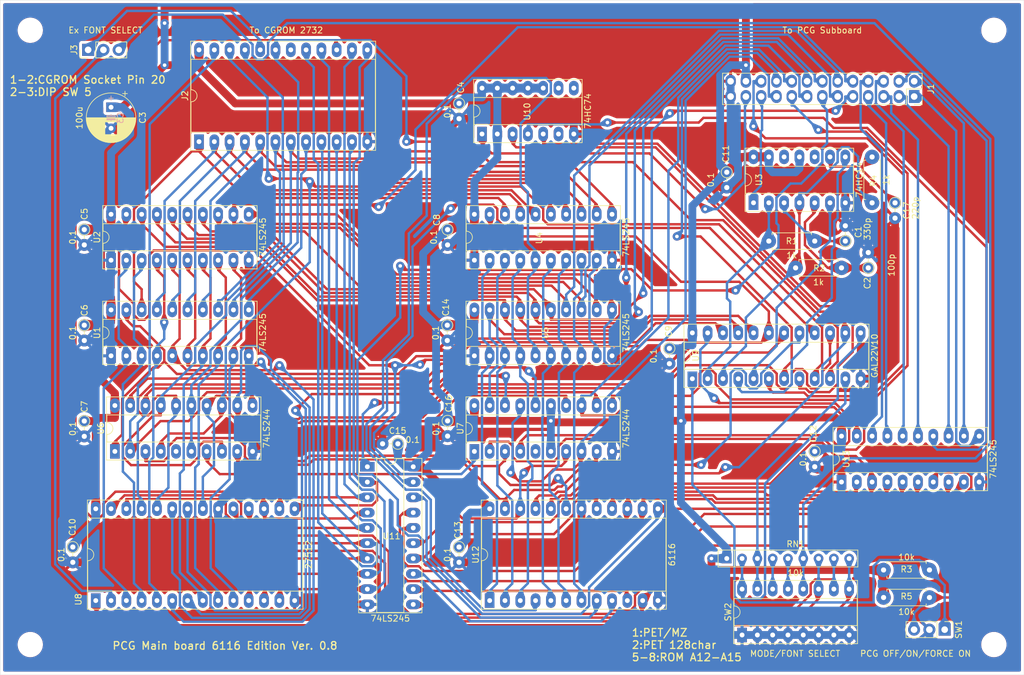
<source format=kicad_pcb>
(kicad_pcb (version 20240108) (generator "pcbnew") (generator_version "8.0")
  (title_block (title "PCG Mainboard for PET/MZ") (date "2024-07-07") (rev "0.8") (company "Mercury-Nihombashi"))
  (layers (0 "F.Cu" signal) (31 "B.Cu" signal) (34 "B.Paste" user) (35 "F.Paste" user) (36 "B.SilkS" user "B.Silkscreen") (37 "F.SilkS" user "F.Silkscreen") (38 "B.Mask" user) (39 "F.Mask" user) (44 "Edge.Cuts" user))
  (net 0 "")
  (net 1 "GND")
  (net 2 "Net-(C1-+)")
  (net 3 "Net-(C2-+)")
  (net 4 "VCC")
  (net 5 "/PA4")
  (net 6 "/PA0")
  (net 7 "/PD5")
  (net 8 "/PA1")
  (net 9 "/~{RESET}")
  (net 10 "/PD2")
  (net 11 "/PA10")
  (net 12 "/PD4")
  (net 13 "/PD0")
  (net 14 "/PA9")
  (net 15 "/PA5")
  (net 16 "/COPY")
  (net 17 "/PA6")
  (net 18 "/PA3")
  (net 19 "/PCG_OFF_PA11")
  (net 20 "/PD3")
  (net 21 "/PD1")
  (net 22 "/PD6")
  (net 23 "/SEL")
  (net 24 "/PD7")
  (net 25 "/PA7")
  (net 26 "/PA2")
  (net 27 "/PA8")
  (net 28 "Net-(J2-Q4)")
  (net 29 "Net-(J2-Q2)")
  (net 30 "Net-(J2-Q1)")
  (net 31 "/VA9")
  (net 32 "/VA6")
  (net 33 "/VA4")
  (net 34 "Net-(J2-Q3)")
  (net 35 "Net-(J2-~{G})")
  (net 37 "/VA8")
  (net 38 "/VA5")
  (net 39 "Net-(J2-Q7)")
  (net 40 "/VA0")
  (net 41 "/VA3")
  (net 42 "/VA11")
  (net 43 "/VA10")
  (net 44 "Net-(J2-Q5)")
  (net 45 "Net-(J2-Q6)")
  (net 46 "/VA1")
  (net 47 "/VA2")
  (net 48 "/VA7")
  (net 49 "Net-(J2-Q0)")
  (net 50 "/ROMA12_1")
  (net 51 "/ROMA12")
  (net 52 "/~{SEL}")
  (net 53 "/SEL1")
  (net 54 "/PCG ON")
  (net 55 "/ROMA13")
  (net 56 "/ROMA15")
  (net 57 "Net-(RN1-R4)")
  (net 58 "/ROMA14")
  (net 59 "/~{PET128EN}")
  (net 60 "Net-(RN1-R3)")
  (net 61 "/~{PET}{slash}MZ")
  (net 62 "/~{PCG FORCE ON}")
  (net 63 "/ROMA3")
  (net 64 "/~{ROMASV}")
  (net 65 "/ROMA4")
  (net 66 "/ROMA5")
  (net 67 "/ROMA6")
  (net 68 "/ROMA1")
  (net 69 "/ROMA7")
  (net 70 "/ROMA0")
  (net 71 "/ROMA2")
  (net 72 "/~{ROMASP}")
  (net 73 "/~{RAMASP}")
  (net 75 "/~{SEL2}")
  (net 76 "/~{RAMASV}")
  (net 77 "/RAMA6")
  (net 78 "/RAMA4")
  (net 79 "/RAMA1")
  (net 80 "/RAMA2")
  (net 81 "/RAMA0")
  (net 82 "/RAMA3")
  (net 83 "/RAMA5")
  (net 84 "/RAMA7")
  (net 85 "/ROMA9")
  (net 86 "/RAMA9")
  (net 87 "/ROMA8")
  (net 88 "/ROMA11")
  (net 89 "/ROMA10")
  (net 90 "/RAMA10")
  (net 91 "/RAMA8")
  (net 94 "/PCGEN")
  (net 95 "/~{RAMWE}")
  (net 96 "Net-(C17-+)")
  (net 97 "/~{RAMDIR}")
  (net 98 "/SEL3")
  (net 100 "/~{ROMOE}")
  (net 104 "Net-(U11-B7)")
  (net 105 "Net-(U11-B2)")
  (net 106 "Net-(U11-B1)")
  (net 107 "Net-(U11-B4)")
  (net 108 "Net-(U11-B6)")
  (net 109 "Net-(U11-B5)")
  (net 110 "Net-(U11-B3)")
  (net 111 "Net-(U11-B0)")
  (net 112 "/~{SEL2W}")
  (net 113 "/~{PDEN}")
  (net 114 "/~{RAMGATE}")
  (footprint "Kao_Library:LargePad_R_Axial_DIN0204_L3.6mm_D1.6mm_P2.54mm_Vertical" (layer "F.Cu") (at 125.09 63.5 -90)
    (property "Reference" "C8")
    (property "Value" "0.1")
  )
  (footprint "PCM_Capacitor_THT_AKL_Double:CP_Radial_D8.0mm_P3.50mm" (layer "F.Cu") (at 69.215 43.18 -90)
    (property "Reference" "C3")
    (property "Value" "100u")
  )
  (footprint "Kao_Library:LargePad_R_Axial_DIN0204_L3.6mm_D1.6mm_P2.54mm_Vertical" (layer "F.Cu") (at 186.055 100.33 -90)
    (property "Reference" "C12")
    (property "Value" "0.1")
  )
  (footprint "Kao_Library:LargePad_R_Axial_DIN0204_L3.6mm_D1.6mm_P2.54mm_Vertical" (layer "F.Cu") (at 161.925 83.2225 -90)
    (property "Reference" "C9")
    (property "Value" "0.1")
  )
  (footprint "Package_DIP:DIP-24_W7.62mm_Socket_LongPads" (layer "F.Cu") (at 165.735 88.265 90)
    (property "Reference" "U9")
    (property "Value" "GAL22V10")
  )
  (footprint "Kao_Library:LargePad_R_Axial_DIN0207_L6.3mm_D2.5mm_P7.62mm_Horizontal" (layer "F.Cu") (at 178.435 65.405)
    (property "Reference" "R1")
    (property "Value" "1k")
  )
  (footprint "Kao_Library:LargePad_R_Axial_DIN0204_L3.6mm_D1.6mm_P2.54mm_Vertical" (layer "F.Cu") (at 171.45 53.975 -90)
    (property "Reference" "C11")
    (property "Value" "0.1")
  )
  (footprint "MountingHole:MountingHole_3.2mm_M3" (layer "F.Cu") (at 215.8 30.4)
    (property "Reference" "H3" (hide yes))
    (property "Value" "MountingHole_M3" (hide yes))
  )
  (footprint "Package_DIP:DIP-28_W15.24mm_Socket_LongPads" (layer "F.Cu") (at 66.675 125.095 90)
    (property "Reference" "U8")
    (property "Value" "27512")
  )
  (footprint "Kao_Library:LargePad_R_Axial_DIN0207_L6.3mm_D2.5mm_P7.62mm_Horizontal" (layer "F.Cu") (at 195.58 59.055 90)
    (property "Reference" "R4")
    (property "Value" "1k")
  )
  (footprint "Package_DIP:DIP-20_W7.62mm_Socket_LongPads" (layer "F.Cu") (at 190.5 105.41 90)
    (property "Reference" "U13")
    (property "Value" "74LS245")
  )
  (footprint "Kao_Library:LargePad_R_Axial_DIN0204_L3.6mm_D1.6mm_P2.54mm_Vertical" (layer "F.Cu") (at 116.84 99.06 180)
    (property "Reference" "C15")
    (property "Value" "0.1")
  )
  (footprint "Kao_Library:LargePad_R_Axial_DIN0204_L3.6mm_D1.6mm_P2.54mm_Vertical" (layer "F.Cu") (at 64.77 63.5 -90)
    (property "Reference" "C5")
    (property "Value" "0.1")
  )
  (footprint "MountingHole:MountingHole_3.2mm_M3" (layer "F.Cu") (at 55.8 132.4)
    (property "Reference" "H2" (hide yes))
    (property "Value" "MountingHole_M3" (hide yes))
  )
  (footprint "Kao_Library:LargePad_R_Axial_DIN0204_L3.6mm_D1.6mm_P2.54mm_Vertical" (layer "F.Cu") (at 125.04 79.375 -90)
    (property "Reference" "C14")
    (property "Value" "0.1")
  )
  (footprint "Package_DIP:DIP-20_W7.62mm_Socket_LongPads" (layer "F.Cu") (at 129.54 68.58 90)
    (property "Reference" "U4")
    (property "Value" "74LS245")
  )
  (footprint "Connector_PinHeader_2.54mm:PinHeader_1x03_P2.54mm_Vertical" (layer "F.Cu") (at 65.405 33.655 90)
    (property "Reference" "J3")
    (property "Value" "Ex FONT SELECT")
  )
  (footprint "Kao_Library:LargePad_R_Axial_DIN0207_L6.3mm_D2.5mm_P7.62mm_Horizontal" (layer "F.Cu") (at 197.485 120.015)
    (property "Reference" "R3")
    (property "Value" "10k")
  )
  (footprint "Resistor_THT:R_Array_SIP9" (layer "F.Cu") (at 171.45 118.11)
    (property "Reference" "RN1")
    (property "Value" "10k")
  )
  (footprint "MountingHole:MountingHole_3.2mm_M3" (layer "F.Cu") (at 55.8 30.4)
    (property "Reference" "H1" (hide yes))
    (property "Value" "MountingHole_M3" (hide yes))
  )
  (footprint "Package_DIP:DIP-20_W7.62mm_Socket_LongPads" (layer "F.Cu") (at 69.215 84.455 90)
    (property "Reference" "U1")
    (property "Value" "74LS245")
  )
  (footprint "Kao_Library:LargePad_R_Axial_DIN0204_L3.6mm_D1.6mm_P2.54mm_Vertical" (layer "F.Cu") (at 127 42.545 -90)
    (property "Reference" "C4")
    (property "Value" "0.1")
  )
  (footprint "Package_DIP:DIP-20_W7.62mm_Socket_LongPads" (layer "F.Cu") (at 111.77 102.875)
    (property "Reference" "U11")
    (property "Value" "74LS245")
  )
  (footprint "Package_DIP:DIP-24_W15.24mm_Socket_LongPads" (layer "F.Cu") (at 132.08 125.095 90)
    (property "Reference" "U12")
    (property "Value" "6116")
  )
  (footprint "Kao_Library:LargePad_R_Axial_DIN0204_L3.6mm_D1.6mm_P2.54mm_Vertical" (layer "F.Cu") (at 125.095 95.25 -90)
    (property "Reference" "C16")
    (property "Value" "0.1")
  )
  (footprint "Kao_Library:LargePad_R_Axial_DIN0207_L6.3mm_D2.5mm_P7.62mm_Horizontal" (layer "F.Cu") (at 182.88 69.85)
    (property "Reference" "R2")
    (property "Value" "1k")
  )
  (footprint "Package_DIP:DIP-20_W7.62mm_Socket_LongPads" (layer "F.Cu") (at 129.54 84.455 90)
    (property "Reference" "U5")
    (property "Value" "74LS245")
  )
  (footprint "Package_DIP:DIP-14_W7.62mm_Socket_LongPads" (layer "F.Cu") (at 175.89 59.045 90)
    (property "Reference" "U3")
    (property "Value" "74HC14")
  )
  (footprint "Package_DIP:DIP-16_W7.62mm_Socket_LongPads" (layer "F.Cu") (at 173.99 130.81 90)
    (property "Reference" "SW2")
    (property "Value" "MODE/FONT SELECT")
  )
  (footprint "Connector_PinHeader_2.54mm:PinHeader_1x03_P2.54mm_Vertical" (layer "F.Cu") (at 207.63 129.921 -90)
    (property "Reference" "SW1")
    (property "Value" "PCG OFF/ON/FORCE ON")
  )
  (footprint "Kao_Library:LargePad_R_Axial_DIN0204_L3.6mm_D1.6mm_P2.54mm_Vertical" (layer "F.Cu") (at 199.39 59.055 -90)
    (property "Reference" "C17")
    (property "Value" "220p")
  )
  (footprint "Kao_Library:PinSocket_2x13_P2.54mm_Vertical_LargePad" (layer "F.Cu") (at 202.565 41.402 -90)
    (property "Reference" "J1")
    (property "Value" "To PCG Subboard")
  )
  (footprint "Package_DIP:DIP-20_W7.62mm_Socket_LongPads" (layer "F.Cu") (at 129.54 100.33 90)
    (property "Reference" "U7")
    (property "Value" "74LS244")
  )
  (footprint "Kao_Library:LargePad_R_Axial_DIN0204_L3.6mm_D1.6mm_P2.54mm_Vertical" (layer "F.Cu") (at 64.77 95.2875 -90)
    (property "Reference" "C7")
    (property "Value" "0.1")
  )
  (footprint "Kao_Library:LargePad_R_Axial_DIN0204_L3.6mm_D1.6mm_P2.54mm_Vertical" (layer "F.Cu") (at 194.945 69.85 90)
    (property "Reference" "C2")
    (property "Value" "100p")
  )
  (footprint "Kao_Library:LargePad_R_Axial_DIN0207_L6.3mm_D2.5mm_P7.62mm_Horizontal" (layer "F.Cu") (at 197.485 124.587)
    (property "Reference" "R5")
    (property "Value" "10k")
  )
  (footprint "Kao_Library:LargePad_R_Axial_DIN0204_L3.6mm_D1.6mm_P2.54mm_Vertical" (layer "F.Cu") (at 191.135 65.405 90)
    (property "Reference" "C1")
    (property "Value" "330p")
  )
  (footprint "Package_DIP:DIP-24_W15.24mm_Socket_LongPads" (layer "F.Cu") (at 83.82 48.895 90)
    (property "Reference" "J2")
    (property "Value" "To CGROM 2732")
  )
  (footprint "MountingHole:MountingHole_3.2mm_M3" (layer "F.Cu") (at 215.8 132.4)
    (property "Reference" "H4" (hide yes))
    (property "Value" "MountingHole_M3" (hide yes))
  )
  (footprint "Package_DIP:DIP-20_W7.62mm_Socket_LongPads" (layer "F.Cu") (at 69.85 100.33 90)
    (property "Reference" "U6")
    (property "Value" "74LS244")
  )
  (footprint "Kao_Library:LargePad_R_Axial_DIN0204_L3.6mm_D1.6mm_P2.54mm_Vertical" (layer "F.Cu") (at 64.77 79.375 -90)
    (property "Reference" "C6")
    (property "Value" "0.1")
  )
  (footprint "Package_DIP:DIP-20_W7.62mm_Socket_LongPads" (layer "F.Cu") (at 69.215 68.58 90)
    (property "Reference" "U2")
    (property "Value" "74LS245")
  )
  (footprint "Package_DIP:DIP-14_W7.62mm_Socket_LongPads" (layer "F.Cu") (at 130.81 47.625 90)
    (property "Reference" "U10")
    (property "Value" "74HC74")
  )
  (footprint "Kao_Library:LargePad_R_Axial_DIN0204_L3.6mm_D1.6mm_P2.54mm_Vertical" (layer "F.Cu") (at 127 116.205 -90)
    (property "Reference" "C13")
    (property "Value" "0.1")
  )
  (footprint "Kao_Library:LargePad_R_Axial_DIN0204_L3.6mm_D1.6mm_P2.54mm_Vertical" (layer "F.Cu") (at 62.865 116.205 -90)
    (property "Reference" "C10")
    (property "Value" "0.1")
  )
  (gr_rect (start 50.8 25.4) (end 220.8 137.4) (stroke (width 0.05)) (fill none) (layer "Edge.Cuts"))
  (gr_text "PCG Main board 6116 Edition Ver. 0.8" (at 69.342 133.336 0) (layer "F.SilkS") (effects (font (size 1.27 1.27) (thickness 0.2032)) (justify left bottom)))
  (gr_text "1-2:CGROM Socket Pin 20\n2-3:DIP SW 5" (at 52.3 41.4 0) (layer "F.SilkS") (effects (font (size 1.27 1.27) (thickness 0.2032)) (justify left bottom)))
  (gr_text "1:PET/MZ\n2:PET 128char\n5-8:ROM A12-A15" (at 155.575 135.255 0) (layer "F.SilkS") (effects (font (size 1.27 1.27) (thickness 0.2032)) (justify left bottom)))
  (segment (start 140.482 118.745) (end 127 118.745) (width 1.3) (layer "F.Cu") (net 1))
  (segment (start 161.648 47.625) (end 146.05 47.625) (width 1.3) (layer "F.Cu") (net 1))
  (segment (start 196.215 67.31) (end 197.485 67.31) (width 1.3) (layer "F.Cu") (net 1))
  (segment (start 186.543 103.358) (end 186.055 102.87) (width 1.3) (layer "F.Cu") (net 1))
  (segment (start 146.05 45.5733) (end 146.05 47.625) (width 1.3) (layer "F.Cu") (net 1))
  (segment (start 114.3 99.06) (end 93.98 99.06) (width 1.3) (layer "F.Cu") (net 1))
  (segment (start 151.912 66.04) (end 152.4 66.5283) (width 1.3) (layer "F.Cu") (net 1))
  (segment (start 199.39 64.135) (end 199.39 61.595) (width 1.3) (layer "F.Cu") (net 1))
  (segment (start 147.32 111.907) (end 140.482 118.745) (width 1.3) (layer "F.Cu") (net 1))
  (segment (start 166.37 52.3466) (end 166.37 52.07) (width 1.3) (layer "F.Cu") (net 1))
  (segment (start 113.03 46.8433) (end 111.76 46.8433) (width 1.3) (layer "F.Cu") (net 1))
  (segment (start 152.4 66.5283) (end 152.4 68.58) (width 1.3) (layer "F.Cu") (net 1))
  (segment (start 191.13 56.9933) (end 190.652 56.515) (width 1.3) (layer "F.Cu") (net 1))
  (segment (start 104.775 125.73) (end 111.765 125.73) (width 1.3) (layer "F.Cu") (net 1))
  (segment (start 93.98 99.06) (end 92.71 100.33) (width 1.3) (layer "F.Cu") (net 1))
  (segment (start 114.3 96.52) (end 114.3 99.06) (width 1.3) (layer "F.Cu") (net 1))
  (segment (start 145.562 45.085) (end 146.05 45.5733) (width 1.3) (layer "F.Cu") (net 1))
  (segment (start 69.215 46.68) (end 79.192 46.68) (width 1.3) (layer "F.Cu") (net 1))
  (segment (start 166.37 52.07) (end 166.093 52.07) (width 1.3) (layer "F.Cu") (net 1))
  (segment (start 93.7412 72.2979) (end 92.075 70.6317) (width 1.3) (layer "F.Cu") (net 1))
  (segment (start 120.899 97.1866) (end 120.232 96.52) (width 1.3) (layer "F.Cu") (net 1))
  (segment (start 121.502 97.79) (end 120.899 97.1866) (width 1.3) (layer "F.Cu") (net 1))
  (segment (start 92.075 84.455) (end 92.075 82.4033) (width 1.3) (layer "F.Cu") (net 1))
  (segment (start 196.85 88.265) (end 193.675 88.265) (width 1.3) (layer "F.Cu") (net 1))
  (segment (start 170.538 56.515) (end 166.37 52.3466) (width 1.3) (layer "F.Cu") (net 1))
  (segment (start 152.4 84.455) (end 153.708 85.7625) (width 1.3) (layer "F.Cu") (net 1))
  (segment (start 111.76 46.8433) (end 111.76 48.895) (width 1.3) (layer "F.Cu") (net 1))
  (segment (start 190.652 56.515) (end 171.45 56.515) (width 1.3) (layer "F.Cu") (net 1))
  (segment (start 125.09 66.04) (end 129.54 66.04) (width 1.3) (layer "F.Cu") (net 1))
  (segment (start 120.232 96.52) (end 114.3 96.52) (width 1.3) (layer "F.Cu") (net 1))
  (segment (start 197.485 67.31) (end 197.485 87.63) (width 1.3) (layer "F.Cu") (net 1))
  (segment (start 92.075 70.6317) (end 92.075 68.58) (width 1.3) (layer "F.Cu") (net 1))
  (segment (start 190.5 103.358) (end 186.543 103.358) (width 1.3) (layer "F.Cu") (net 1))
  (segment (start 93.7412 80.7371) (end 93.7412 72.2979) (width 1.3) (layer "F.Cu") (net 1))
  (segment (start 196.215 67.31) (end 199.39 64.135) (width 1.3) (layer "F.Cu") (net 1))
  (segment (start 86.995 109.855) (end 86.995 111.907) (width 1.3) (layer "F.Cu") (net 1))
  (segment (start 191.13 59.045) (end 191.13 56.9933) (width 1.3) (layer "F.Cu") (net 1))
  (segment (start 194.945 67.31) (end 196.215 67.31) (width 1.3) (layer "F.Cu") (net 1))
  (segment (start 145.562 45.0849) (end 145.562 45.085) (width 1.3) (layer "F.Cu") (net 1))
  (segment (start 127 45.085) (end 145.562 45.085) (width 1.3) (layer "F.Cu") (net 1))
  (segment (start 79.192 46.68) (end 79.248 46.736) (width 1.3) (layer "F.Cu") (net 1))
  (segment (start 92.075 82.4033) (end 93.7412 80.7371) (width 1.3) (layer "F.Cu") (net 1))
  (segment (start 99.695 125.095) (end 104.14 125.095) (width 1.3) (layer "F.Cu") (net 1))
  (segment (start 127 45.085) (end 125.242 46.8433) (width 1.3) (layer "F.Cu") (net 1))
  (segment (start 166.093 52.07) (end 161.648 47.625) (width 1.3) (layer "F.Cu") (net 1))
  (segment (start 129.54 66.04) (end 151.912 66.04) (width 1.3) (layer "F.Cu") (net 1))
  (segment (start 80.1567 118.745) (end 62.865 118.745) (width 1.3) (layer "F.Cu") (net 1))
  (segment (start 104.14 125.095) (end 104.775 125.73) (width 1.3) (layer "F.Cu") (net 1))
  (segment (start 129.54 68.58) (end 129.54 66.04) (width 1.3) (layer "F.Cu") (net 1))
  (segment (start 197.485 87.63) (end 196.85 88.265) (width 1.3) (layer "F.Cu") (net 1))
  (segment (start 79.248 46.736) (end 112.923 46.736) (width 1.3) (layer "F.Cu") (net 1))
  (segment (start 146.05 45.0849) (end 145.562 45.0849) (width 1.3) (layer "F.Cu") (net 1))
  (segment (start 125.242 46.8433) (end 113.03 46.8433) (width 1.3) (layer "F.Cu") (net 1))
  (segment (start 112.923 46.736) (end 113.03 46.8433) (width 1.3) (layer "F.Cu") (net 1))
  (segment (start 125.095 97.79) (end 121.502 97.79) (width 1.3) (layer "F.Cu") (net 1))
  (segment (start 190.5 105.41) (end 190.5 103.358) (width 1.3) (layer "F.Cu") (net 1))
  (segment (start 171.45 56.515) (end 170.538 56.515) (width 1.3) (layer "F.Cu") (net 1))
  (segment (start 147.32 109.855) (end 147.32 111.907) (width 1.3) (layer "F.Cu") (net 1))
  (segment (start 153.708 85.7625) (end 161.925 85.7625) (width 1.3) (layer "F.Cu") (net 1))
  (segment (start 86.995 111.907) (end 80.1567 118.745) (width 1.3) (layer "F.Cu") (net 1))
  (segment (start 160.02 125.095) (end 160.02 123.043) (width 1.3) (layer "B.Cu") (net 1))
  (segment (start 152.4 71.755) (end 154.94 74.295) (width 1.3) (layer "B.Cu") (net 1))
  (segment (start 92.71 100.33) (end 92.71 98.2783) (width 1.3) (layer "B.Cu") (net 1))
  (segment (start 154.94 74.295) (end 154.94 81.915) (width 1.3) (layer "B.Cu") (net 1))
  (segment (start 125.476 66.04) (end 127.508 64.008) (width 1.3) (layer "B.Cu") (net 1))
  (segment (start 179.07 130.81) (end 176.53 130.81) (width 1.3) (layer "B.Cu") (net 1))
  (segment (start 61.0099 111.76) (end 62.23 111.76) (width 1.3) (layer "B.Cu") (net 1))
  (segment (start 67.31 81.28) (end 67.31 80.4983) (width 1.3) (layer "B.Cu") (net 1))
  (segment (start 127 81.6399) (end 126.725 81.915) (width 1.3) (layer "B.Cu") (net 1))
  (segment (start 127.742 72.2834) (end 127 73.025) (width 1.3) (layer "B.Cu") (net 1))
  (segment (start 125.09 66.04) (end 125.476 66.04) (width 1.3) (layer "B.Cu") (net 1))
  (segment (start 173.319 52.5376) (end 173.319 54.7474) (width 1.3) (layer "B.Cu") (net 1))
  (segment (start 67.258 66.04) (end 64.77 66.04) (width 1.3) (layer "B.Cu") (net 1))
  (segment (start 194.945 64.77) (end 193.04 62.865) (width 1.3) (layer "B.Cu") (net 1))
  (segment (start 66.6217 89.1) (end 69.215 86.5067) (width 1.3) (layer "B.Cu") (net 1))
  (segment (start 202.057 133.4) (end 195.386 133.4) (width 1.3) (layer "B.Cu") (net 1))
  (segment (start 127.888 72.2834) (end 127.742 72.2834) (width 1.3) (layer "B.Cu") (net 1))
  (segment (start 62.23 97.79) (end 62.23 93.472) (width 1.3) (layer "B.Cu") (net 1))
  (segment (start 193.04 62.865) (end 191.135 62.865) (width 1.3) (layer "B.Cu") (net 1))
  (segment (start 90.17 106.172) (end 92.71 106.172) (width 1.3) (layer "B.Cu") (net 1))
  (segment (start 92.71 106.172) (end 92.71 100.33) (width 1.3) (layer "B.Cu") (net 1))
  (segment (start 94.3887 88.8204) (end 92.075 86.5067) (width 1.3) (layer "B.Cu") (net 1))
  (segment (start 69.215 68.58) (end 69.215 66.5283) (width 1.3) (layer "B.Cu") (net 1))
  (segment (start 94.3887 96.5996) (end 94.3887 88.8204) (width 1.3) (layer "B.Cu") (net 1))
  (segment (start 173.319 54.7474) (end 172.237 55.8302) (width 1.3) (layer "B.Cu") (net 1))
  (segment (start 69.215 46.68) (end 67.258 48.637) (width 1.3) (layer "B.Cu") (net 1))
  (segment (start 205.09 129.921) (end 205.09 132.272) (width 1.3) (layer "B.Cu") (net 1))
  (segment (start 152.4 98.2783) (end 155.194 95.4843) (width 1.3) (layer "B.Cu") (net 1))
  (segment (start 127.508 64.008) (end 127.508 45.593) (width 1.3) (layer "B.Cu") (net 1))
  (segment (start 152.4 100.33) (end 152.4 98.2783) (width 1.3) (layer "B.Cu") (net 1))
  (segment (start 191.13 61.0967) (end 191.13 59.045) (width 1.3) (layer "B.Cu") (net 1))
  (segment (start 173.99 130.81) (end 168.275 130.81) (width 1.3) (layer "B.Cu") (net 1))
  (segment (start 152.4 100.33) (end 152.4 102.382) (width 1.3) (layer "B.Cu") (net 1))
  (segment (start 152.4 68.58) (end 152.4 71.755) (width 1.3) (layer "B.Cu") (net 1))
  (segment (start 69.215 70.485) (end 67.31 72.39) (width 1.3) (layer "B.Cu") (net 1))
  (segment (start 61.0099 118.58) (end 61.0099 111.76) (width 1.3) (layer "B.Cu") (net 1))
  (segment (start 155.194 95.4843) (end 155.194 92.964) (width 1.3) (layer "B.Cu") (net 1))
  (segment (start 147.32 107.462) (end 147.32 109.855) (width 1.3) (layer "B.Cu") (net 1))
  (segment (start 99.695 125.095) (end 99.695 123.043) (width 1.3) (layer "B.Cu") (net 1))
  (segment (start 129.54 70.6317) (end 127.888 72.2834) (width 1.3) (layer "B.Cu") (net 1))
  (segment (start 190.5 105.41) (end 190.5 107.462) (width 1.3) (layer "B.Cu") (net 1))
  (segment (start 66.675 81.915) (end 67.31 81.28) (width 1.3) (layer "B.Cu") (net 1))
  (segment (start 213.36 105.41) (end 213.36 107.462) (width 1.3) (layer "B.Cu") (net 1))
  (segment (start 159.258 85.7625) (end 161.925 85.7625) (width 1.3) (layer "B.Cu") (net 1))
  (segment (start 202.107 133.35) (end 202.057 133.4) (width 1.3) (layer "B.Cu") (net 1))
  (segment (start 67.7463 66.5283) (end 67.258 66.04) (width 1.3) (layer "B.Cu") (net 1))
  (segment (start 161.682 121.381) (end 161.682 108.715) (width 1.3) (layer "B.Cu") (net 1))
  (segment (start 172.237 55.8302) (end 171.552 56.515) (width 1.3) (layer "B.Cu") (net 1))
  (segment (start 64.77 81.915) (end 66.675 81.915) (width 1.3) (layer "B.Cu") (net 1))
  (segment (start 92.71 98.2783) (end 94.3887 96.5996) (width 1.3) (layer "B.Cu") (net 1))
  (segment (start 129.54 68.58) (end 129.54 70.6317) (width 1.3) (layer "B.Cu") (net 1))
  (segment (start 129.54 86.995) (end 127 89.535) (width 1.3) (layer "B.Cu") (net 1))
  (segment (start 69.215 68.58) (end 69.215 70.485) (width 1.3) (layer "B.Cu") (net 1))
  (segment (start 210.439 133.35) (end 202.107 133.35) (width 1.3) (layer "B.Cu") (net 1))
  (segment (start 126.725 81.915) (end 125.04 81.915) (width 1.3) (layer "B.Cu") (net 1))
  (segment (start 62.23 93.472) (end 63.627 92.075) (width 1.3) (layer "B.Cu") (net 1))
  (segment (start 192.796 130.81) (end 191.77 130.81) (width 1.3) (layer "B.Cu") (net 1))
  (segment (start 191.135 62.865) (end 191.135 61.1017) (width 1.3) (layer "B.Cu") (net 1))
  (segment (start 62.865 118.745) (end 61.1749 118.745) (width 1.3) (layer "B.Cu") (net 1))
  (segment (start 160.02 123.043) (end 161.682 121.381) (width 1.3) (layer "B.Cu") (net 1))
  (segment (start 172.237 55.8302) (end 172.221 55.8302) (width 1.3) (layer "B.Cu") (net 1))
  (segment (start 172.219 55.8317) (end 172.133 55.8317) (width 1.3) (layer "B.Cu") (net 1))
  (segment (start 67.31 72.39) (end 67.31 80.4983) (width 1.3) (layer "B.Cu") (net 1))
  (segment (start 184.15 130.81) (end 181.61 130.81) (width 1.3) (layer "B.Cu") (net 1))
  (segment (start 69.215 82.4033) (end 67.31 80.4983) (width 1.3) (layer "B.Cu") (net 1))
  (segment (start 172.085 41.402) (end 172.085 38.862) (width 1.3) (layer "B.Cu") (net 1))
  (segment (start 168.275 130.81) (end 162.56 125.095) (width 1.3) (layer "B.Cu") (net 1))
  (segment (start 127 73.025) (end 127 81.6399) (width 1.3) (layer "B.Cu") (net 1))
  (segment (start 191.77 130.81) (end 189.23 130.81) (width 1.3) (layer "B.Cu") (net 1))
  (segment (start 67.258 48.637) (end 67.258 66.04) (width 1.3) (layer "B.Cu") (net 1))
  (segment (start 99.695 123.043) (end 88.5584 111.907) (width 1.3) (layer "B.Cu") (net 1))
  (segment (start 172.085 41.402) (end 172.085 51.3035) (width 1.3) (layer "B.Cu") (net 1))
  (segment (start 205.09 132.272) (end 203.962 133.4) (width 1.3) (layer "B.Cu") (net 1))
  (segment (start 210.431 133.342) (end 210.439 133.35) (width 1.3) (layer "B.Cu") (net 1))
  (segment (start 66.6217 92.075) (end 66.6217 89.1) (width 1.3) (layer "B.Cu") (net 1))
  (segment (start 154.94 81.915) (end 152.4 84.455) (width 1.3) (layer "B.Cu") (net 1))
  (segment (start 158.75 89.662) (end 158.75 86.2705) (width 1.3) (layer "B.Cu") (net 1))
  (segment (start 62.23 111.76) (end 62.23 97.79) (width 1.3) (layer "B.Cu") (net 1))
  (segment (start 127.888 80.7516) (end 129.54 82.4033) (width 1.3) (layer "B.Cu") (net 1))
  (segment (start 194.945 67.31) (end 194.945 64.77) (width 1.3) (layer "B.Cu") (net 1))
  (segment (start 69.215 86.5067) (end 69.215 84.455) (width 1.3) (layer "B.Cu") (net 1))
  (segment (start 186.69 130.81) (end 184.15 130.81) (width 1.3) (layer "B.Cu") (net 1))
  (segment (start 126.725 81.915) (end 127.888 80.7516) (width 1.3) (layer "B.Cu") (net 1))
  (segment (start 129.54 84.455) (end 129.54 86.995) (width 1.3) (layer "B.Cu") (net 1))
  (segment (start 86.995 111.907) (end 86.995 109.855) (width 1.3) (layer "B.Cu") (net 1))
  (segment (start 210.431 110.39) (end 210.431 133.342) (width 1.3) (layer "B.Cu") (net 1))
  (segment (start 127 89.535) (end 127 97.0047) (width 1.3) (layer "B.Cu") (net 1))
  (segment (start 161.682 108.715) (end 155.349 102.382) (width 1.3) (layer "B.Cu") (net 1))
  (segment (start 193.429 110.39) (end 210.431 110.39) (width 1.3) (layer "B.Cu") (net 1))
  (segment (start 190.5 107.462) (end 193.429 110.39) (width 1.3) (layer "B.Cu") (net 1))
  (segment (start 203.962 133.4) (end 202.057 133.4) (width 1.3) (layer "B.Cu") (net 1))
  (segment (start 152.4 102.382) (end 147.32 107.462) (width 1.3) (layer "B.Cu") (net 1))
  (segment (start 155.194 92.964) (end 155.448 92.964) (width 1.3) (layer "B.Cu") (net 1))
  (segment (start 195.386 133.4) (end 192.796 130.81) (width 1.3) (layer "B.Cu") (net 1))
  (segment (start 162.56 125.095) (end 160.02 125.095) (width 1.3) (layer "B.Cu") (net 1))
  (segment (start 155.448 92.964) (end 158.75 89.662) (width 1.3) (layer "B.Cu") (net 1))
  (segment (start 61.1749 118.745) (end 61.0099 118.58) (width 1.3) (layer "B.Cu") (net 1))
  (segment (start 158.75 86.2705) (end 159.258 85.7625) (width 1.3) (layer "B.Cu") (net 1))
  (segment (start 127.508 45.593) (end 127 45.085) (width 1.3) (layer "B.Cu") (net 1))
  (segment (start 176.53 130.81) (end 173.99 130.81) (width 1.3) (layer "B.Cu") (net 1))
  (segment (start 129.54 82.4033) (end 129.54 84.455) (width 1.3) (layer "B.Cu") (net 1))
  (segment (start 126.215 97.79) (end 125.095 97.79) (width 1.3) (layer "B.Cu") (net 1))
  (segment (start 86.995 109.347) (end 90.17 106.172) (width 1.3) (layer "B.Cu") (net 1))
  (segment (start 127 97.0047) (end 126.215 97.79) (width 1.3) (layer "B.Cu") (net 1))
  (segment (start 92.075 86.5067) (end 92.075 84.455) (width 1.3) (layer "B.Cu") (net 1))
  (segment (start 63.627 92.075) (end 66.6217 92.075) (width 1.3) (layer "B.Cu") (net 1))
  (segment (start 172.133 55.8317) (end 171.45 56.515) (width 1.3) (layer "B.Cu") (net 1))
  (segment (start 213.36 107.462) (end 210.431 110.39) (width 1.3) (layer "B.Cu") (net 1))
  (segment (start 172.085 51.3035) (end 173.319 52.5376) (width 1.3) (layer "B.Cu") (net 1))
  (segment (start 155.349 102.382) (end 152.4 102.382) (width 1.3) (layer "B.Cu") (net 1))
  (segment (start 69.215 84.455) (end 69.215 82.4033) (width 1.3) (layer "B.Cu") (net 1))
  (segment (start 189.23 130.81) (end 186.69 130.81) (width 1.3) (layer "B.Cu") (net 1))
  (segment (start 88.5584 111.907) (end 86.995 111.907) (width 1.3) (layer "B.Cu") (net 1))
  (segment (start 69.215 66.5283) (end 67.7463 66.5283) (width 1.3) (layer "B.Cu") (net 1))
  (segment (start 64.7325 97.79) (end 62.23 97.79) (width 1.3) (layer "B.Cu") (net 1))
  (segment (start 191.135 61.1017) (end 191.13 61.0967) (width 1.3) (layer "B.Cu") (net 1))
  (segment (start 181.61 130.81) (end 179.07 130.81) (width 1.3) (layer "B.Cu") (net 1))
  (segment (start 172.221 55.8302) (end 172.219 55.8317) (width 1.3) (layer "B.Cu") (net 1))
  (segment (start 191.135 65.405) (end 186.055 65.405) (width 0.4) (layer "F.Cu") (net 2))
  (segment (start 180.97 59.045) (end 180.97 60.6517) (width 0.4) (layer "B.Cu") (net 2))
  (segment (start 181.302 60.6517) (end 186.055 65.405) (width 0.4) (layer "B.Cu") (net 2))
  (segment (start 180.97 60.6517) (end 181.302 60.6517) (width 0.4) (layer "B.Cu") (net 2))
  (segment (start 186.05 60.6517) (end 186.05 59.045) (width 0.4) (layer "F.Cu") (net 3))
  (segment (start 184.433 62.2683) (end 186.05 60.6517) (width 0.4) (layer "F.Cu") (net 3))
  (segment (start 188.212 69.85) (end 184.433 66.0709) (width 0.4) (layer "F.Cu") (net 3))
  (segment (start 190.5 69.85) (end 188.212 69.85) (width 0.4) (layer "F.Cu") (net 3))
  (segment (start 184.433 66.0709) (end 184.433 62.2683) (width 0.4) (layer "F.Cu") (net 3))
  (segment (start 194.945 69.85) (end 190.5 69.85) (width 0.4) (layer "F.Cu") (net 3))
  (segment (start 119.39 102.875) (end 120.864 102.875) (width 1.3) (layer "F.Cu") (net 4))
  (segment (start 174.625 36.195) (end 174.625 26.67) (width 1.3) (layer "F.Cu") (net 4))
  (segment (start 190.5 95.7383) (end 190.5 97.79) (width 1.3) (layer "F.Cu") (net 4))
  (segment (start 69.85 92.71) (end 69.85 90.6583) (width 1.3) (layer "F.Cu") (net 4))
  (segment (start 78.105 36.195) (end 83.4883 36.195) (width 1.3) (layer "F.Cu") (net 4))
  (segment (start 171.45 53.975) (end 174 51.425) (width 1.3) (layer "F.Cu") (net 4))
  (segment (start 129.54 94.7617) (end 129.54 92.71) (width 1.3) (layer "F.Cu") (net 4))
  (segment (start 78.105 36.195) (end 71.12 43.18) (width 1.3) (layer "F.Cu") (net 4))
  (segment (start 66.675 95.2875) (end 66.675 109.855) (width 1.3) (layer "F.Cu") (net 4))
  (segment (start 127 42.545) (end 89.8383 42.545) (width 1.3) (layer "F.Cu") (net 4))
  (segment (start 128.905 106.68) (end 132.08 109.855) (width 1.3) (layer "F.Cu") (net 4))
  (segment (start 174.625 26.67) (end 78.105 26.67) (width 1.3) (layer "F.Cu") (net 4))
  (segment (start 160.528 94.742) (end 159.766 93.98) (width 1.3) (layer "F.Cu") (net 4))
  (segment (start 69.85 94.7617) (end 67.2008 94.7617) (width 1.3) (layer "F.Cu") (net 4))
  (segment (start 67.2008 94.7617) (end 66.675 95.2875) (width 1.3) (layer "F.Cu") (net 4))
  (segment (start 67.5425 63.5) (end 64.77 63.5) (width 1.3) (layer "F.Cu") (net 4))
  (segment (start 125.095 95.25) (end 129.052 95.25) (width 1.3) (layer "F.Cu") (net 4))
  (segment (start 67.5808 78.8867) (end 67.0925 79.375) (width 1.3) (layer "F.Cu") (net 4))
  (segment (start 197.485 120.015) (end 197.485 124.587) (width 1.3) (layer "F.Cu") (net 4))
  (segment (start 83.82 33.655) (end 83.82 36.5267) (width 1.3) (layer "F.Cu") (net 4))
  (segment (start 162.306 95.25) (end 161.798 94.742) (width 1.3) (layer "F.Cu") (net 4))
  (segment (start 142.494 95.504) (end 142.24 95.25) (width 1.3) (layer "F.Cu") (net 4))
  (segment (start 161.798 94.742) (end 160.528 94.742) (width 1.3) (layer "F.Cu") (net 4))
  (segment (start 155.702 93.98) (end 154.178 95.504) (width 1.3) (layer "F.Cu") (net 4))
  (segment (start 124.669 106.68) (end 128.905 106.68) (width 1.3) (layer "F.Cu") (net 4))
  (segment (start 175.89 51.425) (end 178.43 51.425) (width 1.3) (layer "F.Cu") (net 4))
  (segment (start 129.052 79.375) (end 129.54 78.8867) (width 1.3) (layer "F.Cu") (net 4))
  (segment (start 120.864 102.875) (end 124.669 106.68) (width 1.3) (layer "F.Cu") (net 4))
  (segment (start 69.215 74.7833) (end 69.215 76.835) (width 1.3) (layer "F.Cu") (net 4))
  (segment (start 174 51.425) (end 175.89 51.425) (width 1.3) (layer "F.Cu") (net 4))
  (segment (start 71.12 43.18) (end 69.215 43.18) (width 1.3) (layer "F.Cu") (net 4))
  (segment (start 69.215 78.8867) (end 67.5808 78.8867) (width 1.3) (layer "F.Cu") (net 4))
  (segment (start 164.386 94.6945) (end 189.456 94.6945) (width 1.3) (layer "F.Cu") (net 4))
  (segment (start 69.215 60.96) (end 69.215 63.0117) (width 1.3) (layer "F.Cu") (net 4))
  (segment (start 69.85 92.71) (end 69.85 94.7617) (width 1.3) (layer "F.Cu") (net 4))
  (segment (start 69.215 63.0117) (end 68.0308 63.0117) (width 1.3) (layer "F.Cu") (net 4))
  (segment (start 64.77 95.2875) (end 66.675 95.2875) (width 1.3) (layer "F.Cu") (net 4))
  (segment (start 67.5425 63.5) (end 67.5425 73.1108) (width 1.3) (layer "F.Cu") (net 4))
  (segment (start 129.54 63.0117) (end 125.578 63.0117) (width 1.3) (layer "F.Cu") (net 4))
  (segment (start 154.178 95.504) (end 142.494 95.504) (width 1.3) (layer "F.Cu") (net 4))
  (segment (start 69.85 90.6583) (end 67.0925 87.9008) (width 1.3) (layer "F.Cu") (net 4))
  (segment (start 69.215 76.835) (end 69.215 78.8867) (width 1.3) (layer "F.Cu") (net 4))
  (segment (start 163.83 95.25) (end 162.306 95.25) (width 1.3) (layer "F.Cu") (net 4))
  (segment (start 168.91 118.11) (end 168.91 120.015) (width 1.3) (layer "F.Cu") (net 4))
  (segment (start 129.54 60.96) (end 129.54 63.0117) (width 1.3) (layer "F.Cu") (net 4))
  (segment (start 68.0308 63.0117) (end 67.5425 63.5) (width 1.3) (layer "F.Cu") (net 4))
  (segment (start 129.54 78.8867) (end 129.54 76.835) (width 1.3) (layer "F.Cu") (net 4))
  (segment (start 168.91 120.015) (end 197.485 120.015) (width 1.3) (layer "F.Cu") (net 4))
  (segment (start 125.04 79.375) (end 129.052 79.375) (width 1.3) (layer "F.Cu") (net 4))
  (segment (start 64.77 79.375) (end 67.0925 79.375) (width 1.3) (layer "F.Cu") (net 4))
  (segment (start 159.766 93.98) (end 155.702 93.98) (width 1.3) (layer "F.Cu") (net 4))
  (segment (start 129.052 95.25) (end 129.54 94.7617) (width 1.3) (layer "F.Cu") (net 4))
  (segment (start 189.456 94.6945) (end 190.5 95.7383) (width 1.3) (layer "F.Cu") (net 4))
  (segment (start 125.578 63.0117) (end 125.09 63.5) (width 1.3) (layer "F.Cu") (net 4))
  (segment (start 67.5425 73.1108) (end 69.215 74.7833) (width 1.3) (layer "F.Cu") (net 4))
  (segment (start 163.83 95.25) (end 164.386 94.6945) (width 1.3) (layer "F.Cu") (net 4))
  (segment (start 67.0925 87.9008) (end 67.0925 79.375) (width 1.3) (layer "F.Cu") (net 4))
  (segment (start 78.105 26.67) (end 78.105 29.21) (width 1.3) (layer "F.Cu") (net 4))
  (segment (start 83.4883 36.195) (end 83.82 36.5267) (width 1.3) (layer "F.Cu") (net 4))
  (segment (start 142.24 95.25) (end 129.052 95.25) (width 1.3) (layer "F.Cu") (net 4))
  (segment (start 89.8383 42.545) (end 83.82 36.5267) (width 1.3) (layer "F.Cu") (net 4))
  (via (at 163.83 95.25) (size 1.4) (drill 0.6) (layers "F.Cu" "B.Cu") (net 4))
  (via (at 78.105 29.21) (size 1.4) (drill 0.6) (layers "F.Cu" "B.Cu") (net 4))
  (via (at 168.91 118.11) (size 1.4) (drill 0.6) (layers "F.Cu" "B.Cu") (net 4))
  (via (at 174.625 36.195) (size 1.4) (drill 0.6) (layers "F.Cu" "B.Cu") (net 4))
  (via (at 78.105 36.195) (size 1.4) (drill 0.6) (layers "F.Cu" "B.Cu") (net 4))
  (via (at 142.24 95.25) (size 1.4) (drill 0.6) (layers "F.Cu" "B.Cu") (net 4))
  (segment (start 171.677 36.576) (end 170.354 37.8996) (width 1.3) (layer "B.Cu") (net 4))
  (segment (start 165.735 80.645) (end 165.735 82.6967) (width 1.3) (layer "B.Cu") (net 4))
  (segment (start 178.43 51.425) (end 178.43 53.335) (width 1.3) (layer "B.Cu") (net 4))
  (segment (start 71.12 43.18) (end 69.215 43.18) (width 1.3) (layer "B.Cu") (net 4))
  (segment (start 123.183 79.375) (end 125.04 79.375) (width 1.3) (layer "B.Cu") (net 4))
  (segment (start 128.001 41.5437) (end 127 42.545) (width 1.3) (layer "B.Cu") (net 4))
  (segment (start 164.609 82.6967) (end 164.083 83.2225) (width 1.3) (layer "B.Cu") (net 4))
  (segment (start 129.54 60.96) (end 129.54 55.4459) (width 1.3) (layer "B.Cu") (net 4))
  (segment (start 163.83 95.25) (end 163.83 108.838) (width 1.3) (layer "B.Cu") (net 4))
  (segment (start 66.675 109.855) (end 66.675 111.907) (width 1.3) (layer "B.Cu") (net 4))
  (segment (start 66.675 111.907) (end 62.865 115.717) (width 1.3) (layer "B.Cu") (net 4))
  (segment (start 119.39 102.875) (end 118.115 102.875) (width 1.3) (layer "B.Cu") (net 4))
  (segment (start 121.032 77.2243) (end 123.183 79.375) (width 1.3) (layer "B.Cu") (net 4))
  (segment (start 72.39 47.625) (end 72.39 44.45) (width 1.3) (layer "B.Cu") (net 4))
  (segment (start 133.35 40.005) (end 130.81 40.005) (width 1.3) (layer "B.Cu") (net 4))
  (segment (start 178.43 53.335) (end 179.07 53.975) (width 1.3) (layer "B.Cu") (net 4))
  (segment (start 121.92 95.25) (end 121.92 100.345) (width 1.3) (layer "B.Cu") (net 4))
  (segment (start 130.81 40.005) (end 130.81 41.5437) (width 1.3) (layer "B.Cu") (net 4))
  (segment (start 164.083 95.3766) (end 164.084 95.377) (width 1.3) (layer "B.Cu") (net 4))
  (segment (start 142.24 100.33) (end 142.24 95.25) (width 1.3) (layer "B.Cu") (net 4))
  (segment (start 127 116.205) (end 128.27 114.935) (width 1.3) (layer "B.Cu") (net 4))
  (segment (start 164.083 83.2225) (end 163.195 83.2225) (width 1.3) (layer "B.Cu") (net 4))
  (segment (start 62.865 115.717) (end 62.865 116.205) (width 1.3) (layer "B.Cu") (net 4))
  (segment (start 133.35 51.6359) (end 133.35 47.625) (width 1.3) (layer "B.Cu") (net 4))
  (segment (start 170.868 53.3926) (end 171.45 53.9746) (width 1.3) (layer "B.Cu") (net 4))
  (segment (start 172.058 36.195) (end 171.677 36.576) (width 1.3) (layer "B.Cu") (net 4))
  (segment (start 170.868 53.3926) (end 171.382 53.9065) (width 1.3) (layer "B.Cu") (net 4))
  (segment (start 183.51 53.335) (end 183.51 51.425) (width 1.3) (layer "B.Cu") (net 4))
  (segment (start 183.515 53.34) (end 183.51 53.335) (width 1.3) (layer "B.Cu") (net 4))
  (segment (start 133.35 40.005) (end 133.35 47.625) (width 1.3) (layer "B.Cu") (net 4))
  (segment (start 124.994 63.5) (end 121.032 67.4624) (width 1.3) (layer "B.Cu") (net 4))
  (segment (start 163.195 83.2225) (end 161.925 83.2225) (width 1.3) (layer "B.Cu") (net 4))
  (segment (start 142.24 95.25) (end 142.24 92.71) (width 1.3) (layer "B.Cu") (net 4))
  (segment (start 131.445 110.49) (end 132.08 109.855) (width 1.3) (layer "B.Cu") (net 4))
  (segment (start 121.032 67.4624) (end 121.032 77.2243) (width 1.3) (layer "B.Cu") (net 4))
  (segment (start 165.735 59.553) (end 165.735 80.645) (width 1.3) (layer "B.Cu") (net 4))
  (segment (start 128.27 114.935) (end 128.27 111.125) (width 1.3) (layer "B.Cu") (net 4))
  (segment (start 163.83 83.8575) (end 163.195 83.2225) (width 1.3) (layer "B.Cu") (net 4))
  (segment (start 128.27 111.125) (end 128.905 110.49) (width 1.3) (layer "B.Cu") (net 4))
  (segment (start 171.45 118.11) (end 168.91 118.11) (width 1.3) (layer "B.Cu") (net 4))
  (segment (start 69.215 60.96) (end 69.215 50.8) (width 1.3) (layer "B.Cu") (net 4))
  (segment (start 163.957 95.3766) (end 163.83 95.25) (width 1.3) (layer "B.Cu") (net 4))
  (segment (start 164.083 95.3766) (end 163.957 95.3766) (width 1.3) (layer "B.Cu") (net 4))
  (segment (start 163.83 95.25) (end 163.83 83.8575) (width 1.3) (layer "B.Cu") (net 4))
  (segment (start 125.095 91.9486) (end 125.095 95.25) (width 1.3) (layer "B.Cu") (net 4))
  (segment (start 164.083 95.3763) (end 164.083 95.3766) (width 1.3) (layer "B.Cu") (net 4))
  (segment (start 125.095 95.25) (end 121.92 95.25) (width 1.3) (layer "B.Cu") (net 4))
  (segment (start 138.43 40.005) (end 140.97 40.005) (width 1.3) (layer "B.Cu") (net 4))
  (segment (start 138.43 40.005) (end 135.89 40.005) (width 1.3) (layer "B.Cu") (net 4))
  (segment (start 171.382 53.9065) (end 165.735 59.553) (width 1.3) (layer "B.Cu") (net 4))
  (segment (start 190.5 97.79) (end 190.5 99.8417) (width 1.3) (layer "B.Cu") (net 4))
  (segment (start 116.84 101.6) (end 116.84 99.06) (width 1.3) (layer "B.Cu") (net 4))
  (segment (start 163.83 108.838) (end 171.45 116.458) (width 1.3) (layer "B.Cu") (net 4))
  (segment (start 182.88 53.975) (end 183.515 53.34) (width 1.3) (layer "B.Cu") (net 4))
  (segment (start 135.89 40.005) (end 133.35 40.005) (width 1.3) (layer "B.Cu") (net 4))
  (segment (start 129.54 55.4459) (end 133.35 51.6359) (width 1.3) (layer "B.Cu") (net 4))
  (segment (start 121.92 100.345) (end 119.39 102.875) (width 1.3) (layer "B.Cu") (net 4))
  (segment (start 165.735 82.6967) (end 164.609 82.6967) (width 1.3) (layer "B.Cu") (net 4))
  (segment (start 130.81 41.5437) (end 128.001 41.5437) (width 1.3) (layer "B.Cu") (net 4))
  (segment (start 190.5 99.8417) (end 186.543 99.8417) (width 1.3) (layer "B.Cu") (net 4))
  (segment (start 170.354 37.8996) (end 170.354 52.8787) (width 1.3) (layer "B.Cu") (net 4))
  (segment (start 123.183 79.375) (end 123.183 90.0362) (width 1.3) (layer "B.Cu") (net 4))
  (segment (start 123.183 90.0362) (end 125.095 91.9486) (width 1.3) (layer "B.Cu") (net 4))
  (segment (start 174.625 38.862) (end 174.625 36.195) (width 1.3) (layer "B.Cu") (net 4))
  (segment (start 69.215 50.8) (end 72.39 47.625) (width 1.3) (layer "B.Cu") (net 4))
  (segment (start 174.625 36.195) (end 172.058 36.195) (width 1.3) (layer "B.Cu") (net 4))
  (segment (start 171.45 116.458) (end 171.45 118.11) (width 1.3) (layer "B.Cu") (net 4))
  (segment (start 186.543 99.8417) (end 186.055 100.33) (width 1.3) (layer "B.Cu") (net 4))
  (segment (start 72.39 44.45) (end 71.12 43.18) (width 1.3) (layer "B.Cu") (net 4))
  (segment (start 179.07 53.975) (end 182.88 53.975) (width 1.3) (layer "B.Cu") (net 4))
  (segment (start 78.105 29.21) (end 78.105 36.195) (width 1.3) (layer "B.Cu") (net 4))
  (segment (start 128.905 110.49) (end 131.445 110.49) (width 1.3) (layer "B.Cu") (net 4))
  (segment (start 118.115 102.875) (end 116.84 101.6) (width 1.3) (layer "B.Cu") (net 4))
  (segment (start 164.084 95.377) (end 164.083 95.3777) (width 1.3) (layer "B.Cu") (net 4))
  (segment (start 170.354 52.8787) (end 170.868 53.3926) (width 1.3) (layer "B.Cu") (net 4))
  (segment (start 142.24 76.2361) (end 139.411 73.4067) (width 0.4) (layer "F.Cu") (net 5))
  (segment (start 153.654 75.1769) (end 153.316 74.8387) (width 0.4) (layer "F.Cu") (net 5))
  (segment (start 142.24 76.835) (end 142.24 78.4417) (width 0.4) (layer "F.Cu") (net 5))
  (segment (start 96.0762 64.406) (end 83.7543 64.406) (width 0.4) (layer "F.Cu") (net 5))
  (segment (start 153.316 74.8387) (end 153.316 70.876) (width 0.4) (layer "F.Cu") (net 5))
  (segment (start 139.411 73.4067) (end 105.077 73.4067) (width 0.4) (layer "F.Cu") (net 5))
  (segment (start 153.654 77.696) (end 153.654 75.1769) (width 0.4) (layer "F.Cu") (net 5))
  (segment (start 81.915 62.5667) (end 81.915 60.96) (width 0.4) (layer "F.Cu") (net 5))
  (segment (start 83.7543 64.406) (end 81.915 62.5667) (width 0.4) (layer "F.Cu") (net 5))
  (segment (start 155.586 70.0625) (end 159.123 73.5992) (width 0.4) (layer "F.Cu") (net 5))
  (segment (start 159.123 73.5992) (end 172.91 73.5992) (width 0.4) (layer "F.Cu") (net 5))
  (segment (start 105.077 73.4067) (end 96.0762 64.406) (width 0.4) (layer "F.Cu") (net 5))
  (segment (start 154.13 70.0625) (end 155.586 70.0625) (width 0.4) (layer "F.Cu") (net 5))
  (segment (start 153.316 70.876) (end 154.13 70.0625) (width 0.4) (layer "F.Cu") (net 5))
  (segment (start 152.909 78.4417) (end 153.654 77.696) (width 0.4) (layer "F.Cu") (net 5))
  (segment (start 142.24 78.4417) (end 152.909 78.4417) (width 0.4) (layer "F.Cu") (net 5))
  (via (at 172.91 73.5992) (size 1.4) (drill 0.6) (layers "F.Cu" "B.Cu") (net 5))
  (segment (start 182.045 55.8492) (end 179.7 58.1945) (width 0.4) (layer "B.Cu") (net 5))
  (segment (start 188.097 43.6557) (end 188.097 49.1541) (width 0.4) (layer "B.Cu") (net 5))
  (segment (start 180.042 62.7841) (end 180.042 66.4673) (width 0.4) (layer "B.Cu") (net 5))
  (segment (start 179.7 58.1945) (end 179.7 62.4424) (width 0.4) (layer "B.Cu") (net 5))
  (segment (start 188.097 49.1541) (end 187.32 49.9311) (width 0.4) (layer "B.Cu") (net 5))
  (segment (start 180.042 66.4673) (end 172.91 73.5992) (width 0.4) (layer "B.Cu") (net 5))
  (segment (start 187.325 42.8837) (end 188.097 43.6557) (width 0.4) (layer "B.Cu") (net 5))
  (segment (start 187.32 52.3337) (end 183.804 55.8492) (width 0.4) (layer "B.Cu") (net 5))
  (segment (start 187.32 49.9311) (end 187.32 52.3337) (width 0.4) (layer "B.Cu") (net 5))
  (segment (start 183.804 55.8492) (end 182.045 55.8492) (width 0.4) (layer "B.Cu") (net 5))
  (segment (start 187.325 41.402) (end 187.325 42.8837) (width 0.4) (layer "B.Cu") (net 5))
  (segment (start 179.7 62.4424) (end 180.042 62.7841) (width 0.4) (layer "B.Cu") (net 5))
  (segment (start 152.4 76.835) (end 152.4 75.2283) (width 0.4) (layer "F.Cu") (net 6))
  (segment (start 106.676 60.96) (end 92.075 60.96) (width 0.4) (layer "F.Cu") (net 6))
  (segment (start 116.652 70.9353) (end 106.676 60.96) (width 0.4) (layer "F.Cu") (net 6))
  (segment (start 161.981 44.2053) (end 162.42 43.7661) (width 0.4) (layer "F.Cu") (net 6))
  (segment (start 162.42 43.7661) (end 189.521 43.7661) (width 0.4) (layer "F.Cu") (net 6))
  (segment (start 148.107 70.9353) (end 116.652 70.9353) (width 0.4) (layer "F.Cu") (net 6))
  (segment (start 152.4 75.2283) (end 148.107 70.9353) (width 0.4) (layer "F.Cu") (net 6))
  (via (at 189.521 43.7661) (size 1.4) (drill 0.6) (layers "F.Cu" "B.Cu") (net 6))
  (via (at 161.981 44.2053) (size 1.4) (drill 0.6) (layers "F.Cu" "B.Cu") (net 6))
  (segment (start 158.995 47.1919) (end 158.995 79.999) (width 0.4) (layer "B.Cu") (net 6))
  (segment (start 152.4 78.4417) (end 152.4 76.835) (width 0.4) (layer "B.Cu") (net 6))
  (segment (start 151.13 79.7117) (end 152.4 78.4417) (width 0.4) (layer "B.Cu") (net 6))
  (segment (start 191.136 42.1511) (end 189.521 43.7661) (width 0.4) (layer "B.Cu") (net 6))
  (segment (start 192.405 41.402) (end 191.136 41.402) (width 0.4) (layer "B.Cu") (net 6))
  (segment (start 161.981 44.2053) (end 158.995 47.1919) (width 0.4) (layer "B.Cu") (net 6))
  (segment (start 151.13 85.3649) (end 151.13 79.7117) (width 0.4) (layer "B.Cu") (net 6))
  (segment (start 151.86 86.0948) (end 151.13 85.3649) (width 0.4) (layer "B.Cu") (net 6))
  (segment (start 152.899 86.0948) (end 151.86 86.0948) (width 0.4) (layer "B.Cu") (net 6))
  (segment (start 191.136 41.402) (end 191.136 42.1511) (width 0.4) (layer "B.Cu") (net 6))
  (segment (start 158.995 79.999) (end 152.899 86.0948) (width 0.4) (layer "B.Cu") (net 6))
  (segment (start 200.66 97.79) (end 200.66 96.1833) (width 0.4) (layer "B.Cu") (net 7))
  (segment (start 200.816 47.1832) (end 196.216 42.5829) (width 0.4) (layer "B.Cu") (net 7))
  (segment (start 200.66 96.1833) (end 200.816 96.0272) (width 0.4) (layer "B.Cu") (net 7))
  (segment (start 200.816 96.0272) (end 200.816 47.1832) (width 0.4) (layer "B.Cu") (net 7))
  (segment (start 196.216 38.862) (end 197.485 38.862) (width 0.4) (layer "B.Cu") (net 7))
  (segment (start 196.216 42.5829) (end 196.216 38.862) (width 0.4) (layer "B.Cu") (net 7))
  (segment (start 89.535 59.3533) (end 113.271 59.3533) (width 0.4) (layer "F.Cu") (net 8))
  (segment (start 89.535 60.96) (end 89.535 59.3533) (width 0.4) (layer "F.Cu") (net 8))
  (segment (start 107.425 62.5667) (end 89.535 62.5667) (width 0.4) (layer "F.Cu") (net 8))
  (segment (start 89.535 62.5667) (end 89.535 60.96) (width 0.4) (layer "F.Cu") (net 8))
  (segment (start 149.86 76.835) (end 149.86 75.2283) (width 0.4) (layer "F.Cu") (net 8))
  (segment (start 149.86 75.2283) (end 146.218 71.5866) (width 0.4) (layer "F.Cu") (net 8))
  (segment (start 113.271 59.3533) (end 113.648 59.7299) (width 0.4) (layer "F.Cu") (net 8))
  (segment (start 146.218 71.5866) (end 116.445 71.5866) (width 0.4) (layer "F.Cu") (net 8))
  (segment (start 116.445 71.5866) (end 107.425 62.5667) (width 0.4) (layer "F.Cu") (net 8))
  (via (at 113.648 59.7299) (size 1.4) (drill 0.6) (layers "F.Cu" "B.Cu") (net 8))
  (segment (start 192.405 38.862) (end 191.136 38.862) (width 0.4) (layer "B.Cu") (net 8))
  (segment (start 119.763 53.6141) (end 113.648 59.7299) (width 0.4) (layer "B.Cu") (net 8))
  (segment (start 191.136 37.7515) (end 183.275 29.891) (width 0.4) (layer "B.Cu") (net 8))
  (segment (start 136.765 29.891) (end 119.763 46.8928) (width 0.4) (layer "B.Cu") (net 8))
  (segment (start 183.275 29.891) (end 136.765 29.891) (width 0.4) (layer "B.Cu") (net 8))
  (segment (start 119.763 46.8928) (end 119.763 53.6141) (width 0.4) (layer "B.Cu") (net 8))
  (segment (start 191.136 38.862) (end 191.136 37.7515) (width 0.4) (layer "B.Cu") (net 8))
  (segment (start 158.622 50.847) (end 167.865 60.0903) (width 0.4) (layer "F.Cu") (net 9))
  (segment (start 130.81 49.2317) (end 132.425 50.847) (width 0.4) (layer "F.Cu") (net 9))
  (segment (start 132.425 50.847) (end 158.622 50.847) (width 0.4) (layer "F.Cu") (net 9))
  (segment (start 130.81 47.625) (end 130.81 49.2317) (width 0.4) (layer "F.Cu") (net 9))
  (via (at 167.865 60.0903) (size 1.4) (drill 0.6) (layers "F.Cu" "B.Cu") (net 9))
  (segment (start 174.471 43.0376) (end 174.471 55.4936) (width 0.4) (layer "B.Cu") (net 9))
  (segment (start 174.625 41.402) (end 174.625 42.8837) (width 0.4) (layer "B.Cu") (net 9))
  (segment (start 174.625 42.8837) (end 174.471 43.0376) (width 0.4) (layer "B.Cu") (net 9))
  (segment (start 174.471 55.4936) (end 169.874 60.0903) (width 0.4) (layer "B.Cu") (net 9))
  (segment (start 169.874 60.0903) (end 167.865 60.0903) (width 0.4) (layer "B.Cu") (net 9))
  (segment (start 201.294 42.6712) (end 208.28 49.657) (width 0.4) (layer "B.Cu") (net 10))
  (segment (start 201.294 41.402) (end 201.294 42.6712) (width 0.4) (layer "B.Cu") (net 10))
  (segment (start 208.28 49.657) (end 208.28 97.79) (width 0.4) (layer "B.Cu") (net 10))
  (segment (start 200.025 41.402) (end 201.294 41.402) (width 0.4) (layer "B.Cu") (net 10))
  (segment (start 147.32 100.33) (end 147.32 101.937) (width 0.4) (layer "F.Cu") (net 11))
  (segment (start 136.984 105.297) (end 135.54 103.852) (width 0.4) (layer "F.Cu") (net 11))
  (segment (start 142.634 103.34) (end 140.677 105.297) (width 0.4) (layer "F.Cu") (net 11))
  (segment (start 145.917 103.34) (end 142.634 103.34) (width 0.4) (layer "F.Cu") (net 11))
  (segment (start 147.32 101.937) (end 145.917 103.34) (width 0.4) (layer "F.Cu") (net 11))
  (segment (start 140.677 105.297) (end 136.984 105.297) (width 0.4) (layer "F.Cu") (net 11))
  (via (at 135.54 103.852) (size 1.4) (drill 0.6) (layers "F.Cu" "B.Cu") (net 11))
  (segment (start 175.22 34.7789) (end 178.436 37.9946) (width 0.4) (layer "B.Cu") (net 11))
  (segment (start 147.32 100.33) (end 147.32 98.7233) (width 0.4) (layer "B.Cu") (net 11))
  (segment (start 137.16 92.71) (end 137.16 94.3167) (width 0.4) (layer "B.Cu") (net 11))
  (segment (start 164.612 42.1002) (end 171.933 34.7789) (width 0.4) (layer "B.Cu") (net 11))
  (segment (start 171.933 34.7789) (end 175.22 34.7789) (width 0.4) (layer "B.Cu") (net 11))
  (segment (start 135.89 103.502) (end 135.54 103.852) (width 0.4) (layer "B.Cu") (net 11))
  (segment (start 135.89 95.5867) (end 135.89 103.502) (width 0.4) (layer "B.Cu") (net 11))
  (segment (start 147.32 98.7233) (end 151.13 94.9133) (width 0.4) (layer "B.Cu") (net 11))
  (segment (start 151.13 91.7893) (end 164.612 78.3073) (width 0.4) (layer "B.Cu") (net 11))
  (segment (start 151.13 94.9133) (end 151.13 91.7893) (width 0.4) (layer "B.Cu") (net 11))
  (segment (start 178.436 37.9946) (end 178.436 41.402) (width 0.4) (layer "B.Cu") (net 11))
  (segment (start 178.436 41.402) (end 179.705 41.402) (width 0.4) (layer "B.Cu") (net 11))
  (segment (start 137.16 94.3167) (end 135.89 95.5867) (width 0.4) (layer "B.Cu") (net 11))
  (segment (start 164.612 78.3073) (end 164.612 42.1002) (width 0.4) (layer "B.Cu") (net 11))
  (segment (start 203.2 48.5809) (end 198.754 44.1351) (width 0.4) (layer "B.Cu") (net 12))
  (segment (start 203.2 97.79) (end 203.2 48.5809) (width 0.4) (layer "B.Cu") (net 12))
  (segment (start 198.754 44.1351) (end 198.754 41.402) (width 0.4) (layer "B.Cu") (net 12))
  (segment (start 198.754 41.402) (end 197.485 41.402) (width 0.4) (layer "B.Cu") (net 12))
  (segment (start 209.55 98.6579) (end 210.302 99.4104) (width 0.4) (layer "B.Cu") (net 13))
  (segment (start 211.74 99.4104) (end 213.36 97.79) (width 0.4) (layer "B.Cu") (net 13))
  (segment (start 203.834 41.402) (end 209.55 47.1178) (width 0.4) (layer "B.Cu") (net 13))
  (segment (start 210.302 99.4104) (end 211.74 99.4104) (width 0.4) (layer "B.Cu") (net 13))
  (segment (start 209.55 47.1178) (end 209.55 98.6579) (width 0.4) (layer "B.Cu") (net 13))
  (segment (start 202.565 41.402) (end 203.834 41.402) (width 0.4) (layer "B.Cu") (net 13))
  (segment (start 152.998 94.3167) (end 154.393 92.922) (width 0.4) (layer "F.Cu") (net 14))
  (segment (start 191.77 95.4726) (end 191.77 98.6603) (width 0.4) (layer "F.Cu") (net 14))
  (segment (start 184.148 92.9827) (end 189.28 92.9827) (width 0.4) (layer "F.Cu") (net 14))
  (segment (start 147.32 92.71) (end 147.32 94.3167) (width 0.4) (layer "F.Cu") (net 14))
  (segment (start 137.16 98.7233) (end 137.16 100.33) (width 0.4) (layer "F.Cu") (net 14))
  (segment (start 188.09 97.6411) (end 138.242 97.6411) (width 0.4) (layer "F.Cu") (net 14))
  (segment (start 189.874 99.4251) (end 188.09 97.6411) (width 0.4) (layer "F.Cu") (net 14))
  (segment (start 189.28 92.9827) (end 191.77 95.4726) (width 0.4) (layer "F.Cu") (net 14))
  (segment (start 154.393 92.922) (end 184.087 92.922) (width 0.4) (layer "F.Cu") (net 14))
  (segment (start 191.005 99.4251) (end 189.874 99.4251) (width 0.4) (layer "F.Cu") (net 14))
  (segment (start 138.242 97.6411) (end 137.16 98.7233) (width 0.4) (layer "F.Cu") (net 14))
  (segment (start 184.087 92.922) (end 184.148 92.9827) (width 0.4) (layer "F.Cu") (net 14))
  (segment (start 191.77 98.6603) (end 191.005 99.4251) (width 0.4) (layer "F.Cu") (net 14))
  (segment (start 147.32 94.3167) (end 152.998 94.3167) (width 0.4) (layer "F.Cu") (net 14))
  (segment (start 171.436 33.56) (end 176.784 33.56) (width 0.4) (layer "B.Cu") (net 14))
  (segment (start 180.976 37.7515) (end 180.976 38.862) (width 0.4) (layer "B.Cu") (net 14))
  (segment (start 180.976 38.862) (end 182.245 38.862) (width 0.4) (layer "B.Cu") (net 14))
  (segment (start 176.784 33.56) (end 180.976 37.7515) (width 0.4) (layer "B.Cu") (net 14))
  (segment (start 147.32 91.1033) (end 148.788 91.1033) (width 0.4) (layer "B.Cu") (net 14))
  (segment (start 161.763 78.1284) (end 161.763 53.7486) (width 0.4) (layer "B.Cu") (net 14))
  (segment (start 147.32 92.71) (end 147.32 91.1033) (width 0.4) (layer "B.Cu") (net 14))
  (segment (start 161.763 53.7486) (end 163.393 52.1185) (width 0.4) (layer "B.Cu") (net 14))
  (segment (start 163.393 41.603) (end 171.436 33.56) (width 0.4) (layer "B.Cu") (net 14))
  (segment (start 163.393 52.1185) (end 163.393 41.603) (width 0.4) (layer "B.Cu") (net 14))
  (segment (start 148.788 91.1033) (end 161.763 78.1284) (width 0.4) (layer "B.Cu") (net 14))
  (segment (start 138.485 74.0134) (end 104.614 74.0134) (width 0.4) (layer "F.Cu") (net 15))
  (segment (start 140.307 79.0484) (end 153.171 79.0484) (width 0.4) (layer "F.Cu") (net 15))
  (segment (start 104.614 74.0134) (end 95.6134 65.0127) (width 0.4) (layer "F.Cu") (net 15))
  (segment (start 139.7 78.4417) (end 140.307 79.0484) (width 0.4) (layer "F.Cu") (net 15))
  (segment (start 154.757 77.4624) (end 154.757 71.4809) (width 0.4) (layer "F.Cu") (net 15))
  (segment (start 139.7 76.835) (end 139.7 78.4417) (width 0.4) (layer "F.Cu") (net 15))
  (segment (start 95.6134 65.0127) (end 81.821 65.0127) (width 0.4) (layer "F.Cu") (net 15))
  (segment (start 153.171 79.0484) (end 154.757 77.4624) (width 0.4) (layer "F.Cu") (net 15))
  (segment (start 79.375 62.5667) (end 79.375 60.96) (width 0.4) (layer "F.Cu") (net 15))
  (segment (start 139.7 75.2283) (end 138.485 74.0134) (width 0.4) (layer "F.Cu") (net 15))
  (segment (start 139.7 76.835) (end 139.7 75.2283) (width 0.4) (layer "F.Cu") (net 15))
  (segment (start 81.821 65.0127) (end 79.375 62.5667) (width 0.4) (layer "F.Cu") (net 15))
  (via (at 154.757 71.4809) (size 1.4) (drill 0.6) (layers "F.Cu" "B.Cu") (net 15))
  (segment (start 186.056 37.7928) (end 186.056 38.862) (width 0.4) (layer "B.Cu") (net 15))
  (segment (start 154.757 47.606) (end 170.626 31.7371) (width 0.4) (layer "B.Cu") (net 15))
  (segment (start 154.757 71.4809) (end 154.757 47.606) (width 0.4) (layer "B.Cu") (net 15))
  (segment (start 180 31.7371) (end 186.056 37.7928) (width 0.4) (layer "B.Cu") (net 15))
  (segment (start 170.626 31.7371) (end 180 31.7371) (width 0.4) (layer "B.Cu") (net 15))
  (segment (start 186.056 38.862) (end 187.325 38.862) (width 0.4) (layer "B.Cu") (net 15))
  (segment (start 200.836 54.4057) (end 194.771 48.3411) (width 0.4) (layer "F.Cu") (net 16))
  (segment (start 178.435 88.265) (end 178.435 89.8717) (width 0.4) (layer "F.Cu") (net 16))
  (segment (start 177.868 48.3411) (end 175.878 46.351) (width 0.4) (layer "F.Cu") (net 16))
  (segment (start 184.296 90.5574) (end 184.901 91.1626) (width 0.4) (layer "F.Cu") (net 16))
  (segment (start 194.771 48.3411) (end 177.868 48.3411) (width 0.4) (layer "F.Cu") (net 16))
  (segment (start 195.485 91.1626) (end 200.836 85.8117) (width 0.4) (layer "F.Cu") (net 16))
  (segment (start 184.901 91.1626) (end 195.485 91.1626) (width 0.4) (layer "F.Cu") (net 16))
  (segment (start 200.836 85.8117) (end 200.836 54.4057) (width 0.4) (layer "F.Cu") (net 16))
  (segment (start 178.435 89.8717) (end 179.121 90.5574) (width 0.4) (layer "F.Cu") (net 16))
  (segment (start 179.121 90.5574) (end 184.296 90.5574) (width 0.4) (layer "F.Cu") (net 16))
  (via (at 175.878 46.351) (size 1.4) (drill 0.6) (layers "F.Cu" "B.Cu") (net 16))
  (segment (start 175.896 38.862) (end 175.896 46.333) (width 0.4) (layer "B.Cu") (net 16))
  (segment (start 175.896 46.333) (end 175.878 46.351) (width 0.4) (layer "B.Cu") (net 16))
  (segment (start 177.165 38.862) (end 175.896 38.862) (width 0.4) (layer "B.Cu") (net 16))
  (segment (start 137.16 75.2283) (end 136.553 74.6216) (width 0.4) (layer "F.Cu") (net 17))
  (segment (start 155.4 76.259) (end 157.588 74.0709) (width 0.4) (layer "F.Cu") (net 17))
  (segment (start 137.16 76.5822) (end 137.16 75.2283) (width 0.4) (layer "F.Cu") (net 17))
  (segment (start 79.8877 65.6194) (end 76.835 62.5667) (width 0.4) (layer "F.Cu") (net 17))
  (segment (start 76.835 62.5667) (end 76.835 60.96) (width 0.4) (layer "F.Cu") (net 17))
  (segment (start 138.373 79.6551) (end 153.422 79.6551) (width 0.4) (layer "F.Cu") (net 17))
  (segment (start 103.685 74.6216) (end 94.6832 65.6194) (width 0.4) (layer "F.Cu") (net 17))
  (segment (start 136.553 74.6216) (end 103.685 74.6216) (width 0.4) (layer "F.Cu") (net 17))
  (segment (start 94.6832 65.6194) (end 79.8877 65.6194) (width 0.4) (layer "F.Cu") (net 17))
  (segment (start 155.4 77.6774) (end 155.4 76.259) (width 0.4) (layer "F.Cu") (net 17))
  (segment (start 137.16 78.4417) (end 138.373 79.6551) (width 0.4) (layer "F.Cu") (net 17))
  (segment (start 137.16 76.835) (end 137.16 78.4417) (width 0.4) (layer "F.Cu") (net 17))
  (segment (start 153.422 79.6551) (end 155.4 77.6774) (width 0.4) (layer "F.Cu") (net 17))
  (via (at 157.588 74.0709) (size 1.4) (drill 0.6) (layers "F.Cu" "B.Cu") (net 17))
  (segment (start 157.588 46.5505) (end 157.588 74.0709) (width 0.4) (layer "B.Cu") (net 17))
  (segment (start 178.374 32.9505) (end 171.188 32.9505) (width 0.4) (layer "B.Cu") (net 17))
  (segment (start 171.188 32.9505) (end 157.588 46.5505) (width 0.4) (layer "B.Cu") (net 17))
  (segment (start 183.516 38.0921) (end 178.374 32.9505) (width 0.4) (layer "B.Cu") (net 17))
  (segment (start 183.516 41.402) (end 183.516 38.0921) (width 0.4) (layer "B.Cu") (net 17))
  (segment (start 184.785 41.402) (end 183.516 41.402) (width 0.4) (layer "B.Cu") (net 17))
  (segment (start 144.78 75.2283) (end 142.352 72.8) (width 0.4) (layer "F.Cu") (net 18))
  (segment (start 85.6876 63.7993) (end 84.455 62.5667) (width 0.4) (layer "F.Cu") (net 18))
  (segment (start 101.334 63.7993) (end 85.6876 63.7993) (width 0.4) (layer "F.Cu") (net 18))
  (segment (start 84.455 62.5667) (end 84.455 60.96) (width 0.4) (layer "F.Cu") (net 18))
  (segment (start 142.352 72.8) (end 110.334 72.8) (width 0.4) (layer "F.Cu") (net 18))
  (segment (start 144.78 76.835) (end 144.78 75.2283) (width 0.4) (layer "F.Cu") (net 18))
  (segment (start 110.334 72.8) (end 101.334 63.7993) (width 0.4) (layer "F.Cu") (net 18))
  (segment (start 189.865 38.862) (end 189.865 37.3803) (width 0.4) (layer "B.Cu") (net 18))
  (segment (start 170.12 30.5041) (end 146.11 54.5135) (width 0.4) (layer "B.Cu") (net 18))
  (segment (start 146.11 54.5135) (end 146.11 72.9718) (width 0.4) (layer "B.Cu") (net 18))
  (segment (start 182.989 30.5041) (end 170.12 30.5041) (width 0.4) (layer "B.Cu") (net 18))
  (segment (start 144.78 74.3022) (end 144.78 76.835) (width 0.4) (layer "B.Cu") (net 18))
  (segment (start 189.865 37.3803) (end 182.989 30.5041) (width 0.4) (layer "B.Cu") (net 18))
  (segment (start 146.11 72.9718) (end 144.78 74.3022) (width 0.4) (layer "B.Cu") (net 18))
  (segment (start 182.225 79.769) (end 182.225 85.4086) (width 0.4) (layer "F.Cu") (net 19))
  (segment (start 167.093 64.6369) (end 182.225 79.769) (width 0.4) (layer "F.Cu") (net 19))
  (segment (start 163.17 64.6369) (end 167.093 64.6369) (width 0.4) (layer "F.Cu") (net 19))
  (segment (start 182.225 85.4086) (end 180.975 86.6583) (width 0.4) (layer "F.Cu") (net 19))
  (segment (start 180.975 86.6583) (end 180.975 88.265) (width 0.4) (layer "F.Cu") (net 19))
  (via (at 163.17 64.6369) (size 1.4) (drill 0.6) (layers "F.Cu" "B.Cu") (net 19))
  (segment (start 171.683 34.1711) (end 164.005 41.849) (width 0.4) (layer "B.Cu") (net 19))
  (segment (start 179.705 38.862) (end 179.705 37.3803) (width 0.4) (layer "B.Cu") (net 19))
  (segment (start 164.005 41.849) (end 164.005 63.8017) (width 0.4) (layer "B.Cu") (net 19))
  (segment (start 176.496 34.1711) (end 171.683 34.1711) (width 0.4) (layer "B.Cu") (net 19))
  (segment (start 164.005 63.8017) (end 163.17 64.6369) (width 0.4) (layer "B.Cu") (net 19))
  (segment (start 179.705 37.3803) (end 176.496 34.1711) (width 0.4) (layer "B.Cu") (net 19))
  (segment (start 214.585 48.7537) (end 214.585 98.7068) (width 0.4) (layer "B.Cu") (net 20))
  (segment (start 206.376 100.032) (end 205.74 99.3967) (width 0.4) (layer "B.Cu") (net 20))
  (segment (start 201.294 38.862) (end 201.294 38.1235) (width 0.4) (layer "B.Cu") (net 20))
  (segment (start 201.294 38.1235) (end 202.04 37.3778) (width 0.4) (layer "B.Cu") (net 20))
  (segment (start 202.04 37.3778) (end 203.209 37.3778) (width 0.4) (layer "B.Cu") (net 20))
  (segment (start 200.025 38.862) (end 201.294 38.862) (width 0.4) (layer "B.Cu") (net 20))
  (segment (start 213.26 100.032) (end 206.376 100.032) (width 0.4) (layer "B.Cu") (net 20))
  (segment (start 203.209 37.3778) (end 214.585 48.7537) (width 0.4) (layer "B.Cu") (net 20))
  (segment (start 205.74 99.3967) (end 205.74 97.79) (width 0.4) (layer "B.Cu") (net 20))
  (segment (start 214.585 98.7068) (end 213.26 100.032) (width 0.4) (layer "B.Cu") (net 20))
  (segment (start 203.834 38.862) (end 210.82 45.8478) (width 0.4) (layer "B.Cu") (net 21))
  (segment (start 202.565 38.862) (end 203.834 38.862) (width 0.4) (layer "B.Cu") (net 21))
  (segment (start 210.82 45.8478) (end 210.82 97.79) (width 0.4) (layer "B.Cu") (net 21))
  (segment (start 197.906 95.9695) (end 197.906 45.8449) (width 0.4) (layer "B.Cu") (net 22))
  (segment (start 197.906 45.8449) (end 194.945 42.8837) (width 0.4) (layer "B.Cu") (net 22))
  (segment (start 198.12 96.1833) (end 197.906 95.9695) (width 0.4) (layer "B.Cu") (net 22))
  (segment (start 194.945 42.8837) (end 194.945 41.402) (width 0.4) (layer "B.Cu") (net 22))
  (segment (start 198.12 97.79) (end 198.12 96.1833) (width 0.4) (layer "B.Cu") (net 22))
  (segment (start 177.31 43.0286) (end 177.165 42.8837) (width 0.4) (layer "B.Cu") (net 23))
  (segment (start 175.89 59.045) (end 175.89 57.4383) (width 0.4) (layer "B.Cu") (net 23))
  (segment (start 177.097 56.2316) (end 177.097 47.1523) (width 0.4) (layer "B.Cu") (net 23))
  (segment (start 175.89 57.4383) (end 177.097 56.2316) (width 0.4) (layer "B.Cu") (net 23))
  (segment (start 177.097 47.1523) (end 177.31 46.9391) (width 0.4) (layer "B.Cu") (net 23))
  (segment (start 177.165 42.8837) (end 177.165 41.402) (width 0.4) (layer "B.Cu") (net 23))
  (segment (start 177.31 46.9391) (end 177.31 43.0286) (width 0.4) (layer "B.Cu") (net 23))
  (segment (start 197.223 94.5407) (end 195.58 96.1833) (width 0.4) (layer "B.Cu") (net 24))
  (segment (start 193.676 38.862) (end 193.676 46.7565) (width 0.4) (layer "B.Cu") (net 24))
  (segment (start 197.223 50.3033) (end 197.223 94.5407) (width 0.4) (layer "B.Cu") (net 24))
  (segment (start 195.58 96.1833) (end 195.58 97.79) (width 0.4) (layer "B.Cu") (net 24))
  (segment (start 194.945 38.862) (end 193.676 38.862) (width 0.4) (layer "B.Cu") (net 24))
  (segment (start 193.676 46.7565) (end 197.223 50.3033) (width 0.4) (layer "B.Cu") (net 24))
  (segment (start 153.751 80.2618) (end 156.84 77.1724) (width 0.4) (layer "F.Cu") (net 25))
  (segment (start 74.295 62.5667) (end 74.295 60.96) (width 0.4) (layer "F.Cu") (net 25))
  (segment (start 134.62 75.2283) (end 103.434 75.2283) (width 0.4) (layer "F.Cu") (net 25))
  (segment (start 134.62 77.2668) (end 134.62 78.4417) (width 0.4) (layer "F.Cu") (net 25))
  (segment (start 134.62 76.835) (end 134.62 75.2283) (width 0.4) (layer "F.Cu") (net 25))
  (segment (start 103.434 75.2283) (end 94.5688 66.3629) (width 0.4) (layer "F.Cu") (net 25))
  (segment (start 94.5688 66.3629) (end 78.0912 66.3629) (width 0.4) (layer "F.Cu") (net 25))
  (segment (start 134.62 78.4417) (end 136.44 80.2618) (width 0.4) (layer "F.Cu") (net 25))
  (segment (start 78.0912 66.3629) (end 74.295 62.5667) (width 0.4) (layer "F.Cu") (net 25))
  (segment (start 136.44 80.2618) (end 153.751 80.2618) (width 0.4) (layer "F.Cu") (net 25))
  (via (at 156.84 77.1724) (size 1.4) (drill 0.6) (layers "F.Cu" "B.Cu") (net 25))
  (segment (start 156.181 76.5134) (end 156.181 47.0396) (width 0.4) (layer "B.Cu") (net 25))
  (segment (start 179.748 32.3438) (end 184.785 37.3803) (width 0.4) (layer "B.Cu") (net 25))
  (segment (start 156.181 47.0396) (end 170.877 32.3438) (width 0.4) (layer "B.Cu") (net 25))
  (segment (start 156.84 77.1724) (end 156.181 76.5134) (width 0.4) (layer "B.Cu") (net 25))
  (segment (start 170.877 32.3438) (end 179.748 32.3438) (width 0.4) (layer "B.Cu") (net 25))
  (segment (start 184.785 37.3803) (end 184.785 38.862) (width 0.4) (layer "B.Cu") (net 25))
  (segment (start 107.193 63.1926) (end 87.6209 63.1926) (width 0.4) (layer "F.Cu") (net 26))
  (segment (start 147.32 76.835) (end 147.32 75.2283) (width 0.4) (layer "F.Cu") (net 26))
  (segment (start 147.32 75.2283) (end 144.285 72.1933) (width 0.4) (layer "F.Cu") (net 26))
  (segment (start 86.995 62.5667) (end 86.995 60.96) (width 0.4) (layer "F.Cu") (net 26))
  (segment (start 144.285 72.1933) (end 116.194 72.1933) (width 0.4) (layer "F.Cu") (net 26))
  (segment (start 116.194 72.1933) (end 107.193 63.1926) (width 0.4) (layer "F.Cu") (net 26))
  (segment (start 87.6209 63.1926) (end 86.995 62.5667) (width 0.4) (layer "F.Cu") (net 26))
  (segment (start 170.373 31.1206) (end 181.624 31.1206) (width 0.4) (layer "B.Cu") (net 26))
  (segment (start 147.32 75.2283) (end 147.986 74.5625) (width 0.4) (layer "B.Cu") (net 26))
  (segment (start 148.653 52.8403) (end 170.373 31.1206) (width 0.4) (layer "B.Cu") (net 26))
  (segment (start 147.986 70.1449) (end 148.653 69.4776) (width 0.4) (layer "B.Cu") (net 26))
  (segment (start 188.596 38.092) (end 188.596 41.402) (width 0.4) (layer "B.Cu") (net 26))
  (segment (start 188.596 41.402) (end 189.865 41.402) (width 0.4) (layer "B.Cu") (net 26))
  (segment (start 181.624 31.1206) (end 188.596 38.092) (width 0.4) (layer "B.Cu") (net 26))
  (segment (start 148.653 69.4776) (end 148.653 52.8403) (width 0.4) (layer "B.Cu") (net 26))
  (segment (start 147.32 76.835) (end 147.32 75.2283) (width 0.4) (layer "B.Cu") (net 26))
  (segment (start 147.986 74.5625) (end 147.986 70.1449) (width 0.4) (layer "B.Cu") (net 26))
  (segment (start 142.808 101.944) (end 136.591 101.944) (width 0.4) (layer "F.Cu") (net 27))
  (segment (start 194.257 91.999) (end 194.257 98.7189) (width 0.4) (layer "F.Cu") (net 27))
  (segment (start 166.942 89.6335) (end 166.942 87.3996) (width 0.4) (layer "F.Cu") (net 27))
  (segment (start 166.942 87.3996) (end 167.683 86.6583) (width 0.4) (layer "F.Cu") (net 27))
  (segment (start 135.21 98.7233) (end 132.08 98.7233) (width 0.4) (layer "F.Cu") (net 27))
  (segment (start 143.51 101.243) (end 142.808 101.944) (width 0.4) (layer "F.Cu") (net 27))
  (segment (start 195.546 91.999) (end 201.456 86.088) (width 0.4) (layer "F.Cu") (net 27))
  (segment (start 152.4 92.71) (end 152.4 91.1033) (width 0.4) (layer "F.Cu") (net 27))
  (segment (start 167.683 86.6583) (end 168.79 86.6583) (width 0.4) (layer "F.Cu") (net 27))
  (segment (start 143.51 99.4727) (end 143.51 101.243) (width 0.4) (layer "F.Cu") (net 27))
  (segment (start 168.79 86.6583) (end 169.608 87.4761) (width 0.4) (layer "F.Cu") (net 27))
  (segment (start 135.89 99.403) (end 135.21 98.7233) (width 0.4) (layer "F.Cu") (net 27))
  (segment (start 184.575 91.6948) (end 184.65 91.7693) (width 0.4) (layer "F.Cu") (net 27))
  (segment (start 165.472 91.1033) (end 166.942 89.6335) (width 0.4) (layer "F.Cu") (net 27))
  (segment (start 169.608 89.1649) (end 172.138 91.6948) (width 0.4) (layer "F.Cu") (net 27))
  (segment (start 135.89 101.244) (end 135.89 99.403) (width 0.4) (layer "F.Cu") (net 27))
  (segment (start 169.608 87.4761) (end 169.608 89.1649) (width 0.4) (layer "F.Cu") (net 27))
  (segment (start 136.591 101.944) (end 135.89 101.244) (width 0.4) (layer "F.Cu") (net 27))
  (segment (start 201.456 86.088) (end 201.456 54.1683) (width 0.4) (layer "F.Cu") (net 27))
  (segment (start 187.59 98.25) (end 144.733 98.25) (width 0.4) (layer "F.Cu") (net 27))
  (segment (start 194.516 47.2278) (end 186.941 47.2278) (width 0.4) (layer "F.Cu") (net 27))
  (segment (start 194.257 98.7189) (end 192.941 100.035) (width 0.4) (layer "F.Cu") (net 27))
  (segment (start 172.138 91.6948) (end 184.575 91.6948) (width 0.4) (layer "F.Cu") (net 27))
  (segment (start 186.941 47.2278) (end 186.648 46.9344) (width 0.4) (layer "F.Cu") (net 27))
  (segment (start 194.027 91.7693) (end 194.257 91.999) (width 0.4) (layer "F.Cu") (net 27))
  (segment (start 201.456 54.1683) (end 194.516 47.2278) (width 0.4) (layer "F.Cu") (net 27))
  (segment (start 152.4 91.1033) (end 165.472 91.1033) (width 0.4) (layer "F.Cu") (net 27))
  (segment (start 184.65 91.7693) (end 194.027 91.7693) (width 0.4) (layer "F.Cu") (net 27))
  (segment (start 144.733 98.25) (end 143.51 99.4727) (width 0.4) (layer "F.Cu") (net 27))
  (segment (start 132.08 98.7233) (end 132.08 100.33) (width 0.4) (layer "F.Cu") (net 27))
  (segment (start 194.257 91.999) (end 195.546 91.999) (width 0.4) (layer "F.Cu") (net 27))
  (segment (start 189.375 100.035) (end 187.59 98.25) (width 0.4) (layer "F.Cu") (net 27))
  (segment (start 192.941 100.035) (end 189.375 100.035) (width 0.4) (layer "F.Cu") (net 27))
  (via (at 186.648 46.9344) (size 1.4) (drill 0.6) (layers "F.Cu" "B.Cu") (net 27))
  (segment (start 182.245 42.8837) (end 182.597 42.8837) (width 0.4) (layer "B.Cu") (net 27))
  (segment (start 182.245 41.402) (end 182.245 42.8837) (width 0.4) (layer "B.Cu") (net 27))
  (segment (start 182.597 42.8837) (end 186.648 46.9344) (width 0.4) (layer "B.Cu") (net 27))
  (segment (start 97.155 109.855) (end 97.155 108.248) (width 0.4) (layer "F.Cu") (net 28))
  (segment (start 97.155 108.248) (end 97.4483 107.955) (width 0.4) (layer "F.Cu") (net 28))
  (segment (start 97.4483 107.955) (end 111.77 107.955) (width 0.4) (layer "F.Cu") (net 28))
  (segment (start 107.976 105.767) (end 110.163 107.955) (width 0.4) (layer "B.Cu") (net 28))
  (segment (start 107.976 36.506) (end 107.976 105.767) (width 0.4) (layer "B.Cu") (net 28))
  (segment (start 110.163 107.955) (end 111.77 107.955) (width 0.4) (layer "B.Cu") (net 28))
  (segment (start 109.22 33.655) (end 109.22 35.2617) (width 0.4) (layer "B.Cu") (net 28))
  (segment (start 109.22 35.2617) (end 107.976 36.506) (width 0.4) (layer "B.Cu") (net 28))
  (segment (start 97.4483 123.195) (end 111.77 123.195) (width 0.4) (layer "F.Cu") (net 29))
  (segment (start 97.155 123.488) (end 97.4483 123.195) (width 0.4) (layer "F.Cu") (net 29))
  (segment (start 97.155 125.095) (end 97.155 123.488) (width 0.4) (layer "F.Cu") (net 29))
  (segment (start 111.77 123.195) (end 113.377 123.195) (width 0.4) (layer "B.Cu") (net 29))
  (segment (start 110.869 106.685) (end 108.838 104.654) (width 0.4) (layer "B.Cu") (net 29))
  (segment (start 109.22 50.5017) (end 109.22 48.895) (width 0.4) (layer "B.Cu") (net 29))
  (segment (start 112.67 106.685) (end 110.869 106.685) (width 0.4) (layer "B.Cu") (net 29))
  (segment (start 114.618 108.633) (end 112.67 106.685) (width 0.4) (layer "B.Cu") (net 29))
  (segment (start 114.618 121.954) (end 114.618 108.633) (width 0.4) (layer "B.Cu") (net 29))
  (segment (start 108.838 104.654) (end 108.838 50.8839) (width 0.4) (layer "B.Cu") (net 29))
  (segment (start 108.838 50.8839) (end 109.22 50.5017) (width 0.4) (layer "B.Cu") (net 29))
  (segment (start 113.377 123.195) (end 114.618 121.954) (width 0.4) (layer "B.Cu") (net 29))
  (segment (start 94.615 125.095) (end 94.615 123.488) (width 0.4) (layer "F.Cu") (net 30))
  (segment (start 94.615 123.488) (end 97.4483 120.655) (width 0.4) (layer "F.Cu") (net 30))
  (segment (start 97.4483 120.655) (end 111.77 120.655) (width 0.4) (layer "F.Cu") (net 30))
  (segment (start 111.77 120.655) (end 113.377 120.655) (width 0.4) (layer "B.Cu") (net 30))
  (segment (start 110.869 111.76) (end 106.68 107.572) (width 0.4) (layer "B.Cu") (net 30))
  (segment (start 106.68 107.572) (end 106.68 48.895) (width 0.4) (layer "B.Cu") (net 30))
  (segment (start 113.994 120.038) (end 113.994 113.125) (width 0.4) (layer "B.Cu") (net 30))
  (segment (start 112.63 111.76) (end 110.869 111.76) (width 0.4) (layer "B.Cu") (net 30))
  (segment (start 113.994 113.125) (end 112.63 111.76) (width 0.4) (layer "B.Cu") (net 30))
  (segment (start 113.377 120.655) (end 113.994 120.038) (width 0.4) (layer "B.Cu") (net 30))
  (segment (start 140.97 60.0307) (end 137.292 56.3529) (width 0.4) (layer "F.Cu") (net 31))
  (segment (start 95.4062 55.0346) (end 101.755 55.0346) (width 0.4) (layer "F.Cu") (net 31))
  (segment (start 140.97 61.8632) (end 140.97 60.0307) (width 0.4) (layer "F.Cu") (net 31))
  (segment (start 187.268 79.7124) (end 170.171 62.6153) (width 0.4) (layer "F.Cu") (net 31))
  (segment (start 141.722 62.6153) (end 140.97 61.8632) (width 0.4) (layer "F.Cu") (net 31))
  (segment (start 187.268 85.8036) (end 187.268 79.7124) (width 0.4) (layer "F.Cu") (net 31))
  (segment (start 78.8379 97.3554) (end 84.5913 97.3554) (width 0.4) (layer "F.Cu") (net 31))
  (segment (start 170.171 62.6153) (end 141.722 62.6153) (width 0.4) (layer "F.Cu") (net 31))
  (segment (start 137.292 56.3529) (end 103.073 56.3529) (width 0.4) (layer "F.Cu") (net 31))
  (segment (start 186.055 87.0163) (end 187.268 85.8036) (width 0.4) (layer "F.Cu") (net 31))
  (segment (start 84.5913 97.3554) (end 87.63 94.3167) (width 0.4) (layer "F.Cu") (net 31))
  (segment (start 77.47 100.33) (end 77.47 98.7233) (width 0.4) (layer "F.Cu") (net 31))
  (segment (start 101.755 55.0346) (end 102.202 55.4823) (width 0.4) (layer "F.Cu") (net 31))
  (segment (start 87.63 94.3167) (end 87.63 92.71) (width 0.4) (layer "F.Cu") (net 31))
  (segment (start 77.47 98.7233) (end 78.8379 97.3554) (width 0.4) (layer "F.Cu") (net 31))
  (segment (start 103.073 56.3529) (end 102.202 55.4823) (width 0.4) (layer "F.Cu") (net 31))
  (segment (start 186.055 88.265) (end 186.055 87.0163) (width 0.4) (layer "F.Cu") (net 31))
  (via (at 95.4062 55.0346) (size 1.4) (drill 0.6) (layers "F.Cu" "B.Cu") (net 31))
  (via (at 102.202 55.4823) (size 1.4) (drill 0.6) (layers "F.Cu" "B.Cu") (net 31))
  (segment (start 95.1867 54.8151) (end 95.4062 55.0346) (width 0.4) (layer "B.Cu") (net 31))
  (segment (start 87.63 91.1033) (end 88.265 90.4683) (width 0.4) (layer "B.Cu") (net 31))
  (segment (start 87.63 92.71) (end 87.63 91.1033) (width 0.4) (layer "B.Cu") (net 31))
  (segment (start 88.265 90.4683) (end 88.265 82.8463) (width 0.4) (layer "B.Cu") (net 31))
  (segment (start 88.265 82.8463) (end 102.202 68.9088) (width 0.4) (layer "B.Cu") (net 31))
  (segment (start 88.9 35.2617) (end 95.1867 41.5484) (width 0.4) (layer "B.Cu") (net 31))
  (segment (start 88.9 33.655) (end 88.9 35.2617) (width 0.4) (layer "B.Cu") (net 31))
  (segment (start 102.202 68.9088) (end 102.202 55.4823) (width 0.4) (layer "B.Cu") (net 31))
  (segment (start 95.1867 41.5484) (end 95.1867 54.8151) (width 0.4) (layer "B.Cu") (net 31))
  (segment (start 135.416 57.6095) (end 93.4678 57.6095) (width 0.4) (layer "F.Cu") (net 32))
  (segment (start 137.16 59.3533) (end 135.416 57.6095) (width 0.4) (layer "F.Cu") (net 32))
  (segment (start 86.36 50.5017) (end 86.36 48.895) (width 0.4) (layer "F.Cu") (net 32))
  (segment (start 93.4678 57.6095) (end 86.36 50.5017) (width 0.4) (layer "F.Cu") (net 32))
  (segment (start 137.16 60.96) (end 137.16 59.3533) (width 0.4) (layer "F.Cu") (net 32))
  (segment (start 76.835 75.2283) (end 78.105 73.9583) (width 0.4) (layer "B.Cu") (net 32))
  (segment (start 78.105 73.9583) (end 78.105 58.7567) (width 0.4) (layer "B.Cu") (net 32))
  (segment (start 76.835 76.835) (end 76.835 75.2283) (width 0.4) (layer "B.Cu") (net 32))
  (segment (start 86.36 50.5017) (end 86.36 48.895) (width 0.4) (layer "B.Cu") (net 32))
  (segment (start 78.105 58.7567) (end 86.36 50.5017) (width 0.4) (layer "B.Cu") (net 32))
  (segment (start 142.24 59.3533) (end 138.627 55.7402) (width 0.4) (layer "F.Cu") (net 33))
  (segment (start 142.24 60.96) (end 142.24 59.3533) (width 0.4) (layer "F.Cu") (net 33))
  (segment (start 94.4854 53.5471) (end 91.44 50.5017) (width 0.4) (layer "F.Cu") (net 33))
  (segment (start 112.009 53.5471) (end 94.4854 53.5471) (width 0.4) (layer "F.Cu") (net 33))
  (segment (start 138.627 55.7402) (end 114.202 55.7402) (width 0.4) (layer "F.Cu") (net 33))
  (segment (start 114.202 55.7402) (end 112.009 53.5471) (width 0.4) (layer "F.Cu") (net 33))
  (segment (start 91.44 50.5017) (end 91.44 48.895) (width 0.4) (layer "F.Cu") (net 33))
  (segment (start 81.915 76.835) (end 81.915 75.2283) (width 0.4) (layer "B.Cu") (net 33))
  (segment (start 91.44 50.5017) (end 91.44 48.895) (width 0.4) (layer "B.Cu") (net 33))
  (segment (start 83.1851 58.7566) (end 91.44 50.5017) (width 0.4) (layer "B.Cu") (net 33))
  (segment (start 81.915 75.2283) (end 83.1851 73.9582) (width 0.4) (layer "B.Cu") (net 33))
  (segment (start 83.1851 73.9582) (end 83.1851 58.7566) (width 0.4) (layer "B.Cu") (net 33))
  (segment (start 112.567 109.288) (end 100.262 109.288) (width 0.4) (layer "F.Cu") (net 34))
  (segment (start 111.77 105.415) (end 113.377 105.415) (width 0.4) (layer "F.Cu") (net 34))
  (segment (start 113.377 105.415) (end 113.377 108.478) (width 0.4) (layer "F.Cu") (net 34))
  (segment (start 113.377 108.478) (end 112.567 109.288) (width 0.4) (layer "F.Cu") (net 34))
  (segment (start 110.49 36.5316) (end 111.76 35.2617) (width 0.4) (layer "B.Cu") (net 34))
  (segment (start 109.508 104.133) (end 109.508 52.5186) (width 0.4) (layer "B.Cu") (net 34))
  (segment (start 110.79 105.415) (end 109.508 104.133) (width 0.4) (layer "B.Cu") (net 34))
  (segment (start 109.508 52.5186) (end 110.49 51.5369) (width 0.4) (layer "B.Cu") (net 34))
  (segment (start 110.49 51.5369) (end 110.49 36.5316) (width 0.4) (layer "B.Cu") (net 34))
  (segment (start 111.76 35.2617) (end 111.76 33.655) (width 0.4) (layer "B.Cu") (net 34))
  (segment (start 93.98 33.655) (end 93.98 32.0483) (width 0.4) (layer "B.Cu") (net 35))
  (segment (start 89.1234 27.1917) (end 71.8683 27.1917) (width 0.4) (layer "B.Cu") (net 35))
  (segment (start 71.8683 27.1917) (end 65.405 33.655) (width 0.4) (layer "B.Cu") (net 35))
  (segment (start 93.98 32.0483) (end 89.1234 27.1917) (width 0.4) (layer "B.Cu") (net 35))
  (segment (start 85.1633 90.4936) (end 83.82 91.8369) (width 0.4) (layer "F.Cu") (net 37))
  (segment (start 83.82 93.5517) (end 82.0761 95.2956) (width 0.4) (layer "F.Cu") (net 37))
  (segment (start 92.71 92.71) (end 92.71 91.1033) (width 0.4) (layer "F.Cu") (net 37))
  (segment (start 77.4244 95.2956) (end 72.39 100.33) (width 0.4) (layer "F.Cu") (net 37))
  (segment (start 82.0761 95.2956) (end 77.4244 95.2956) (width 0.4) (layer "F.Cu") (net 37))
  (segment (start 92.1003 90.4936) (end 85.1633 90.4936) (width 0.4) (layer "F.Cu") (net 37))
  (segment (start 92.71 91.1033) (end 92.1003 90.4936) (width 0.4) (layer "F.Cu") (net 37))
  (segment (start 83.82 91.8369) (end 83.82 93.5517) (width 0.4) (layer "F.Cu") (net 37))
  (segment (start 86.36 35.2617) (end 75.6246 45.9971) (width 0.4) (layer "B.Cu") (net 37))
  (segment (start 73.6601 89.4112) (end 73.6601 94.0574) (width 0.4) (layer "B.Cu") (net 37))
  (segment (start 75.6246 45.9971) (end 75.6246 87.4467) (width 0.4) (layer "B.Cu") (net 37))
  (segment (start 73.6601 94.0574) (end 72.39 95.3275) (width 0.4) (layer "B.Cu") (net 37))
  (segment (start 75.6246 87.4467) (end 73.6601 89.4112) (width 0.4) (layer "B.Cu") (net 37))
  (segment (start 72.39 95.3275) (end 72.39 100.33) (width 0.4) (layer "B.Cu") (net 37))
  (segment (start 86.36 33.655) (end 86.36 35.2617) (width 0.4) (layer "B.Cu") (net 37))
  (segment (start 95.3496 56.9673) (end 135.707 56.9673) (width 0.4) (layer "F.Cu") (net 38))
  (segment (start 88.9 50.5177) (end 95.3496 56.9673) (width 0.4) (layer "F.Cu") (net 38))
  (segment (start 135.707 56.9673) (end 139.7 60.96) (width 0.4) (layer "F.Cu") (net 38))
  (segment (start 88.9 48.895) (end 88.9 50.5177) (width 0.4) (layer "F.Cu") (net 38))
  (segment (start 80.6451 73.9582) (end 80.6451 58.7566) (width 0.4) (layer "B.Cu") (net 38))
  (segment (start 79.375 76.835) (end 79.375 75.2283) (width 0.4) (layer "B.Cu") (net 38))
  (segment (start 80.6451 58.7566) (end 88.9 50.5017) (width 0.4) (layer "B.Cu") (net 38))
  (segment (start 79.375 75.2283) (end 80.6451 73.9582) (width 0.4) (layer "B.Cu") (net 38))
  (segment (start 88.9 50.5017) (end 88.9 48.895) (width 0.4) (layer "B.Cu") (net 38))
  (segment (start 111.77 115.575) (end 94.3971 115.575) (width 0.4) (layer "F.Cu") (net 39))
  (segment (start 94.3971 115.575) (end 89.535 110.713) (width 0.4) (layer "F.Cu") (net 39))
  (segment (start 110.884 119.379) (end 103.613 112.108) (width 0.4) (layer "B.Cu") (net 39))
  (segment (start 101.6 35.2617) (end 101.6 33.655) (width 0.4) (layer "B.Cu") (net 39))
  (segment (start 103.613 52.5754) (end 102.87 51.8321) (width 0.4) (layer "B.Cu") (net 39))
  (segment (start 112.634 119.379) (end 110.884 119.379) (width 0.4) (layer "B.Cu") (net 39))
  (segment (start 102.87 36.5316) (end 101.6 35.2617) (width 0.4) (layer "B.Cu") (net 39))
  (segment (start 102.87 51.8321) (end 102.87 36.5316) (width 0.4) (layer "B.Cu") (net 39))
  (segment (start 111.77 115.575) (end 113.377 115.575) (width 0.4) (layer "B.Cu") (net 39))
  (segment (start 103.613 112.108) (end 103.613 52.5754) (width 0.4) (layer "B.Cu") (net 39))
  (segment (start 113.377 118.636) (end 112.634 119.379) (width 0.4) (layer "B.Cu") (net 39))
  (segment (start 113.377 115.575) (end 113.377 118.636) (width 0.4) (layer "B.Cu") (net 39))
  (segment (start 129.208 52.954) (end 126.756 50.5017) (width 0.4) (layer "F.Cu") (net 40))
  (segment (start 146.001 52.954) (end 129.208 52.954) (width 0.4) (layer "F.Cu") (net 40))
  (segment (start 152.4 60.96) (end 152.4 59.3533) (width 0.4) (layer "F.Cu") (net 40))
  (segment (start 152.4 59.3533) (end 146.001 52.954) (width 0.4) (layer "F.Cu") (net 40))
  (segment (start 101.6 50.5017) (end 101.6 48.895) (width 0.4) (layer "F.Cu") (net 40))
  (segment (start 126.756 50.5017) (end 101.6 50.5017) (width 0.4) (layer "F.Cu") (net 40))
  (segment (start 101.6 48.895) (end 101.6 53.5073) (width 0.4) (layer "B.Cu") (net 40))
  (segment (start 100.796 66.5075) (end 92.075 75.2283) (width 0.4) (layer "B.Cu") (net 40))
  (segment (start 100.796 54.3115) (end 100.796 66.5075) (width 0.4) (layer "B.Cu") (net 40))
  (segment (start 92.075 75.2283) (end 92.075 76.835) (width 0.4) (layer "B.Cu") (net 40))
  (segment (start 101.6 53.5073) (end 100.796 54.3115) (width 0.4) (layer "B.Cu") (net 40))
  (segment (start 93.98 50.5017) (end 93.98 48.895) (width 0.4) (layer "F.Cu") (net 41))
  (segment (start 144.78 60.96) (end 144.78 59.3533) (width 0.4) (layer "F.Cu") (net 41))
  (segment (start 140.56 55.1335) (end 117.283 55.1335) (width 0.4) (layer "F.Cu") (net 41))
  (segment (start 144.78 59.3533) (end 140.56 55.1335) (width 0.4) (layer "F.Cu") (net 41))
  (segment (start 117.283 55.1335) (end 115.087 52.9378) (width 0.4) (layer "F.Cu") (net 41))
  (segment (start 96.4161 52.9378) (end 93.98 50.5017) (width 0.4) (layer "F.Cu") (net 41))
  (segment (start 115.087 52.9378) (end 96.4161 52.9378) (width 0.4) (layer "F.Cu") (net 41))
  (segment (start 93.98 50.5017) (end 93.98 48.895) (width 0.4) (layer "B.Cu") (net 41))
  (segment (start 84.455 75.2283) (end 85.7251 73.9582) (width 0.4) (layer "B.Cu") (net 41))
  (segment (start 85.7251 73.9582) (end 85.7251 58.7566) (width 0.4) (layer "B.Cu") (net 41))
  (segment (start 84.455 76.835) (end 84.455 75.2283) (width 0.4) (layer "B.Cu") (net 41))
  (segment (start 85.7251 58.7566) (end 93.98 50.5017) (width 0.4) (layer "B.Cu") (net 41))
  (segment (start 87.63 100.33) (end 87.63 98.7233) (width 0.4) (layer "F.Cu") (net 42))
  (segment (start 87.63 98.7233) (end 84.5584 98.7233) (width 0.4) (layer "F.Cu") (net 42))
  (segment (start 83.82 101.173) (end 82.3894 102.603) (width 0.4) (layer "F.Cu") (net 42))
  (segment (start 71.1821 101.257) (end 71.1821 99.4224) (width 0.4) (layer "F.Cu") (net 42))
  (segment (start 71.1821 99.4224) (end 76.2878 94.3167) (width 0.4) (layer "F.Cu") (net 42))
  (segment (start 76.2878 94.3167) (end 77.47 94.3167) (width 0.4) (layer "F.Cu") (net 42))
  (segment (start 84.5584 98.7233) (end 83.82 99.4617) (width 0.4) (layer "F.Cu") (net 42))
  (segment (start 72.5284 102.603) (end 71.1821 101.257) (width 0.4) (layer "F.Cu") (net 42))
  (segment (start 77.47 94.3167) (end 77.47 92.71) (width 0.4) (layer "F.Cu") (net 42))
  (segment (start 83.82 99.4617) (end 83.82 101.173) (width 0.4) (layer "F.Cu") (net 42))
  (segment (start 82.3894 102.603) (end 72.5284 102.603) (width 0.4) (layer "F.Cu") (net 42))
  (segment (start 91.44 35.2617) (end 91.44 33.655) (width 0.4) (layer "B.Cu") (net 42))
  (segment (start 97.731 53.638) (end 97.731 41.5527) (width 0.4) (layer "B.Cu") (net 42))
  (segment (start 97.731 41.5527) (end 91.44 35.2617) (width 0.4) (layer "B.Cu") (net 42))
  (segment (start 77.47 91.2554) (end 83.1849 85.5405) (width 0.4) (layer "B.Cu") (net 42))
  (segment (start 83.1849 85.5405) (end 83.1849 82.8501) (width 0.4) (layer "B.Cu") (net 42))
  (segment (start 77.47 92.71) (end 77.47 91.2554) (width 0.4) (layer "B.Cu") (net 42))
  (segment (start 97.8746 65.9179) (end 97.8746 53.7816) (width 0.4) (layer "B.Cu") (net 42))
  (segment (start 97.8746 53.7816) (end 97.731 53.638) (width 0.4) (layer "B.Cu") (net 42))
  (segment (start 88.3283 77.7067) (end 88.3283 75.4642) (width 0.4) (layer "B.Cu") (net 42))
  (segment (start 88.3283 75.4642) (end 97.8746 65.9179) (width 0.4) (layer "B.Cu") (net 42))
  (segment (start 83.1849 82.8501) (end 88.3283 77.7067) (width 0.4) (layer "B.Cu") (net 42))
  (segment (start 189.865 79.7939) (end 189.865 85.3883) (width 0.4) (layer "F.Cu") (net 43))
  (segment (start 132.005 52.2951) (end 155.878 52.2951) (width 0.4) (layer "F.Cu") (net 43))
  (segment (start 170.85 61.9301) (end 187.958 79.0383) (width 0.4) (layer "F.Cu") (net 43))
  (segment (start 188.595 86.6583) (end 188.595 88.265) (width 0.4) (layer "F.Cu") (net 43))
  (segment (start 165.513 61.9301) (end 170.85 61.9301) (width 0.4) (layer "F.Cu") (net 43))
  (segment (start 189.865 85.3883) (end 188.595 86.6583) (width 0.4) (layer "F.Cu") (net 43))
  (segment (start 187.958 79.0383) (end 189.109 79.0383) (width 0.4) (layer "F.Cu") (net 43))
  (segment (start 118.261 48.8975) (end 128.608 48.8975) (width 0.4) (layer "F.Cu") (net 43))
  (segment (start 189.109 79.0383) (end 189.865 79.7939) (width 0.4) (layer "F.Cu") (net 43))
  (segment (start 155.878 52.2951) (end 165.513 61.9301) (width 0.4) (layer "F.Cu") (net 43))
  (segment (start 128.608 48.8975) (end 132.005 52.2951) (width 0.4) (layer "F.Cu") (net 43))
  (via (at 118.261 48.8975) (size 1.4) (drill 0.6) (layers "F.Cu" "B.Cu") (net 43))
  (segment (start 90.8602 74.9584) (end 90.8602 78.4001) (width 0.4) (layer "B.Cu") (net 43))
  (segment (start 96.52 32.0483) (end 112.275 32.0483) (width 0.4) (layer "B.Cu") (net 43))
  (segment (start 100.289 53.9602) (end 100.189 54.0603) (width 0.4) (layer "B.Cu") (net 43))
  (segment (start 85.725 86.1803) (end 82.55 89.3553) (width 0.4) (layer "B.Cu") (net 43))
  (segment (start 96.52 33.655) (end 96.52 32.0483) (width 0.4) (layer "B.Cu") (net 43))
  (segment (start 100.189 54.0603) (end 100.189 65.6295) (width 0.4) (layer "B.Cu") (net 43))
  (segment (start 100.189 65.6295) (end 90.8602 74.9584) (width 0.4) (layer "B.Cu") (net 43))
  (segment (start 82.55 92.71) (end 82.55 100.33) (width 0.4) (layer "B.Cu") (net 43))
  (segment (start 96.52 35.2617) (end 100.289 39.0309) (width 0.4) (layer "B.Cu") (net 43))
  (segment (start 96.52 33.655) (end 96.52 35.2617) (width 0.4) (layer "B.Cu") (net 43))
  (segment (start 112.275 32.0483) (end 118.261 38.0347) (width 0.4) (layer "B.Cu") (net 43))
  (segment (start 90.8602 78.4001) (end 85.725 83.5353) (width 0.4) (layer "B.Cu") (net 43))
  (segment (start 85.725 83.5353) (end 85.725 86.1803) (width 0.4) (layer "B.Cu") (net 43))
  (segment (start 118.261 38.0347) (end 118.261 48.8975) (width 0.4) (layer "B.Cu") (net 43))
  (segment (start 82.55 89.3553) (end 82.55 92.71) (width 0.4) (layer "B.Cu") (net 43))
  (segment (start 100.289 39.0309) (end 100.289 53.9602) (width 0.4) (layer "B.Cu") (net 43))
  (segment (start 63.2999 108.604) (end 63.2999 46.32) (width 0.4) (layer "F.Cu") (net 44))
  (segment (start 63.2999 46.32) (end 77.5716 32.0483) (width 0.4) (layer "F.Cu") (net 44))
  (segment (start 94.615 108.248) (end 93.3826 107.016) (width 0.4) (layer "F.Cu") (net 44))
  (segment (start 111.77 110.495) (end 110.163 110.495) (width 0.4) (layer "F.Cu") (net 44))
  (segment (start 109.197 111.462) (end 94.615 111.462) (width 0.4) (layer "F.Cu") (net 44))
  (segment (start 69.9473 107.016) (end 67.945 109.018) (width 0.4) (layer "F.Cu") (net 44))
  (segment (start 94.615 111.462) (end 94.615 109.855) (width 0.4) (layer "F.Cu") (net 44))
  (segment (start 110.163 110.495) (end 109.197 111.462) (width 0.4) (layer "F.Cu") (net 44))
  (segment (start 66.198 111.502) (end 63.2999 108.604) (width 0.4) (layer "F.Cu") (net 44))
  (segment (start 93.3826 107.016) (end 69.9473 107.016) (width 0.4) (layer "F.Cu") (net 44))
  (segment (start 77.5716 32.0483) (end 106.68 32.0483) (width 0.4) (layer "F.Cu") (net 44))
  (segment (start 94.615 109.855) (end 94.615 108.248) (width 0.4) (layer "F.Cu") (net 44))
  (segment (start 67.945 110.733) (end 67.1766 111.502) (width 0.4) (layer "F.Cu") (net 44))
  (segment (start 67.945 109.018) (end 67.945 110.733) (width 0.4) (layer "F.Cu") (net 44))
  (segment (start 67.1766 111.502) (end 66.198 111.502) (width 0.4) (layer "F.Cu") (net 44))
  (segment (start 106.68 32.0483) (end 106.68 33.655) (width 0.4) (layer "F.Cu") (net 44))
  (segment (start 92.075 111.462) (end 92.075 109.855) (width 0.4) (layer "F.Cu") (net 45))
  (segment (start 111.77 113.035) (end 93.6483 113.035) (width 0.4) (layer "F.Cu") (net 45))
  (segment (start 93.6483 113.035) (end 92.075 111.462) (width 0.4) (layer "F.Cu") (net 45))
  (segment (start 110.163 113.035) (end 105.406 108.277) (width 0.4) (layer "B.Cu") (net 45))
  (segment (start 104.14 35.2617) (end 104.14 33.655) (width 0.4) (layer "B.Cu") (net 45))
  (segment (start 111.77 113.035) (end 110.163 113.035) (width 0.4) (layer "B.Cu") (net 45))
  (segment (start 105.406 36.5272) (end 104.14 35.2617) (width 0.4) (layer "B.Cu") (net 45))
  (segment (start 105.406 108.277) (end 105.406 36.5272) (width 0.4) (layer "B.Cu") (net 45))
  (segment (start 149.86 60.96) (end 149.86 59.3533) (width 0.4) (layer "F.Cu") (net 46))
  (segment (start 127.324 53.9201) (end 125.119 51.7151) (width 0.4) (layer "F.Cu") (net 46))
  (segment (start 99.06 50.5017) (end 99.06 48.895) (width 0.4) (layer "F.Cu") (net 46))
  (segment (start 125.119 51.7151) (end 100.273 51.7151) (width 0.4) (layer "F.Cu") (net 46))
  (segment (start 149.86 59.3533) (end 144.427 53.9201) (width 0.4) (layer "F.Cu") (net 46))
  (segment (start 100.273 51.7151) (end 99.06 50.5017) (width 0.4) (layer "F.Cu") (net 46))
  (segment (start 144.427 53.9201) (end 127.324 53.9201) (width 0.4) (layer "F.Cu") (net 46))
  (segment (start 89.535 75.2283) (end 89.535 76.835) (width 0.4) (layer "B.Cu") (net 46))
  (segment (start 99.06 65.7033) (end 89.535 75.2283) (width 0.4) (layer "B.Cu") (net 46))
  (segment (start 99.06 48.895) (end 99.06 65.7033) (width 0.4) (layer "B.Cu") (net 46))
  (segment (start 98.3401 52.3218) (end 96.52 50.5017) (width 0.4) (layer "F.Cu") (net 47))
  (segment (start 96.52 50.5017) (end 96.52 48.895) (width 0.4) (layer "F.Cu") (net 47))
  (segment (start 147.32 59.3533) (end 142.494 54.5268) (width 0.4) (layer "F.Cu") (net 47))
  (segment (start 142.494 54.5268) (end 127.073 54.5268) (width 0.4) (layer "F.Cu") (net 47))
  (segment (start 127.073 54.5268) (end 124.868 52.3218) (width 0.4) (layer "F.Cu") (net 47))
  (segment (start 147.32 60.96) (end 147.32 59.3533) (width 0.4) (layer "F.Cu") (net 47))
  (segment (start 124.868 52.3218) (end 98.3401 52.3218) (width 0.4) (layer "F.Cu") (net 47))
  (segment (start 97.2679 54.0328) (end 96.52 53.2849) (width 0.4) (layer "B.Cu") (net 47))
  (segment (start 87.5332 75.2283) (end 97.2679 65.4936) (width 0.4) (layer "B.Cu") (net 47))
  (segment (start 86.995 75.2283) (end 87.5332 75.2283) (width 0.4) (layer "B.Cu") (net 47))
  (segment (start 96.52 53.2849) (end 96.52 48.895) (width 0.4) (layer "B.Cu") (net 47))
  (segment (start 86.995 76.835) (end 86.995 75.2283) (width 0.4) (layer "B.Cu") (net 47))
  (segment (start 97.2679 65.4936) (end 97.2679 54.0328) (width 0.4) (layer "B.Cu") (net 47))
  (segment (start 74.295 73.4043) (end 73.025 72.1343) (width 0.4) (layer "F.Cu") (net 48))
  (segment (start 134.62 60.96) (end 134.62 59.3533) (width 0.4) (layer "F.Cu") (net 48))
  (segment (start 73.025 72.1343) (end 73.025 60.09) (width 0.4) (layer "F.Cu") (net 48))
  (segment (start 134.62 59.3533) (end 133.519 58.2519) (width 0.4) (layer "F.Cu") (net 48))
  (segment (start 83.82 48.895) (end 83.82 50.5017) (width 0.4) (layer "F.Cu") (net 48))
  (segment (start 91.5702 58.2519) (end 83.82 50.5017) (width 0.4) (layer "F.Cu") (net 48))
  (segment (start 74.295 76.835) (end 74.295 73.4043) (width 0.4) (layer "F.Cu") (net 48))
  (segment (start 73.025 60.09) (end 82.6133 50.5017) (width 0.4) (layer "F.Cu") (net 48))
  (segment (start 133.519 58.2519) (end 91.5702 58.2519) (width 0.4) (layer "F.Cu") (net 48))
  (segment (start 82.6133 50.5017) (end 83.82 50.5017) (width 0.4) (layer "F.Cu") (net 48))
  (segment (start 97.4483 118.115) (end 111.77 118.115) (width 0.4) (layer "F.Cu") (net 49))
  (segment (start 92.075 123.488) (end 97.4483 118.115) (width 0.4) (layer "F.Cu") (net 49))
  (segment (start 92.075 125.095) (end 92.075 123.488) (width 0.4) (layer "F.Cu") (net 49))
  (segment (start 104.283 50.6444) (end 104.14 50.5017) (width 0.4) (layer "B.Cu") (net 49))
  (segment (start 104.283 110.628) (end 104.283 50.6444) (width 0.4) (layer "B.Cu") (net 49))
  (segment (start 111.77 118.115) (end 104.283 110.628) (width 0.4) (layer "B.Cu") (net 49))
  (segment (start 104.14 50.5017) (end 104.14 48.895) (width 0.4) (layer "B.Cu") (net 49))
  (segment (start 215.192 48.4381) (end 195.968 29.2143) (width 0.4) (layer "B.Cu") (net 50))
  (segment (start 93.4313 35.2822) (end 92.71 34.5609) (width 0.4) (layer "B.Cu") (net 50))
  (segment (start 87.7556 27.8016) (end 76.3384 27.8016) (width 0.4) (layer "B.Cu") (net 50))
  (segment (start 195.968 29.2143) (end 98.4639 29.2143) (width 0.4) (layer "B.Cu") (net 50))
  (segment (start 92.71 32.756) (end 87.7556 27.8016) (width 0.4) (layer "B.Cu") (net 50))
  (segment (start 76.3384 27.8016) (end 70.485 33.655) (width 0.4) (layer "B.Cu") (net 50))
  (segment (start 191.831 101.469) (end 212.728 101.469) (width 0.4) (layer "B.Cu") (net 50))
  (segment (start 184.15 123.19) (end 184.15 118.11) (width 0.4) (layer "B.Cu") (net 50))
  (segment (start 215.192 99.0052) (end 215.192 48.4381) (width 0.4) (layer "B.Cu") (net 50))
  (segment (start 98.4639 29.2143) (end 95.2857 32.3925) (width 0.4) (layer "B.Cu") (net 50))
  (segment (start 184.15 109.15) (end 191.831 101.469) (width 0.4) (layer "B.Cu") (net 50))
  (segment (start 95.2857 32.3925) (end 95.2857 34.4586) (width 0.4) (layer "B.Cu") (net 50))
  (segment (start 95.2857 34.4586) (end 94.4621 35.2822) (width 0.4) (layer "B.Cu") (net 50))
  (segment (start 94.4621 35.2822) (end 93.4313 35.2822) (width 0.4) (layer "B.Cu") (net 50))
  (segment (start 92.71 34.5609) (end 92.71 32.756) (width 0.4) (layer "B.Cu") (net 50))
  (segment (start 184.15 118.11) (end 184.15 109.15) (width 0.4) (layer "B.Cu") (net 50))
  (segment (start 212.728 101.469) (end 215.192 99.0052) (width 0.4) (layer "B.Cu") (net 50))
  (segment (start 64.3765 123.488) (end 59.9443 119.056) (width 0.4) (layer "B.Cu") (net 51))
  (segment (start 59.9443 41.7434) (end 67.945 33.7427) (width 0.4) (layer "B.Cu") (net 51))
  (segment (start 69.215 125.095) (end 69.215 123.488) (width 0.4) (layer "B.Cu") (net 51))
  (segment (start 59.9443 119.056) (end 59.9443 41.7434) (width 0.4) (layer "B.Cu") (net 51))
  (segment (start 69.215 123.488) (end 64.3765 123.488) (width 0.4) (layer "B.Cu") (net 51))
  (segment (start 178.43 59.045) (end 178.43 60.6517) (width 0.4) (layer "B.Cu") (net 52))
  (segment (start 178.435 65.405) (end 171.482 72.3582) (width 0.4) (layer "B.Cu") (net 52))
  (segment (start 172.022 75.465) (end 172.022 82.9115) (width 0.4) (layer "B.Cu") (net 52))
  (segment (start 172.022 82.9115) (end 168.275 86.6583) (width 0.4) (layer "B.Cu") (net 52))
  (segment (start 178.43 60.6517) (end 178.435 60.6567) (width 0.4) (layer "B.Cu") (net 52))
  (segment (start 171.482 72.3582) (end 171.482 74.925) (width 0.4) (layer "B.Cu") (net 52))
  (segment (start 178.435 60.6567) (end 178.435 65.405) (width 0.4) (layer "B.Cu") (net 52))
  (segment (start 171.482 74.925) (end 172.022 75.465) (width 0.4) (layer "B.Cu") (net 52))
  (segment (start 168.275 86.6583) (end 168.275 88.265) (width 0.4) (layer "B.Cu") (net 52))
  (segment (start 182.88 68.0279) (end 182.88 69.85) (width 0.4) (layer "F.Cu") (net 53))
  (segment (start 183.51 59.045) (end 183.51 67.3979) (width 0.4) (layer "F.Cu") (net 53))
  (segment (start 183.51 67.3979) (end 183.51 69.22) (width 0.4) (layer "F.Cu") (net 53))
  (segment (start 183.51 67.3979) (end 182.88 68.0279) (width 0.4) (layer "F.Cu") (net 53))
  (segment (start 184.715 57.4383) (end 189.86 52.2933) (width 0.4) (layer "B.Cu") (net 53))
  (segment (start 193.267 56.7422) (end 195.58 59.055) (width 0.4) (layer "B.Cu") (net 53))
  (segment (start 193.267 51.3923) (end 193.267 56.7422) (width 0.4) (layer "B.Cu") (net 53))
  (segment (start 183.51 57.4383) (end 184.715 57.4383) (width 0.4) (layer "B.Cu") (net 53))
  (segment (start 191.69 49.8155) (end 193.267 51.3923) (width 0.4) (layer "B.Cu") (net 53))
  (segment (start 174.625 82.8483) (end 170.815 86.6583) (width 0.4) (layer "B.Cu") (net 53))
  (segment (start 174.625 78.105) (end 174.625 82.8483) (width 0.4) (layer "B.Cu") (net 53))
  (segment (start 183.51 59.045) (end 183.51 57.4383) (width 0.4) (layer "B.Cu") (net 53))
  (segment (start 189.86 52.2933) (end 189.86 50.5348) (width 0.4) (layer "B.Cu") (net 53))
  (segment (start 189.86 50.5348) (end 190.579 49.8155) (width 0.4) (layer "B.Cu") (net 53))
  (segment (start 170.815 86.6583) (end 170.815 88.265) (width 0.4) (layer "B.Cu") (net 53))
  (segment (start 190.579 49.8155) (end 191.69 49.8155) (width 0.4) (layer "B.Cu") (net 53))
  (segment (start 182.88 69.85) (end 174.625 78.105) (width 0.4) (layer "B.Cu") (net 53))
  (segment (start 172.72 124.388) (end 173.737 125.405) (width 0.4) (layer "B.Cu") (net 54))
  (segment (start 173.737 125.405) (end 195.823 125.405) (width 0.4) (layer "B.Cu") (net 54))
  (segment (start 165.735 88.265) (end 165.735 105.858) (width 0.4) (layer "B.Cu") (net 54))
  (segment (start 172.72 112.843) (end 172.72 124.388) (width 0.4) (layer "B.Cu") (net 54))
  (segment (start 165.735 105.858) (end 172.72 112.843) (width 0.4) (layer "B.Cu") (net 54))
  (segment (start 207.63 122.54) (end 205.105 120.015) (width 0.4) (layer "B.Cu") (net 54))
  (segment (start 203.447 118.357) (end 205.105 120.015) (width 0.4) (layer "B.Cu") (net 54))
  (segment (start 195.823 125.405) (end 195.823 119.382) (width 0.4) (layer "B.Cu") (net 54))
  (segment (start 195.823 119.382) (end 196.848 118.357) (width 0.4) (layer "B.Cu") (net 54))
  (segment (start 207.63 129.921) (end 207.63 122.54) (width 0.4) (layer "B.Cu") (net 54))
  (segment (start 196.848 118.357) (end 203.447 118.357) (width 0.4) (layer "B.Cu") (net 54))
  (segment (start 88.265 110.71) (end 94.3997 116.845) (width 0.4) (layer "F.Cu") (net 55))
  (segment (start 186.69 124.797) (end 186.69 123.19) (width 0.4) (layer "F.Cu") (net 55))
  (segment (start 114.717 124.101) (end 119.162 128.545) (width 0.4) (layer "F.Cu") (net 55))
  (segment (start 94.3997 116.845) (end 112.642 116.845) (width 0.4) (layer "F.Cu") (net 55))
  (segment (start 119.162 128.545) (end 182.942 128.545) (width 0.4) (layer "F.Cu") (net 55))
  (segment (start 182.942 128.545) (end 186.69 124.797) (width 0.4) (layer "F.Cu") (net 55))
  (segment (start 87.5715 108.248) (end 88.265 108.942) (width 0.4) (layer "F.Cu") (net 55))
  (segment (start 71.755 109.855) (end 71.755 108.248) (width 0.4) (layer "F.Cu") (net 55))
  (segment (start 112.642 116.845) (end 114.717 118.92) (width 0.4) (layer "F.Cu") (net 55))
  (segment (start 71.755 108.248) (end 87.5715 108.248) (width 0.4) (layer "F.Cu") (net 55))
  (segment (start 88.265 108.942) (end 88.265 110.71) (width 0.4) (layer "F.Cu") (net 55))
  (segment (start 114.717 118.92) (end 114.717 124.101) (width 0.4) (layer "F.Cu") (net 55))
  (segment (start 186.69 123.19) (end 186.69 118.11) (width 0.4) (layer "B.Cu") (net 55))
  (segment (start 191.77 124.797) (end 191.77 123.19) (width 0.4) (layer "F.Cu") (net 56))
  (segment (start 69.1573 129.184) (end 187.383 129.184) (width 0.4) (layer "F.Cu") (net 56))
  (segment (start 187.383 129.184) (end 191.77 124.797) (width 0.4) (layer "F.Cu") (net 56))
  (segment (start 66.675 126.702) (end 69.1573 129.184) (width 0.4) (layer "F.Cu") (net 56))
  (segment (start 66.675 125.095) (end 66.675 126.702) (width 0.4) (layer "F.Cu") (net 56))
  (segment (start 191.77 123.19) (end 191.77 118.11) (width 0.4) (layer "B.Cu") (net 56))
  (segment (start 181.61 123.19) (end 181.61 118.11) (width 0.4) (layer "B.Cu") (net 57))
  (segment (start 181.531 127.928) (end 185.384 124.075) (width 0.4) (layer "F.Cu") (net 58))
  (segment (start 189.23 121.583) (end 189.23 123.19) (width 0.4) (layer "F.Cu") (net 58))
  (segment (start 185.384 124.075) (end 185.384 122.338) (width 0.4) (layer "F.Cu") (net 58))
  (segment (start 71.4474 107.623) (end 89.4699 107.623) (width 0.4) (layer "F.Cu") (net 58))
  (segment (start 115.324 117.003) (end 115.324 123.844) (width 0.4) (layer "F.Cu") (net 58))
  (segment (start 93.985 114.305) (end 112.626 114.305) (width 0.4) (layer "F.Cu") (net 58))
  (segment (start 186.139 121.583) (end 189.23 121.583) (width 0.4) (layer "F.Cu") (net 58))
  (segment (start 112.626 114.305) (end 115.324 117.003) (width 0.4) (layer "F.Cu") (net 58))
  (segment (start 115.324 123.844) (end 119.408 127.928) (width 0.4) (layer "F.Cu") (net 58))
  (segment (start 90.805 111.125) (end 93.985 114.305) (width 0.4) (layer "F.Cu") (net 58))
  (segment (start 185.384 122.338) (end 186.139 121.583) (width 0.4) (layer "F.Cu") (net 58))
  (segment (start 90.805 108.958) (end 90.805 111.125) (width 0.4) (layer "F.Cu") (net 58))
  (segment (start 69.215 109.855) (end 71.4474 107.623) (width 0.4) (layer "F.Cu") (net 58))
  (segment (start 119.408 127.928) (end 181.531 127.928) (width 0.4) (layer "F.Cu") (net 58))
  (segment (start 89.4699 107.623) (end 90.805 108.958) (width 0.4) (layer "F.Cu") (net 58))
  (segment (start 189.23 123.19) (end 189.23 118.11) (width 0.4) (layer "B.Cu") (net 58))
  (segment (start 176.53 104.917) (end 189.887 91.5603) (width 0.4) (layer "B.Cu") (net 59))
  (segment (start 193.675 82.2517) (end 193.675 80.645) (width 0.4) (layer "B.Cu") (net 59))
  (segment (start 176.53 123.19) (end 176.53 118.11) (width 0.4) (layer "B.Cu") (net 59))
  (segment (start 189.887 86.0401) (end 193.675 82.2517) (width 0.4) (layer "B.Cu") (net 59))
  (segment (start 176.53 118.11) (end 176.53 104.917) (width 0.4) (layer "B.Cu") (net 59))
  (segment (start 189.887 91.5603) (end 189.887 86.0401) (width 0.4) (layer "B.Cu") (net 59))
  (segment (start 179.07 123.19) (end 179.07 118.11) (width 0.4) (layer "B.Cu") (net 60))
  (segment (start 191.135 92.3332) (end 177.805 105.663) (width 0.4) (layer "B.Cu") (net 61))
  (segment (start 177.805 105.663) (end 177.805 124.061) (width 0.4) (layer "B.Cu") (net 61))
  (segment (start 177.07 124.797) (end 173.99 124.797) (width 0.4) (layer "B.Cu") (net 61))
  (segment (start 173.99 123.19) (end 173.99 118.11) (width 0.4) (layer "B.Cu") (net 61))
  (segment (start 191.135 88.265) (end 191.135 92.3332) (width 0.4) (layer "B.Cu") (net 61))
  (segment (start 173.99 124.797) (end 173.99 123.19) (width 0.4) (layer "B.Cu") (net 61))
  (segment (start 177.805 124.061) (end 177.07 124.797) (width 0.4) (layer "B.Cu") (net 61))
  (segment (start 189.182 46.6211) (end 187.505 44.9443) (width 0.4) (layer "F.Cu") (net 62))
  (segment (start 167.57 44.9443) (end 166.79 45.7239) (width 0.4) (layer "F.Cu") (net 62))
  (segment (start 214.569 120.142) (end 214.569 66.4193) (width 0.4) (layer "F.Cu") (net 62))
  (segment (start 194.771 46.6211) (end 189.182 46.6211) (width 0.4) (layer "F.Cu") (net 62))
  (segment (start 210.124 124.587) (end 205.105 124.587) (width 0.4) (layer "F.Cu") (net 62))
  (segment (start 214.569 66.4193) (end 194.771 46.6211) (width 0.4) (layer "F.Cu") (net 62))
  (segment (start 166.79 45.7239) (end 151.637 45.7239) (width 0.4) (layer "F.Cu") (net 62))
  (segment (start 187.505 44.9443) (end 167.57 44.9443) (width 0.4) (layer "F.Cu") (net 62))
  (segment (start 214.569 120.142) (end 210.124 124.587) (width 0.4) (layer "F.Cu") (net 62))
  (via (at 151.637 45.7239) (size 1.4) (drill 0.6) (layers "F.Cu" "B.Cu") (net 62))
  (segment (start 151.343 46.0183) (end 151.637 45.7239) (width 0.4) (layer "B.Cu") (net 62))
  (segment (start 138.43 47.625) (end 138.43 46.0183) (width 0.4) (layer "B.Cu") (net 62))
  (segment (start 138.43 46.0183) (end 151.343 46.0183) (width 0.4) (layer "B.Cu") (net 62))
  (segment (start 202.55 129.921) (end 202.55 127.142) (width 0.4) (layer "B.Cu") (net 62))
  (segment (start 202.55 127.142) (end 205.105 124.587) (width 0.4) (layer "B.Cu") (net 62))
  (segment (start 81.915 84.455) (end 81.915 86.0617) (width 0.4) (layer "F.Cu") (net 63))
  (segment (start 81.915 86.0617) (end 93.47 86.0617) (width 0.4) (layer "F.Cu") (net 63))
  (segment (start 81.915 82.8483) (end 83.1849 81.5784) (width 0.4) (layer "F.Cu") (net 63))
  (segment (start 81.915 70.1867) (end 81.915 68.58) (width 0.4) (layer "F.Cu") (net 63))
  (segment (start 83.1849 81.5784) (end 83.1849 71.4566) (width 0.4) (layer "F.Cu") (net 63))
  (segment (start 93.47 86.0617) (end 94.0912 85.4405) (width 0.4) (layer "F.Cu") (net 63))
  (segment (start 83.1849 71.4566) (end 81.915 70.1867) (width 0.4) (layer "F.Cu") (net 63))
  (segment (start 81.915 84.455) (end 81.915 82.8483) (width 0.4) (layer "F.Cu") (net 63))
  (via (at 94.0912 85.4405) (size 1.4) (drill 0.6) (layers "F.Cu" "B.Cu") (net 63))
  (segment (start 84.1775 127.358) (end 81.915 125.095) (width 0.4) (layer "B.Cu") (net 63))
  (segment (start 94.0912 85.7964) (end 101.541 93.2458) (width 0.4) (layer "B.Cu") (net 63))
  (segment (start 100.445 127.358) (end 84.1775 127.358) (width 0.4) (layer "B.Cu") (net 63))
  (segment (start 101.541 93.2458) (end 101.541 126.262) (width 0.4) (layer "B.Cu") (net 63))
  (segment (start 94.0912 85.4405) (end 94.0912 85.7964) (width 0.4) (layer "B.Cu") (net 63))
  (segment (start 101.541 126.262) (end 100.445 127.358) (width 0.4) (layer "B.Cu") (net 63))
  (segment (start 71.755 76.835) (end 71.755 78.4417) (width 0.4) (layer "F.Cu") (net 64))
  (segment (start 69.85 98.7233) (end 69.85 100.33) (width 0.4) (layer "F.Cu") (net 64))
  (segment (start 116.951 87.4659) (end 80.1352 87.4659) (width 0.4) (layer "F.Cu") (net 64))
  (segment (start 155.765 81.5953) (end 127.542 81.5953) (width 0.4) (layer "F.Cu") (net 64))
  (segment (start 78.0468 83.5418) (end 78.0468 85.3775) (width 0.4) (layer "F.Cu") (net 64))
  (segment (start 173.355 80.645) (end 173.355 79.7016) (width 0.4) (layer "F.Cu") (net 64))
  (segment (start 77.0323 86.392) (end 76.2431 86.392) (width 0.4) (layer "F.Cu") (net 64))
  (segment (start 72.8568 79.5435) (end 74.0485 79.5435) (width 0.4) (layer "F.Cu") (net 64))
  (segment (start 74.0485 79.5435) (end 78.0468 83.5418) (width 0.4) (layer "F.Cu") (net 64))
  (segment (start 124.624 84.5129) (end 119.904 84.5129) (width 0.4) (layer "F.Cu") (net 64))
  (segment (start 119.904 84.5129) (end 116.951 87.4659) (width 0.4) (layer "F.Cu") (net 64))
  (segment (start 71.755 78.4417) (end 72.8568 79.5435) (width 0.4) (layer "F.Cu") (net 64))
  (segment (start 172.085 78.4316) (end 158.929 78.4316) (width 0.4) (layer "F.Cu") (net 64))
  (segment (start 76.2431 86.392) (end 71.0567 91.5784) (width 0.4) (layer "F.Cu") (net 64))
  (segment (start 127.542 81.5953) (end 124.624 84.5129) (width 0.4) (layer "F.Cu") (net 64))
  (segment (start 80.1352 87.4659) (end 78.0468 85.3775) (width 0.4) (layer "F.Cu") (net 64))
  (segment (start 173.355 79.7016) (end 172.085 78.4316) (width 0.4) (layer "F.Cu") (net 64))
  (segment (start 71.0567 91.5784) (end 71.0567 97.5166) (width 0.4) (layer "F.Cu") (net 64))
  (segment (start 158.929 78.4316) (end 155.765 81.5953) (width 0.4) (layer "F.Cu") (net 64))
  (segment (start 78.0468 85.3775) (end 77.0323 86.392) (width 0.4) (layer "F.Cu") (net 64))
  (segment (start 71.0567 97.5166) (end 69.85 98.7233) (width 0.4) (layer "F.Cu") (net 64))
  (segment (start 79.375 70.1867) (end 79.375 68.58) (width 0.4) (layer "F.Cu") (net 65))
  (segment (start 79.375 84.2022) (end 79.375 82.8483) (width 0.4) (layer "F.Cu") (net 65))
  (segment (start 79.375 84.455) (end 81.7673 86.8473) (width 0.4) (layer "F.Cu") (net 65))
  (segment (start 79.375 82.8483) (end 80.5927 81.6306) (width 0.4) (layer "F.Cu") (net 65))
  (segment (start 80.5927 81.6306) (end 80.5927 71.4044) (width 0.4) (layer "F.Cu") (net 65))
  (segment (start 96.3527 86.8473) (end 97.171 86.029) (width 0.4) (layer "F.Cu") (net 65))
  (segment (start 81.7673 86.8473) (end 96.3527 86.8473) (width 0.4) (layer "F.Cu") (net 65))
  (segment (start 80.5927 71.4044) (end 79.375 70.1867) (width 0.4) (layer "F.Cu") (net 65))
  (via (at 97.171 86.029) (size 1.4) (drill 0.6) (layers "F.Cu" "B.Cu") (net 65))
  (segment (start 79.375 126.702) (end 79.375 125.095) (width 0.4) (layer "B.Cu") (net 65))
  (segment (start 81.2762 128.603) (end 79.375 126.702) (width 0.4) (layer "B.Cu") (net 65))
  (segment (start 102.838 91.6962) (end 102.838 126.748) (width 0.4) (layer "B.Cu") (net 65))
  (segment (start 102.838 126.748) (end 100.983 128.603) (width 0.4) (layer "B.Cu") (net 65))
  (segment (start 100.983 128.603) (end 81.2762 128.603) (width 0.4) (layer "B.Cu") (net 65))
  (segment (start 97.171 86.029) (end 102.838 91.6962) (width 0.4) (layer "B.Cu") (net 65))
  (segment (start 78.0417 71.3934) (end 78.0417 78.8961) (width 0.4) (layer "F.Cu") (net 66))
  (segment (start 76.835 68.58) (end 76.835 70.1867) (width 0.4) (layer "F.Cu") (net 66))
  (segment (start 76.835 70.1867) (end 78.0417 71.3934) (width 0.4) (layer "F.Cu") (net 66))
  (via (at 78.0417 78.8961) (size 1.4) (drill 0.6) (layers "F.Cu" "B.Cu") (net 66))
  (segment (start 76.835 84.455) (end 76.835 82.8483) (width 0.4) (layer "B.Cu") (net 66))
  (segment (start 75.5651 102) (end 76.2313 101.334) (width 0.4) (layer "B.Cu") (net 66))
  (segment (start 76.835 123.488) (end 75.5651 122.218) (width 0.4) (layer "B.Cu") (net 66))
  (segment (start 76.835 125.095) (end 76.835 123.488) (width 0.4) (layer "B.Cu") (net 66))
  (segment (start 76.2313 86.6654) (end 76.835 86.0617) (width 0.4) (layer "B.Cu") (net 66))
  (segment (start 76.835 86.0617) (end 76.835 84.455) (width 0.4) (layer "B.Cu") (net 66))
  (segment (start 78.0417 81.6416) (end 78.0417 78.8961) (width 0.4) (layer "B.Cu") (net 66))
  (segment (start 75.5651 122.218) (end 75.5651 102) (width 0.4) (layer "B.Cu") (net 66))
  (segment (start 76.835 82.8483) (end 78.0417 81.6416) (width 0.4) (layer "B.Cu") (net 66))
  (segment (start 76.2313 101.334) (end 76.2313 86.6654) (width 0.4) (layer "B.Cu") (net 66))
  (segment (start 73.0251 71.4566) (end 74.295 70.1867) (width 0.4) (layer "B.Cu") (net 67))
  (segment (start 71.1795 89.1772) (end 71.1795 103.682) (width 0.4) (layer "B.Cu") (net 67))
  (segment (start 74.295 123.488) (end 74.295 125.095) (width 0.4) (layer "B.Cu") (net 67))
  (segment (start 74.295 70.1867) (end 74.295 68.58) (width 0.4) (layer "B.Cu") (net 67))
  (segment (start 73.025 105.528) (end 73.025 122.218) (width 0.4) (layer "B.Cu") (net 67))
  (segment (start 73.0251 81.5784) (end 73.0251 71.4566) (width 0.4) (layer "B.Cu") (net 67))
  (segment (start 74.295 84.455) (end 74.295 82.8483) (width 0.4) (layer "B.Cu") (net 67))
  (segment (start 74.295 86.0617) (end 71.1795 89.1772) (width 0.4) (layer "B.Cu") (net 67))
  (segment (start 73.025 122.218) (end 74.295 123.488) (width 0.4) (layer "B.Cu") (net 67))
  (segment (start 71.1795 103.682) (end 73.025 105.528) (width 0.4) (layer "B.Cu") (net 67))
  (segment (start 74.295 84.455) (end 74.295 86.0617) (width 0.4) (layer "B.Cu") (net 67))
  (segment (start 74.295 82.8483) (end 73.0251 81.5784) (width 0.4) (layer "B.Cu") (net 67))
  (segment (start 86.995 70.1867) (end 86.995 68.58) (width 0.4) (layer "F.Cu") (net 68))
  (segment (start 88.2649 81.5784) (end 88.2649 71.4566) (width 0.4) (layer "F.Cu") (net 68))
  (segment (start 88.2649 71.4566) (end 86.995 70.1867) (width 0.4) (layer "F.Cu") (net 68))
  (segment (start 86.995 82.8483) (end 88.2649 81.5784) (width 0.4) (layer "F.Cu") (net 68))
  (segment (start 86.995 84.455) (end 86.995 82.8483) (width 0.4) (layer "F.Cu") (net 68))
  (segment (start 86.995 123.488) (end 83.1851 119.678) (width 0.4) (layer "B.Cu") (net 68))
  (segment (start 83.7674 102.419) (end 83.7674 89.2893) (width 0.4) (layer "B.Cu") (net 68))
  (segment (start 83.1851 103.001) (end 83.7674 102.419) (width 0.4) (layer "B.Cu") (net 68))
  (segment (start 86.995 125.095) (end 86.995 123.488) (width 0.4) (layer "B.Cu") (net 68))
  (segment (start 83.7674 89.2893) (end 86.995 86.0617) (width 0.4) (layer "B.Cu") (net 68))
  (segment (start 86.995 86.0617) (end 86.995 84.455) (width 0.4) (layer "B.Cu") (net 68))
  (segment (start 83.1851 119.678) (end 83.1851 103.001) (width 0.4) (layer "B.Cu") (net 68))
  (segment (start 70.4851 81.5784) (end 70.4851 71.4566) (width 0.4) (layer "B.Cu") (net 69))
  (segment (start 70.4851 71.4566) (end 71.755 70.1867) (width 0.4) (layer "B.Cu") (net 69))
  (segment (start 71.755 70.1867) (end 71.755 68.58) (width 0.4) (layer "B.Cu") (net 69))
  (segment (start 68.0046 119.738) (end 68.0046 89.8121) (width 0.4) (layer "B.Cu") (net 69))
  (segment (start 71.755 123.488) (end 68.0046 119.738) (width 0.4) (layer "B.Cu") (net 69))
  (segment (start 68.0046 89.8121) (end 71.755 86.0617) (width 0.4) (layer "B.Cu") (net 69))
  (segment (start 71.755 125.095) (end 71.755 123.488) (width 0.4) (layer "B.Cu") (net 69))
  (segment (start 71.755 86.0617) (end 71.755 84.455) (width 0.4) (layer "B.Cu") (net 69))
  (segment (start 71.755 84.455) (end 71.755 82.8483) (width 0.4) (layer "B.Cu") (net 69))
  (segment (start 71.755 82.8483) (end 70.4851 81.5784) (width 0.4) (layer "B.Cu") (net 69))
  (segment (start 90.8049 71.4566) (end 89.535 70.1867) (width 0.4) (layer "F.Cu") (net 70))
  (segment (start 89.535 70.1867) (end 89.535 68.58) (width 0.4) (layer "F.Cu") (net 70))
  (segment (start 90.8049 81.5784) (end 90.8049 71.4566) (width 0.4) (layer "F.Cu") (net 70))
  (segment (start 89.535 84.455) (end 89.535 82.8483) (width 0.4) (layer "F.Cu") (net 70))
  (segment (start 89.535 82.8483) (end 90.8049 81.5784) (width 0.4) (layer "F.Cu") (net 70))
  (segment (start 88.9 86.6967) (end 89.535 86.0617) (width 0.4) (layer "B.Cu") (net 70))
  (segment (start 89.535 125.095) (end 89.535 123.488) (width 0.4) (layer "B.Cu") (net 70))
  (segment (start 89.535 123.488) (end 85.7639 119.717) (width 0.4) (layer "B.Cu") (net 70))
  (segment (start 85.7639 108.086) (end 88.9 104.95) (width 0.4) (layer "B.Cu") (net 70))
  (segment (start 85.7639 119.717) (end 85.7639 108.086) (width 0.4) (layer "B.Cu") (net 70))
  (segment (start 88.9 104.95) (end 88.9 86.6967) (width 0.4) (layer "B.Cu") (net 70))
  (segment (start 89.535 86.0617) (end 89.535 84.455) (width 0.4) (layer "B.Cu") (net 70))
  (segment (start 85.7249 71.4566) (end 84.455 70.1867) (width 0.4) (layer "F.Cu") (net 71))
  (segment (start 84.455 70.1867) (end 84.455 68.58) (width 0.4) (layer "F.Cu") (net 71))
  (segment (start 84.455 82.8483) (end 85.7249 81.5784) (width 0.4) (layer "F.Cu") (net 71))
  (segment (start 85.7249 81.5784) (end 85.7249 71.4566) (width 0.4) (layer "F.Cu") (net 71))
  (segment (start 84.455 84.455) (end 84.455 82.8483) (width 0.4) (layer "F.Cu") (net 71))
  (segment (start 84.455 124.237) (end 80.6451 120.427) (width 0.4) (layer "B.Cu") (net 71))
  (segment (start 80.6451 120.427) (end 80.6451 103.985) (width 0.4) (layer "B.Cu") (net 71))
  (segment (start 81.28 103.35) (end 81.28 89.2367) (width 0.4) (layer "B.Cu") (net 71))
  (segment (start 80.6451 103.985) (end 81.28 103.35) (width 0.4) (layer "B.Cu") (net 71))
  (segment (start 81.28 89.2367) (end 84.455 86.0617) (width 0.4) (layer "B.Cu") (net 71))
  (segment (start 84.455 86.0617) (end 84.455 84.455) (width 0.4) (layer "B.Cu") (net 71))
  (segment (start 93.0315 66.9719) (end 112.084 86.0243) (width 0.4) (layer "F.Cu") (net 72))
  (segment (start 156.491 82.2021) (end 127.864 82.2021) (width 0.4) (layer "F.Cu") (net 72))
  (segment (start 121.318 85.1196) (end 120.517 85.9213) (width 0.4) (layer "F.Cu") (net 72))
  (segment (start 74.7806 78.468) (end 75.565 77.6836) (width 0.4) (layer "F.Cu") (net 72))
  (segment (start 127.864 82.2021) (end 124.946 85.1196) (width 0.4) (layer "F.Cu") (net 72))
  (segment (start 112.084 86.0243) (end 116.375 86.0243) (width 0.4) (layer "F.Cu") (net 72))
  (segment (start 73.0252 75.8352) (end 73.0252 77.6987) (width 0.4) (layer "F.Cu") (net 72))
  (segment (start 73.0252 77.6987) (end 73.7945 78.468) (width 0.4) (layer "F.Cu") (net 72))
  (segment (start 71.755 62.5667) (end 70.5361 63.7856) (width 0.4) (layer "F.Cu") (net 72))
  (segment (start 71.755 60.96) (end 71.755 62.5667) (width 0.4) (layer "F.Cu") (net 72))
  (segment (start 169.545 79.0383) (end 159.654 79.0383) (width 0.4) (layer "F.Cu") (net 72))
  (segment (start 75.565 77.6836) (end 75.565 67.6979) (width 0.4) (layer "F.Cu") (net 72))
  (segment (start 159.654 79.0383) (end 156.491 82.2021) (width 0.4) (layer "F.Cu") (net 72))
  (segment (start 170.815 80.3083) (end 169.545 79.0383) (width 0.4) (layer "F.Cu") (net 72))
  (segment (start 73.7945 78.468) (end 74.7806 78.468) (width 0.4) (layer "F.Cu") (net 72))
  (segment (start 70.5361 63.7856) (end 70.5361 73.3461) (width 0.4) (layer "F.Cu") (net 72))
  (segment (start 76.291 66.9719) (end 93.0315 66.9719) (width 0.4) (layer "F.Cu") (net 72))
  (segment (start 70.5361 73.3461) (end 73.0252 75.8352) (width 0.4) (layer "F.Cu") (net 72))
  (segment (start 75.565 67.6979) (end 76.291 66.9719) (width 0.4) (layer "F.Cu") (net 72))
  (segment (start 124.946 85.1196) (end 121.318 85.1196) (width 0.4) (layer "F.Cu") (net 72))
  (segment (start 170.815 80.645) (end 170.815 80.3083) (width 0.4) (layer "F.Cu") (net 72))
  (via (at 116.375 86.0243) (size 1.4) (drill 0.6) (layers "F.Cu" "B.Cu") (net 72))
  (via (at 120.517 85.9213) (size 1.4) (drill 0.6) (layers "F.Cu" "B.Cu") (net 72))
  (segment (start 116.375 86.0243) (end 116.375 93.7854) (width 0.4) (layer "B.Cu") (net 72))
  (segment (start 112.874 97.2856) (end 112.874 99.636) (width 0.4) (layer "B.Cu") (net 72))
  (segment (start 117.326 104.088) (end 127.389 104.088) (width 0.4) (layer "B.Cu") (net 72))
  (segment (start 112.874 99.636) (end 117.326 104.088) (width 0.4) (layer "B.Cu") (net 72))
  (segment (start 127.389 104.088) (end 129.54 101.937) (width 0.4) (layer "B.Cu") (net 72))
  (segment (start 129.54 101.937) (end 129.54 100.33) (width 0.4) (layer "B.Cu") (net 72))
  (segment (start 120.414 86.0243) (end 120.517 85.9213) (width 0.4) (layer "B.Cu") (net 72))
  (segment (start 116.375 86.0243) (end 120.414 86.0243) (width 0.4) (layer "B.Cu") (net 72))
  (segment (start 116.375 93.7854) (end 112.874 97.2856) (width 0.4) (layer "B.Cu") (net 72))
  (segment (start 155.634 80.8685) (end 134.507 80.8685) (width 0.4) (layer "F.Cu") (net 73))
  (segment (start 134.507 80.8685) (end 132.08 78.4417) (width 0.4) (layer "F.Cu") (net 73))
  (segment (start 175.895 80.3649) (end 173.355 77.8249) (width 0.4) (layer "F.Cu") (net 73))
  (segment (start 173.355 77.8249) (end 158.677 77.8249) (width 0.4) (layer "F.Cu") (net 73))
  (segment (start 132.08 78.4417) (end 132.08 76.835) (width 0.4) (layer "F.Cu") (net 73))
  (segment (start 175.895 80.645) (end 175.895 80.3649) (width 0.4) (layer "F.Cu") (net 73))
  (segment (start 158.677 77.8249) (end 155.634 80.8685) (width 0.4) (layer "F.Cu") (net 73))
  (segment (start 133.342 82.7164) (end 132.08 81.4546) (width 0.4) (layer "B.Cu") (net 73))
  (segment (start 132.08 92.71) (end 132.08 87.4272) (width 0.4) (layer "B.Cu") (net 73))
  (segment (start 133.342 86.1654) (end 133.342 82.7164) (width 0.4) (layer "B.Cu") (net 73))
  (segment (start 132.08 81.4546) (end 132.08 76.835) (width 0.4) (layer "B.Cu") (net 73))
  (segment (start 132.08 87.4272) (end 133.342 86.1654) (width 0.4) (layer "B.Cu") (net 73))
  (segment (start 173.355 89.8717) (end 173.355 88.265) (width 0.4) (layer "B.Cu") (net 75))
  (segment (start 189.86 61.567) (end 189.305 62.1221) (width 0.4) (layer "B.Cu") (net 75))
  (segment (start 182.245 89.1656) (end 180.932 90.4784) (width 0.4) (layer "B.Cu") (net 75))
  (segment (start 180.932 90.4784) (end 173.962 90.4784) (width 0.4) (layer "B.Cu") (net 75))
  (segment (start 184.785 82.6331) (end 182.245 85.1731) (width 0.4) (layer "B.Cu") (net 75))
  (segment (start 189.305 62.1221) (end 189.305 66.3102) (width 0.4) (layer "B.Cu") (net 75))
  (segment (start 189.305 66.3102) (end 188.893 66.7225) (width 0.4) (layer "B.Cu") (net 75))
  (segment (start 182.245 85.1731) (end 182.245 89.1656) (width 0.4) (layer "B.Cu") (net 75))
  (segment (start 173.962 90.4784) (end 173.355 89.8717) (width 0.4) (layer "B.Cu") (net 75))
  (segment (start 191.13 53.0317) (end 189.86 54.3017) (width 0.4) (layer "B.Cu") (net 75))
  (segment (start 191.13 51.425) (end 191.13 53.0317) (width 0.4) (layer "B.Cu") (net 75))
  (segment (start 188.893 74.8148) (end 184.785 78.9224) (width 0.4) (layer "B.Cu") (net 75))
  (segment (start 184.785 78.9224) (end 184.785 82.6331) (width 0.4) (layer "B.Cu") (net 75))
  (segment (start 189.86 54.3017) (end 189.86 61.567) (width 0.4) (layer "B.Cu") (net 75))
  (segment (start 188.893 66.7225) (end 188.893 74.8148) (width 0.4) (layer "B.Cu") (net 75))
  (segment (start 132.08 62.5667) (end 132.08 60.96) (width 0.4) (layer "F.Cu") (net 76))
  (segment (start 125.646 85.7736) (end 128.572 82.8483) (width 0.4) (layer "F.Cu") (net 76))
  (segment (start 173.53 72.1674) (end 163.864 72.1674) (width 0.4) (layer "F.Cu") (net 76))
  (segment (start 156.328 64.6319) (end 134.145 64.6319) (width 0.4) (layer "F.Cu") (net 76))
  (segment (start 158.016 81.8144) (end 164.798 81.8144) (width 0.4) (layer "F.Cu") (net 76))
  (segment (start 178.435 80.645) (end 178.435 77.0722) (width 0.4) (layer "F.Cu") (net 76))
  (segment (start 178.435 80.9817) (end 177.165 82.2517) (width 0.4) (layer "F.Cu") (net 76))
  (segment (start 72.39 91.1033) (end 75.2568 88.2365) (width 0.4) (layer "F.Cu") (net 76))
  (segment (start 72.39 92.71) (end 72.39 91.1033) (width 0.4) (layer "F.Cu") (net 76))
  (segment (start 164.798 81.8144) (end 165.235 82.2517) (width 0.4) (layer "F.Cu") (net 76))
  (segment (start 163.864 72.1674) (end 156.328 64.6319) (width 0.4) (layer "F.Cu") (net 76))
  (segment (start 156.982 82.8483) (end 158.016 81.8144) (width 0.4) (layer "F.Cu") (net 76))
  (segment (start 124.006 85.7736) (end 125.646 85.7736) (width 0.4) (layer "F.Cu") (net 76))
  (segment (start 178.435 80.645) (end 178.435 80.9817) (width 0.4) (layer "F.Cu") (net 76))
  (segment (start 165.235 82.2517) (end 177.165 82.2517) (width 0.4) (layer "F.Cu") (net 76))
  (segment (start 178.435 77.0722) (end 173.53 72.1674) (width 0.4) (layer "F.Cu") (net 76))
  (segment (start 121.543 88.2365) (end 124.006 85.7736) (width 0.4) (layer "F.Cu") (net 76))
  (segment (start 128.572 82.8483) (end 156.982 82.8483) (width 0.4) (layer "F.Cu") (net 76))
  (segment (start 75.2568 88.2365) (end 121.543 88.2365) (width 0.4) (layer "F.Cu") (net 76))
  (segment (start 134.145 64.6319) (end 132.08 62.5667) (width 0.4) (layer "F.Cu") (net 76))
  (segment (start 133.358 106.005) (end 135.835 108.482) (width 0.4) (layer "B.Cu") (net 77))
  (segment (start 134.62 86.0617) (end 134.462 86.0617) (width 0.4) (layer "B.Cu") (net 77))
  (segment (start 134.462 86.0617) (end 133.358 87.1656) (width 0.4) (layer "B.Cu") (net 77))
  (segment (start 135.835 108.482) (end 135.835 122.274) (width 0.4) (layer "B.Cu") (net 77))
  (segment (start 134.62 70.1867) (end 133.35 71.4566) (width 0.4) (layer "B.Cu") (net 77))
  (segment (start 134.62 123.488) (end 134.62 125.095) (width 0.4) (layer "B.Cu") (net 77))
  (segment (start 134.62 82.8483) (end 134.62 83.6516) (width 0.4) (layer "B.Cu") (net 77))
  (segment (start 133.35 81.5784) (end 134.62 82.8483) (width 0.4) (layer "B.Cu") (net 77))
  (segment (start 133.35 71.4566) (end 133.35 81.5784) (width 0.4) (layer "B.Cu") (net 77))
  (segment (start 133.358 87.1656) (end 133.358 106.005) (width 0.4) (layer "B.Cu") (net 77))
  (segment (start 134.62 68.58) (end 134.62 70.1867) (width 0.4) (layer "B.Cu") (net 77))
  (segment (start 134.62 84.455) (end 134.62 86.0617) (width 0.4) (layer "B.Cu") (net 77))
  (segment (start 135.835 122.274) (end 134.62 123.488) (width 0.4) (layer "B.Cu") (net 77))
  (segment (start 121.62 45.9353) (end 121.62 61.191) (width 0.4) (layer "B.Cu") (net 78))
  (segment (start 118.662 64.1488) (end 118.662 80.8892) (width 0.4) (layer "B.Cu") (net 78))
  (segment (start 137.216 56.0713) (end 137.216 45.8777) (width 0.4) (layer "B.Cu") (net 78))
  (segment (start 141.452 38.3303) (end 129.225 38.3303) (width 0.4) (layer "B.Cu") (net 78))
  (segment (start 114.361 86.8581) (end 114.377 86.8735) (width 0.4) (layer "B.Cu") (net 78))
  (segment (start 139.7 84.455) (end 139.7 82.8483) (width 0.4) (layer "B.Cu") (net 78))
  (segment (start 139.7 66.9733) (end 138.43 65.7033) (width 0.4) (layer "B.Cu") (net 78))
  (segment (start 139.7 126.702) (end 139.7 125.095) (width 0.4) (layer "B.Cu") (net 78))
  (segment (start 120.622 106.688) (end 122.305 108.371) (width 0.4) (layer "B.Cu") (net 78))
  (segment (start 129.225 38.3303) (end 121.62 45.9353) (width 0.4) (layer "B.Cu") (net 78))
  (segment (start 139.7 70.1867) (end 139.7 68.58) (width 0.4) (layer "B.Cu") (net 78))
  (segment (start 122.305 117.895) (end 131.112 126.702) (width 0.4) (layer "B.Cu") (net 78))
  (segment (start 138.43 71.4566) (end 139.7 70.1867) (width 0.4) (layer "B.Cu") (net 78))
  (segment (start 142.24 39.1183) (end 141.452 38.3303) (width 0.4) (layer "B.Cu") (net 78))
  (segment (start 138.43 57.2849) (end 137.216 56.0713) (width 0.4) (layer "B.Cu") (net 78))
  (segment (start 138.43 65.7033) (end 138.43 57.2849) (width 0.4) (layer "B.Cu") (net 78))
  (segment (start 122.305 108.371) (end 122.305 117.895) (width 0.4) (layer "B.Cu") (net 78))
  (segment (start 139.7 68.58) (end 139.7 66.9733) (width 0.4) (layer "B.Cu") (net 78))
  (segment (start 137.216 45.8777) (end 142.24 40.8541) (width 0.4) (layer "B.Cu") (net 78))
  (segment (start 138.43 81.5784) (end 138.43 71.4566) (width 0.4) (layer "B.Cu") (net 78))
  (segment (start 118.662 80.8892) (end 114.361 85.1905) (width 0.4) (layer "B.Cu") (net 78))
  (segment (start 111.629 100.129) (end 118.188 106.688) (width 0.4) (layer "B.Cu") (net 78))
  (segment (start 111.629 95.7823) (end 111.629 100.129) (width 0.4) (layer "B.Cu") (net 78))
  (segment (start 114.377 93.0347) (end 111.629 95.7823) (width 0.4) (layer "B.Cu") (net 78))
  (segment (start 114.377 86.8735) (end 114.377 93.0347) (width 0.4) (layer "B.Cu") (net 78))
  (segment (start 139.7 82.8483) (end 138.43 81.5784) (width 0.4) (layer "B.Cu") (net 78))
  (segment (start 121.62 61.191) (end 118.662 64.1488) (width 0.4) (layer "B.Cu") (net 78))
  (segment (start 118.188 106.688) (end 120.622 106.688) (width 0.4) (layer "B.Cu") (net 78))
  (segment (start 142.24 40.8541) (end 142.24 39.1183) (width 0.4) (layer "B.Cu") (net 78))
  (segment (start 131.112 126.702) (end 139.7 126.702) (width 0.4) (layer "B.Cu") (net 78))
  (segment (start 114.361 85.1905) (end 114.361 86.8581) (width 0.4) (layer "B.Cu") (net 78))
  (segment (start 147.32 68.58) (end 147.32 73.7829) (width 0.4) (layer "B.Cu") (net 79))
  (segment (start 147.32 123.488) (end 147.32 125.095) (width 0.4) (layer "B.Cu") (net 79))
  (segment (start 147.32 84.455) (end 147.32 86.0617) (width 0.4) (layer "B.Cu") (net 79))
  (segment (start 147.32 82.8483) (end 147.32 84.0232) (width 0.4) (layer "B.Cu") (net 79))
  (segment (start 146.102 75.0004) (end 146.102 81.6308) (width 0.4) (layer "B.Cu") (net 79))
  (segment (start 147.32 86.0617) (end 146.113 87.2684) (width 0.4) (layer "B.Cu") (net 79))
  (segment (start 146.113 87.2684) (end 146.113 122.282) (width 0.4) (layer "B.Cu") (net 79))
  (segment (start 146.113 122.282) (end 147.32 123.488) (width 0.4) (layer "B.Cu") (net 79))
  (segment (start 146.102 81.6308) (end 147.32 82.8483) (width 0.4) (layer "B.Cu") (net 79))
  (segment (start 147.32 73.7829) (end 146.102 75.0004) (width 0.4) (layer "B.Cu") (net 79))
  (segment (start 143.567 71.0421) (end 143.567 81.6349) (width 0.4) (layer "B.Cu") (net 80))
  (segment (start 144.78 84.455) (end 144.78 86.0617) (width 0.4) (layer "B.Cu") (net 80))
  (segment (start 143.51 102.688) (end 142.014 104.183) (width 0.4) (layer "B.Cu") (net 80))
  (segment (start 143.567 81.6349) (end 144.78 82.8483) (width 0.4) (layer "B.Cu") (net 80))
  (segment (start 142.014 104.183) (end 142.014 106.869) (width 0.4) (layer "B.Cu") (net 80))
  (segment (start 142.014 106.869) (end 143.51 108.365) (width 0.4) (layer "B.Cu") (net 80))
  (segment (start 143.51 122.218) (end 144.78 123.488) (width 0.4) (layer "B.Cu") (net 80))
  (segment (start 143.573 87.2684) (end 143.573 93.6099) (width 0.4) (layer "B.Cu") (net 80))
  (segment (start 143.659 95.8202) (end 143.51 95.9695) (width 0.4) (layer "B.Cu") (net 80))
  (segment (start 144.78 69.8287) (end 143.567 71.0421) (width 0.4) (layer "B.Cu") (net 80))
  (segment (start 143.51 95.9695) (end 143.51 102.688) (width 0.4) (layer "B.Cu") (net 80))
  (segment (start 144.78 68.58) (end 144.78 69.8287) (width 0.4) (layer "B.Cu") (net 80))
  (segment (start 143.51 108.365) (end 143.51 122.218) (width 0.4) (layer "B.Cu") (net 80))
  (segment (start 143.659 93.6959) (end 143.659 95.8202) (width 0.4) (layer "B.Cu") (net 80))
  (segment (start 143.573 93.6099) (end 143.659 93.6959) (width 0.4) (layer "B.Cu") (net 80))
  (segment (start 144.78 86.0617) (end 143.573 87.2684) (width 0.4) (layer "B.Cu") (net 80))
  (segment (start 144.78 82.8483) (end 144.78 84.0232) (width 0.4) (layer "B.Cu") (net 80))
  (segment (start 144.78 123.488) (end 144.78 125.095) (width 0.4) (layer "B.Cu") (net 80))
  (segment (start 149.86 68.58) (end 149.86 70.1867) (width 0.4) (layer "F.Cu") (net 81))
  (segment (start 149.86 70.1867) (end 117.892 70.1867) (width 0.4) (layer "F.Cu") (net 81))
  (segment (start 117.892 70.1867) (end 117.232 69.5261) (width 0.4) (layer "F.Cu") (net 81))
  (via (at 117.232 69.5261) (size 1.4) (drill 0.6) (layers "F.Cu" "B.Cu") (net 81))
  (segment (start 118.55 114.305) (end 116.826 112.581) (width 0.4) (layer "B.Cu") (net 81))
  (segment (start 120.997 115.07) (end 120.232 114.305) (width 0.4) (layer "B.Cu") (net 81))
  (segment (start 148.653 71.0358) (end 149.86 69.8287) (width 0.4) (layer "B.Cu") (net 81))
  (segment (start 116.826 108.356) (end 112.615 104.145) (width 0.4) (layer "B.Cu") (net 81))
  (segment (start 148.653 81.6412) (end 148.653 71.0358) (width 0.4) (layer "B.Cu") (net 81))
  (segment (start 149.86 126.702) (end 148.641 127.921) (width 0.4) (layer "B.Cu") (net 81))
  (segment (start 117.232 78.1117) (end 117.232 69.5261) (width 0.4) (layer "B.Cu") (net 81))
  (segment (start 149.86 84.0232) (end 149.86 82.8483) (width 0.4) (layer "B.Cu") (net 81))
  (segment (start 112.615 104.145) (end 110.378 104.145) (width 0.4) (layer "B.Cu") (net 81))
  (segment (start 120.232 114.305) (end 118.55 114.305) (width 0.4) (layer "B.Cu") (net 81))
  (segment (start 148.641 127.921) (end 130.531 127.921) (width 0.4) (layer "B.Cu") (net 81))
  (segment (start 149.86 125.095) (end 149.86 126.702) (width 0.4) (layer "B.Cu") (net 81))
  (segment (start 110.117 103.884) (end 110.117 85.2267) (width 0.4) (layer "B.Cu") (net 81))
  (segment (start 116.826 112.581) (end 116.826 108.356) (width 0.4) (layer "B.Cu") (net 81))
  (segment (start 130.531 127.921) (end 120.997 118.386) (width 0.4) (layer "B.Cu") (net 81))
  (segment (start 149.86 82.8483) (end 148.653 81.6412) (width 0.4) (layer "B.Cu") (net 81))
  (segment (start 110.378 104.145) (end 110.117 103.884) (width 0.4) (layer "B.Cu") (net 81))
  (segment (start 149.86 69.8287) (end 149.86 68.58) (width 0.4) (layer "B.Cu") (net 81))
  (segment (start 120.997 118.386) (end 120.997 115.07) (width 0.4) (layer "B.Cu") (net 81))
  (segment (start 110.117 85.2267) (end 117.232 78.1117) (width 0.4) (layer "B.Cu") (net 81))
  (segment (start 140.97 81.5784) (end 140.97 71.4566) (width 0.4) (layer "B.Cu") (net 82))
  (segment (start 142.24 84.455) (end 142.24 82.8483) (width 0.4) (layer "B.Cu") (net 82))
  (segment (start 142.24 86.0617) (end 140.922 87.3797) (width 0.4) (layer "B.Cu") (net 82))
  (segment (start 140.922 94.5786) (end 140.821 94.6799) (width 0.4) (layer "B.Cu") (net 82))
  (segment (start 142.24 70.1867) (end 142.24 68.58) (width 0.4) (layer "B.Cu") (net 82))
  (segment (start 140.821 94.6799) (end 140.821 97.2794) (width 0.4) (layer "B.Cu") (net 82))
  (segment (start 140.922 87.3797) (end 140.922 94.5786) (width 0.4) (layer "B.Cu") (net 82))
  (segment (start 140.907 97.3658) (end 140.907 122.155) (width 0.4) (layer "B.Cu") (net 82))
  (segment (start 140.821 97.2794) (end 140.907 97.3658) (width 0.4) (layer "B.Cu") (net 82))
  (segment (start 142.24 82.8483) (end 140.97 81.5784) (width 0.4) (layer "B.Cu") (net 82))
  (segment (start 140.97 71.4566) (end 142.24 70.1867) (width 0.4) (layer "B.Cu") (net 82))
  (segment (start 142.24 84.455) (end 142.24 86.0617) (width 0.4) (layer "B.Cu") (net 82))
  (segment (start 142.24 123.488) (end 142.24 125.095) (width 0.4) (layer "B.Cu") (net 82))
  (segment (start 140.907 122.155) (end 142.24 123.488) (width 0.4) (layer "B.Cu") (net 82))
  (segment (start 137.16 82.8483) (end 137.16 84.455) (width 0.4) (layer "B.Cu") (net 83))
  (segment (start 139.163 104.836) (end 138.43 105.568) (width 0.4) (layer "B.Cu") (net 83))
  (segment (start 138.43 89.1281) (end 138.43 101.957) (width 0.4) (layer "B.Cu") (net 83))
  (segment (start 137.16 70.1867) (end 135.89 71.4566) (width 0.4) (layer "B.Cu") (net 83))
  (segment (start 137.16 84.455) (end 137.16 87.8581) (width 0.4) (layer "B.Cu") (net 83))
  (segment (start 138.43 122.218) (end 137.16 123.488) (width 0.4) (layer "B.Cu") (net 83))
  (segment (start 138.43 101.957) (end 139.163 102.69) (width 0.4) (layer "B.Cu") (net 83))
  (segment (start 137.16 68.58) (end 137.16 70.1867) (width 0.4) (layer "B.Cu") (net 83))
  (segment (start 138.43 105.568) (end 138.43 122.218) (width 0.4) (layer "B.Cu") (net 83))
  (segment (start 137.16 123.488) (end 137.16 125.095) (width 0.4) (layer "B.Cu") (net 83))
  (segment (start 139.163 102.69) (end 139.163 104.836) (width 0.4) (layer "B.Cu") (net 83))
  (segment (start 137.16 87.8581) (end 138.43 89.1281) (width 0.4) (layer "B.Cu") (net 83))
  (segment (start 135.89 71.4566) (end 135.89 81.5784) (width 0.4) (layer "B.Cu") (net 83))
  (segment (start 135.89 81.5784) (end 137.16 82.8483) (width 0.4) (layer "B.Cu") (net 83))
  (segment (start 132.08 86.0617) (end 130.81 87.3316) (width 0.4) (layer "B.Cu") (net 84))
  (segment (start 130.81 87.3316) (end 130.81 105.71) (width 0.4) (layer "B.Cu") (net 84))
  (segment (start 133.287 108.186) (end 133.287 122.282) (width 0.4) (layer "B.Cu") (net 84))
  (segment (start 132.08 84.2875) (end 132.08 82.8483) (width 0.4) (layer "B.Cu") (net 84))
  (segment (start 130.873 81.6416) (end 130.873 71.3934) (width 0.4) (layer "B.Cu") (net 84))
  (segment (start 132.08 123.488) (end 132.08 125.095) (width 0.4) (layer "B.Cu") (net 84))
  (segment (start 133.287 122.282) (end 132.08 123.488) (width 0.4) (layer "B.Cu") (net 84))
  (segment (start 132.08 84.455) (end 132.08 86.0617) (width 0.4) (layer "B.Cu") (net 84))
  (segment (start 130.873 71.3934) (end 132.08 70.1867) (width 0.4) (layer "B.Cu") (net 84))
  (segment (start 130.81 105.71) (end 133.287 108.186) (width 0.4) (layer "B.Cu") (net 84))
  (segment (start 132.08 70.1867) (end 132.08 68.58) (width 0.4) (layer "B.Cu") (net 84))
  (segment (start 132.08 82.8483) (end 130.873 81.6416) (width 0.4) (layer "B.Cu") (net 84))
  (segment (start 125.59 86.9855) (end 126.197 86.3788) (width 0.4) (layer "F.Cu") (net 85))
  (segment (start 76.1911 91.8796) (end 76.1911 93.5555) (width 0.4) (layer "F.Cu") (net 85))
  (segment (start 137.972 86.3788) (end 138.575 86.982) (width 0.4) (layer "F.Cu") (net 85))
  (segment (start 123.959 86.9855) (end 125.59 86.9855) (width 0.4) (layer "F.Cu") (net 85))
  (segment (start 73.6957 91.4667) (end 75.9427 89.2197) (width 0.4) (layer "F.Cu") (net 85))
  (segment (start 76.9674 91.1033) (end 76.1911 91.8796) (width 0.4) (layer "F.Cu") (net 85))
  (segment (start 121.725 89.2197) (end 123.959 86.9855) (width 0.4) (layer "F.Cu") (net 85))
  (segment (start 73.6957 93.5925) (end 73.6957 91.4667) (width 0.4) (layer "F.Cu") (net 85))
  (segment (start 126.197 86.3788) (end 137.972 86.3788) (width 0.4) (layer "F.Cu") (net 85))
  (segment (start 74.4199 94.3167) (end 73.6957 93.5925) (width 0.4) (layer "F.Cu") (net 85))
  (segment (start 80.01 92.71) (end 80.01 91.1033) (width 0.4) (layer "F.Cu") (net 85))
  (segment (start 76.1911 93.5555) (end 75.4299 94.3167) (width 0.4) (layer "F.Cu") (net 85))
  (segment (start 75.4299 94.3167) (end 74.4199 94.3167) (width 0.4) (layer "F.Cu") (net 85))
  (segment (start 75.9427 89.2197) (end 121.725 89.2197) (width 0.4) (layer "F.Cu") (net 85))
  (segment (start 80.01 91.1033) (end 76.9674 91.1033) (width 0.4) (layer "F.Cu") (net 85))
  (via (at 138.575 86.982) (size 1.4) (drill 0.6) (layers "F.Cu" "B.Cu") (net 85))
  (segment (start 139.7 88.107) (end 139.7 92.71) (width 0.4) (layer "B.Cu") (net 85))
  (segment (start 78.7386 106.345) (end 76.835 108.248) (width 0.4) (layer "B.Cu") (net 85))
  (segment (start 78.7386 95.5881) (end 78.7386 106.345) (width 0.4) (layer "B.Cu") (net 85))
  (segment (start 80.01 94.3167) (end 78.7386 95.5881) (width 0.4) (layer "B.Cu") (net 85))
  (segment (start 76.835 108.248) (end 76.835 109.855) (width 0.4) (layer "B.Cu") (net 85))
  (segment (start 80.01 92.71) (end 80.01 94.3167) (width 0.4) (layer "B.Cu") (net 85))
  (segment (start 138.575 86.982) (end 139.7 88.107) (width 0.4) (layer "B.Cu") (net 85))
  (segment (start 85.09 101.937) (end 85.09 100.33) (width 0.4) (layer "F.Cu") (net 86))
  (segment (start 143.983 102.733) (end 138.904 102.733) (width 0.4) (layer "F.Cu") (net 86))
  (segment (start 87.2502 104.097) (end 85.09 101.937) (width 0.4) (layer "F.Cu") (net 86))
  (segment (start 144.78 101.937) (end 143.983 102.733) (width 0.4) (layer "F.Cu") (net 86))
  (segment (start 136.525 111.462) (end 127.563 111.462) (width 0.4) (layer "F.Cu") (net 86))
  (segment (start 138.904 102.733) (end 137.748 103.89) (width 0.4) (layer "F.Cu") (net 86))
  (segment (start 127.563 111.462) (end 120.198 104.097) (width 0.4) (layer "F.Cu") (net 86))
  (segment (start 144.78 100.33) (end 144.78 101.937) (width 0.4) (layer "F.Cu") (net 86))
  (segment (start 137.16 110.827) (end 136.525 111.462) (width 0.4) (layer "F.Cu") (net 86))
  (segment (start 120.198 104.097) (end 87.2502 104.097) (width 0.4) (layer "F.Cu") (net 86))
  (segment (start 137.16 109.855) (end 137.16 110.827) (width 0.4) (layer "F.Cu") (net 86))
  (via (at 137.748 103.89) (size 1.4) (drill 0.6) (layers "F.Cu" "B.Cu") (net 86))
  (segment (start 137.16 109.855) (end 137.16 104.478) (width 0.4) (layer "B.Cu") (net 86))
  (segment (start 137.16 104.478) (end 137.748 103.89) (width 0.4) (layer "B.Cu") (net 86))
  (segment (start 122.779 89.8817) (end 124.875 87.7856) (width 0.4) (layer "F.Cu") (net 87))
  (segment (start 124.875 87.7856) (end 134.765 87.7856) (width 0.4) (layer "F.Cu") (net 87))
  (segment (start 76.1516 89.8817) (end 122.779 89.8817) (width 0.4) (layer "F.Cu") (net 87))
  (segment (start 74.93 92.71) (end 74.93 91.1033) (width 0.4) (layer "F.Cu") (net 87))
  (segment (start 74.93 91.1033) (end 76.1516 89.8817) (width 0.4) (layer "F.Cu") (net 87))
  (via (at 134.765 87.7856) (size 1.4) (drill 0.6) (layers "F.Cu" "B.Cu") (net 87))
  (segment (start 134.62 92.71) (end 134.62 91.1033) (width 0.4) (layer "B.Cu") (net 87))
  (segment (start 73.66 107.613) (end 73.66 95.5867) (width 0.4) (layer "B.Cu") (net 87))
  (segment (start 74.93 94.3167) (end 74.93 92.71) (width 0.4) (layer "B.Cu") (net 87))
  (segment (start 134.62 91.1033) (end 134.765 90.9585) (width 0.4) (layer "B.Cu") (net 87))
  (segment (start 74.295 108.248) (end 73.66 107.613) (width 0.4) (layer "B.Cu") (net 87))
  (segment (start 134.765 90.9585) (end 134.765 87.7856) (width 0.4) (layer "B.Cu") (net 87))
  (segment (start 74.295 109.855) (end 74.295 108.248) (width 0.4) (layer "B.Cu") (net 87))
  (segment (start 73.66 95.5867) (end 74.93 94.3167) (width 0.4) (layer "B.Cu") (net 87))
  (segment (start 120.943 94.6919) (end 125.14 90.4944) (width 0.4) (layer "F.Cu") (net 88))
  (segment (start 90.17 92.71) (end 90.17 94.3167) (width 0.4) (layer "F.Cu") (net 88))
  (segment (start 90.8241 94.9708) (end 100.357 94.9708) (width 0.4) (layer "F.Cu") (net 88))
  (segment (start 100.636 94.6919) (end 120.943 94.6919) (width 0.4) (layer "F.Cu") (net 88))
  (segment (start 100.357 94.9708) (end 100.636 94.6919) (width 0.4) (layer "F.Cu") (net 88))
  (segment (start 149.86 91.1033) (end 149.86 92.71) (width 0.4) (layer "F.Cu") (net 88))
  (segment (start 125.14 90.4944) (end 149.251 90.4944) (width 0.4) (layer "F.Cu") (net 88))
  (segment (start 149.251 90.4944) (end 149.86 91.1033) (width 0.4) (layer "F.Cu") (net 88))
  (segment (start 90.17 94.3167) (end 90.8241 94.9708) (width 0.4) (layer "F.Cu") (net 88))
  (segment (start 90.17 91.1033) (end 90.805 90.4683) (width 0.4) (layer "B.Cu") (net 88))
  (segment (start 90.17 92.71) (end 90.17 91.1033) (width 0.4) (layer "B.Cu") (net 88))
  (segment (start 79.375 120.443) (end 79.375 109.855) (width 0.4) (layer "B.Cu") (net 88))
  (segment (start 95.7643 86.6116) (end 102.176 93.0237) (width 0.4) (layer "B.Cu") (net 88))
  (segment (start 102.176 126.498) (end 100.699 127.976) (width 0.4) (layer "B.Cu") (net 88))
  (segment (start 102.176 93.0237) (end 102.176 126.498) (width 0.4) (layer "B.Cu") (net 88))
  (segment (start 100.699 127.976) (end 82.6819 127.976) (width 0.4) (layer "B.Cu") (net 88))
  (segment (start 82.6819 127.976) (end 80.645 125.939) (width 0.4) (layer "B.Cu") (net 88))
  (segment (start 90.805 83.5914) (end 91.5625 82.8339) (width 0.4) (layer "B.Cu") (net 88))
  (segment (start 80.645 121.713) (end 79.375 120.443) (width 0.4) (layer "B.Cu") (net 88))
  (segment (start 91.5625 82.8339) (end 93.4978 82.8339) (width 0.4) (layer "B.Cu") (net 88))
  (segment (start 80.645 125.939) (end 80.645 121.713) (width 0.4) (layer "B.Cu") (net 88))
  (segment (start 93.4978 82.8339) (end 95.7643 85.1004) (width 0.4) (layer "B.Cu") (net 88))
  (segment (start 95.7643 85.1004) (end 95.7643 86.6116) (width 0.4) (layer "B.Cu") (net 88))
  (segment (start 90.805 90.4683) (end 90.805 83.5914) (width 0.4) (layer "B.Cu") (net 88))
  (segment (start 85.09 92.71) (end 86.6975 91.1025) (width 0.4) (layer "F.Cu") (net 89))
  (segment (start 126.912 91.1033) (end 144.78 91.1033) (width 0.4) (layer "F.Cu") (net 89))
  (segment (start 100.608 95.5775) (end 100.887 95.2986) (width 0.4) (layer "F.Cu") (net 89))
  (segment (start 88.9 93.9994) (end 90.4781 95.5775) (width 0.4) (layer "F.Cu") (net 89))
  (segment (start 88.1687 91.1025) (end 88.9 91.8338) (width 0.4) (layer "F.Cu") (net 89))
  (segment (start 88.9 91.8338) (end 88.9 93.9994) (width 0.4) (layer "F.Cu") (net 89))
  (segment (start 90.4781 95.5775) (end 100.608 95.5775) (width 0.4) (layer "F.Cu") (net 89))
  (segment (start 100.887 95.2986) (end 122.717 95.2986) (width 0.4) (layer "F.Cu") (net 89))
  (segment (start 122.717 95.2986) (end 126.912 91.1033) (width 0.4) (layer "F.Cu") (net 89))
  (segment (start 144.78 91.1033) (end 144.78 92.71) (width 0.4) (layer "F.Cu") (net 89))
  (segment (start 86.6975 91.1025) (end 88.1687 91.1025) (width 0.4) (layer "F.Cu") (net 89))
  (segment (start 86.3038 95.5305) (end 86.3038 102.698) (width 0.4) (layer "B.Cu") (net 89))
  (segment (start 85.09 92.71) (end 85.09 94.3167) (width 0.4) (layer "B.Cu") (net 89))
  (segment (start 84.455 104.546) (end 84.455 109.855) (width 0.4) (layer "B.Cu") (net 89))
  (segment (start 86.3038 102.698) (end 84.455 104.546) (width 0.4) (layer "B.Cu") (net 89))
  (segment (start 85.09 94.3167) (end 86.3038 95.5305) (width 0.4) (layer "B.Cu") (net 89))
  (segment (start 135.527 105.903) (end 142.291 105.903) (width 0.4) (layer "F.Cu") (net 90))
  (segment (start 133.626 102.762) (end 129.348 102.762) (width 0.4) (layer "F.Cu") (net 90))
  (segment (start 142.291 105.903) (end 143.435 104.759) (width 0.4) (layer "F.Cu") (net 90))
  (segment (start 80.1153 98.114) (end 78.74 99.4893) (width 0.4) (layer "F.Cu") (net 90))
  (segment (start 91.44 101.228) (end 91.44 99.4149) (width 0.4) (layer "F.Cu") (net 90))
  (segment (start 90.1391 98.114) (end 80.1153 98.114) (width 0.4) (layer "F.Cu") (net 90))
  (segment (start 92.1492 101.937) (end 91.44 101.228) (width 0.4) (layer "F.Cu") (net 90))
  (segment (start 134.62 101.937) (end 134.452 101.937) (width 0.4) (layer "F.Cu") (net 90))
  (segment (start 91.44 99.4149) (end 90.1391 98.114) (width 0.4) (layer "F.Cu") (net 90))
  (segment (start 78.74 99.4893) (end 78.74 101.171) (width 0.4) (layer "F.Cu") (net 90))
  (segment (start 133.626 102.762) (end 133.626 104.002) (width 0.4) (layer "F.Cu") (net 90))
  (segment (start 101.28 101.937) (end 92.1492 101.937) (width 0.4) (layer "F.Cu") (net 90))
  (segment (start 134.62 100.33) (end 134.62 101.937) (width 0.4) (layer "F.Cu") (net 90))
  (segment (start 74.93 101.937) (end 74.93 100.33) (width 0.4) (layer "F.Cu") (net 90))
  (segment (start 78.74 101.171) (end 77.9744 101.937) (width 0.4) (layer "F.Cu") (net 90))
  (segment (start 102.173 101.044) (end 101.28 101.937) (width 0.4) (layer "F.Cu") (net 90))
  (segment (start 129.348 102.762) (end 127.629 101.044) (width 0.4) (layer "F.Cu") (net 90))
  (segment (start 133.626 104.002) (end 135.527 105.903) (width 0.4) (layer "F.Cu") (net 90))
  (segment (start 127.629 101.044) (end 102.173 101.044) (width 0.4) (layer "F.Cu") (net 90))
  (segment (start 77.9744 101.937) (end 74.93 101.937) (width 0.4) (layer "F.Cu") (net 90))
  (segment (start 134.452 101.937) (end 133.626 102.762) (width 0.4) (layer "F.Cu") (net 90))
  (via (at 143.435 104.759) (size 1.4) (drill 0.6) (layers "F.Cu" "B.Cu") (net 90))
  (segment (start 144.78 109.855) (end 144.78 106.104) (width 0.4) (layer "B.Cu") (net 90))
  (segment (start 144.78 106.104) (end 143.435 104.759) (width 0.4) (layer "B.Cu") (net 90))
  (segment (start 144.018 106.166) (end 148.247 101.937) (width 0.4) (layer "F.Cu") (net 91))
  (segment (start 101.959 102.543) (end 90.7767 102.543) (width 0.4) (layer "F.Cu") (net 91))
  (segment (start 149.86 101.937) (end 149.86 100.33) (width 0.4) (layer "F.Cu") (net 91))
  (segment (start 90.17 101.937) (end 90.17 100.33) (width 0.4) (layer "F.Cu") (net 91))
  (segment (start 134.62 108.248) (end 133.762 108.248) (width 0.4) (layer "F.Cu") (net 91))
  (segment (start 143.386 106.166) (end 144.018 106.166) (width 0.4) (layer "F.Cu") (net 91))
  (segment (start 148.247 101.937) (end 149.86 101.937) (width 0.4) (layer "F.Cu") (net 91))
  (segment (start 127.164 101.65) (end 102.852 101.65) (width 0.4) (layer "F.Cu") (net 91))
  (segment (start 102.852 101.65) (end 101.959 102.543) (width 0.4) (layer "F.Cu") (net 91))
  (segment (start 136.137 106.732) (end 142.82 106.732) (width 0.4) (layer "F.Cu") (net 91))
  (segment (start 134.62 109.855) (end 134.62 108.248) (width 0.4) (layer "F.Cu") (net 91))
  (segment (start 133.762 108.248) (end 127.164 101.65) (width 0.4) (layer "F.Cu") (net 91))
  (segment (start 90.7767 102.543) (end 90.17 101.937) (width 0.4) (layer "F.Cu") (net 91))
  (segment (start 142.82 106.732) (end 143.386 106.166) (width 0.4) (layer "F.Cu") (net 91))
  (segment (start 134.62 108.248) (end 136.137 106.732) (width 0.4) (layer "F.Cu") (net 91))
  (segment (start 188.49 90.4803) (end 189.865 89.105) (width 0.4) (layer "F.Cu") (net 94))
  (segment (start 159.928 49.2317) (end 140.97 49.2317) (width 0.4) (layer "F.Cu") (net 94))
  (segment (start 189.865 89.105) (end 189.865 86.2888) (width 0.4) (layer "F.Cu") (net 94))
  (segment (start 140.97 49.2317) (end 140.97 47.625) (width 0.4) (layer "F.Cu") (net 94))
  (segment (start 192.35 83.8041) (end 192.35 79.352) (width 0.4) (layer "F.Cu") (net 94))
  (segment (start 183.515 88.265) (end 183.515 89.8717) (width 0.4) (layer "F.Cu") (net 94))
  (segment (start 192.35 79.352) (end 189.216 76.2186) (width 0.4) (layer "F.Cu") (net 94))
  (segment (start 189.865 86.2888) (end 192.35 83.8041) (width 0.4) (layer "F.Cu") (net 94))
  (segment (start 186.915 76.2186) (end 159.928 49.2317) (width 0.4) (layer "F.Cu") (net 94))
  (segment (start 184.55 89.8717) (end 185.158 90.4803) (width 0.4) (layer "F.Cu") (net 94))
  (segment (start 185.158 90.4803) (end 188.49 90.4803) (width 0.4) (layer "F.Cu") (net 94))
  (segment (start 183.515 89.8717) (end 184.55 89.8717) (width 0.4) (layer "F.Cu") (net 94))
  (segment (start 189.216 76.2186) (end 186.915 76.2186) (width 0.4) (layer "F.Cu") (net 94))
  (segment (start 144.609 107.029) (end 143.381 107.029) (width 0.4) (layer "F.Cu") (net 95))
  (segment (start 167.185 102.559) (end 149.078 102.559) (width 0.4) (layer "F.Cu") (net 95))
  (segment (start 139.7 108.248) (end 139.7 109.855) (width 0.4) (layer "F.Cu") (net 95))
  (segment (start 140.307 107.642) (end 139.7 108.248) (width 0.4) (layer "F.Cu") (net 95))
  (segment (start 142.768 107.642) (end 140.307 107.642) (width 0.4) (layer "F.Cu") (net 95))
  (segment (start 149.078 102.559) (end 144.609 107.029) (width 0.4) (layer "F.Cu") (net 95))
  (segment (start 143.381 107.029) (end 142.768 107.642) (width 0.4) (layer "F.Cu") (net 95))
  (via (at 167.185 102.559) (size 1.4) (drill 0.6) (layers "F.Cu" "B.Cu") (net 95))
  (segment (start 176.412 89.8717) (end 175.295 89.8717) (width 0.4) (layer "B.Cu") (net 95))
  (segment (start 182.31 82.2517) (end 177.165 87.3967) (width 0.4) (layer "B.Cu") (net 95))
  (segment (start 177.165 89.1184) (end 176.412 89.8717) (width 0.4) (layer "B.Cu") (net 95))
  (segment (start 173.887 86.6583) (end 172.765 86.6583) (width 0.4) (layer "B.Cu") (net 95))
  (segment (start 183.515 80.645) (end 183.515 82.2517) (width 0.4) (layer "B.Cu") (net 95))
  (segment (start 175.295 89.8717) (end 174.625 89.2017) (width 0.4) (layer "B.Cu") (net 95))
  (segment (start 172.085 97.6593) (end 167.185 102.559) (width 0.4) (layer "B.Cu") (net 95))
  (segment (start 174.625 89.2017) (end 174.625 87.3965) (width 0.4) (layer "B.Cu") (net 95))
  (segment (start 172.085 87.3382) (end 172.085 97.6593) (width 0.4) (layer "B.Cu") (net 95))
  (segment (start 172.765 86.6583) (end 172.085 87.3382) (width 0.4) (layer "B.Cu") (net 95))
  (segment (start 174.625 87.3965) (end 173.887 86.6583) (width 0.4) (layer "B.Cu") (net 95))
  (segment (start 177.165 87.3967) (end 177.165 89.1184) (width 0.4) (layer "B.Cu") (net 95))
  (segment (start 183.515 82.2517) (end 182.31 82.2517) (width 0.4) (layer "B.Cu") (net 95))
  (segment (start 193.983 53.0317) (end 195.58 51.435) (width 0.4) (layer "F.Cu") (net 96))
  (segment (start 193.983 53.6483) (end 199.39 59.055) (width 0.4) (layer "F.Cu") (net 96))
  (segment (start 188.59 51.425) (end 188.59 53.0317) (width 0.4) (layer "F.Cu") (net 96))
  (segment (start 188.59 53.0317) (end 193.983 53.0317) (width 0.4) (layer "F.Cu") (net 96))
  (segment (start 193.983 53.0317) (end 193.983 53.6483) (width 0.4) (layer "F.Cu") (net 96))
  (segment (start 188.595 80.645) (end 188.595 85.7573) (width 0.4) (layer "F.Cu") (net 97))
  (segment (start 184.785 89.2) (end 184.785 87.4121) (width 0.4) (layer "F.Cu") (net 97))
  (segment (start 122.556 92.2166) (end 112.97 92.2166) (width 0.4) (layer "F.Cu") (net 97))
  (segment (start 181.455 89.9314) (end 180.485 89.9314) (width 0.4) (layer "F.Cu") (net 97))
  (segment (start 182.245 89.1417) (end 181.455 89.9314) (width 0.4) (layer "F.Cu") (net 97))
  (segment (start 182.917 86.6583) (end 182.245 87.33) (width 0.4) (layer "F.Cu") (net 97))
  (segment (start 164.634 86.0131) (end 160.803 89.844) (width 0.4) (layer "F.Cu") (net 97))
  (segment (start 187.325 89.1179) (end 186.571 89.8717) (width 0.4) (layer "F.Cu") (net 97))
  (segment (start 124.929 89.844) (end 122.556 92.2166) (width 0.4) (layer "F.Cu") (net 97))
  (segment (start 186.571 89.8717) (end 185.457 89.8717) (width 0.4) (layer "F.Cu") (net 97))
  (segment (start 160.803 89.844) (end 124.929 89.844) (width 0.4) (layer "F.Cu") (net 97))
  (segment (start 184.785 87.4121) (end 184.031 86.6583) (width 0.4) (layer "F.Cu") (net 97))
  (segment (start 182.245 87.33) (end 182.245 89.1417) (width 0.4) (layer "F.Cu") (net 97))
  (segment (start 187.325 87.0273) (end 187.325 89.1179) (width 0.4) (layer "F.Cu") (net 97))
  (segment (start 178.341 86.0131) (end 164.634 86.0131) (width 0.4) (layer "F.Cu") (net 97))
  (segment (start 179.741 89.1874) (end 179.741 87.4131) (width 0.4) (layer "F.Cu") (net 97))
  (segment (start 184.031 86.6583) (end 182.917 86.6583) (width 0.4) (layer "F.Cu") (net 97))
  (segment (start 185.457 89.8717) (end 184.785 89.2) (width 0.4) (layer "F.Cu") (net 97))
  (segment (start 188.595 85.7573) (end 187.325 87.0273) (width 0.4) (layer "F.Cu") (net 97))
  (segment (start 179.741 87.4131) (end 178.341 86.0131) (width 0.4) (layer "F.Cu") (net 97))
  (segment (start 180.485 89.9314) (end 179.741 89.1874) (width 0.4) (layer "F.Cu") (net 97))
  (via (at 112.97 92.2166) (size 1.4) (drill 0.6) (layers "F.Cu" "B.Cu") (net 97))
  (segment (start 111.021 102.126) (end 111.021 94.1656) (width 0.4) (layer "B.Cu") (net 97))
  (segment (start 111.77 102.875) (end 111.021 102.126) (width 0.4) (layer "B.Cu") (net 97))
  (segment (start 111.021 94.1656) (end 112.97 92.2166) (width 0.4) (layer "B.Cu") (net 97))
  (segment (start 186.93 77.1278) (end 189.224 77.1278) (width 0.4) (layer "F.Cu") (net 98))
  (segment (start 136.497 49.8384) (end 159.64 49.8384) (width 0.4) (layer "F.Cu") (net 98))
  (segment (start 191.135 79.0383) (end 191.135 80.645) (width 0.4) (layer "F.Cu") (net 98))
  (segment (start 143.255 108.248) (end 143.864 107.639) (width 0.4) (layer "F.Cu") (net 98))
  (segment (start 189.224 77.1278) (end 191.135 79.0383) (width 0.4) (layer "F.Cu") (net 98))
  (segment (start 135.89 49.2317) (end 136.497 49.8384) (width 0.4) (layer "F.Cu") (net 98))
  (segment (start 145.545 107.639) (end 149.218 103.966) (width 0.4) (layer "F.Cu") (net 98))
  (segment (start 135.89 47.625) (end 135.89 49.2317) (width 0.4) (layer "F.Cu") (net 98))
  (segment (start 159.64 49.8384) (end 186.93 77.1278) (width 0.4) (layer "F.Cu") (net 98))
  (segment (start 170.191 103.966) (end 171.207 102.951) (width 0.4) (layer "F.Cu") (net 98))
  (segment (start 142.24 109.855) (end 142.24 108.248) (width 0.4) (layer "F.Cu") (net 98))
  (segment (start 142.24 108.248) (end 143.255 108.248) (width 0.4) (layer "F.Cu") (net 98))
  (segment (start 149.218 103.966) (end 170.191 103.966) (width 0.4) (layer "F.Cu") (net 98))
  (segment (start 143.864 107.639) (end 145.545 107.639) (width 0.4) (layer "F.Cu") (net 98))
  (via (at 171.207 102.951) (size 1.4) (drill 0.6) (layers "F.Cu" "B.Cu") (net 98))
  (segment (start 173.492 102.951) (end 171.207 102.951) (width 0.4) (layer "B.Cu") (net 98))
  (segment (start 187.325 89.1181) (end 173.492 102.951) (width 0.4) (layer "B.Cu") (net 98))
  (segment (start 187.325 86.0617) (end 187.325 89.1181) (width 0.4) (layer "B.Cu") (net 98))
  (segment (start 191.135 80.645) (end 191.135 82.2517) (width 0.4) (layer "B.Cu") (net 98))
  (segment (start 191.135 82.2517) (end 187.325 86.0617) (width 0.4) (layer "B.Cu") (net 98))
  (segment (start 102.529 90.8099) (end 99.8139 93.5247) (width 0.4) (layer "F.Cu") (net 100))
  (segment (start 180.975 81.3688) (end 178.435 83.9088) (width 0.4) (layer "F.Cu") (net 100))
  (segment (start 160.485 89.1923) (end 124.326 89.1923) (width 0.4) (layer "F.Cu") (net 100))
  (segment (start 165.768 83.9088) (end 160.485 89.1923) (width 0.4) (layer "F.Cu") (net 100))
  (segment (start 180.975 80.645) (end 180.975 81.3688) (width 0.4) (layer "F.Cu") (net 100))
  (segment (start 122.709 90.8099) (end 102.529 90.8099) (width 0.4) (layer "F.Cu") (net 100))
  (segment (start 124.326 89.1923) (end 122.709 90.8099) (width 0.4) (layer "F.Cu") (net 100))
  (segment (start 178.435 83.9088) (end 165.768 83.9088) (width 0.4) (layer "F.Cu") (net 100))
  (via (at 99.8139 93.5247) (size 1.4) (drill 0.6) (layers "F.Cu" "B.Cu") (net 100))
  (segment (start 100.194 126.726) (end 100.917 126.002) (width 0.4) (layer "B.Cu") (net 100))
  (segment (start 100.917 94.6279) (end 99.8139 93.5247) (width 0.4) (layer "B.Cu") (net 100))
  (segment (start 81.915 109.855) (end 81.915 120.35) (width 0.4) (layer "B.Cu") (net 100))
  (segment (start 85.725 124.16) (end 85.725 125.986) (width 0.4) (layer "B.Cu") (net 100))
  (segment (start 100.917 126.002) (end 100.917 94.6279) (width 0.4) (layer "B.Cu") (net 100))
  (segment (start 85.725 125.986) (end 86.4647 126.726) (width 0.4) (layer "B.Cu") (net 100))
  (segment (start 81.915 120.35) (end 85.725 124.16) (width 0.4) (layer "B.Cu") (net 100))
  (segment (start 86.4647 126.726) (end 100.194 126.726) (width 0.4) (layer "B.Cu") (net 100))
  (segment (start 122.572 127.31) (end 120.997 125.735) (width 0.4) (layer "F.Cu") (net 104))
  (segment (start 205.74 104.438) (end 206.375 103.803) (width 0.4) (layer "F.Cu") (net 104))
  (segment (start 202.392 115.965) (end 212.051 106.305) (width 0.4) (layer "F.Cu") (net 104))
  (segment (start 120.997 125.735) (end 119.39 125.735) (width 0.4) (layer "F.Cu") (net 104))
  (segment (start 157.48 126.702) (end 156.872 127.31) (width 0.4) (layer "F.Cu") (net 104))
  (segment (start 212.051 106.305) (end 212.051 104.52) (width 0.4) (layer "F.Cu") (net 104))
  (segment (start 212.051 104.52) (end 211.334 103.803) (width 0.4) (layer "F.Cu") (net 104))
  (segment (start 211.334 103.803) (end 206.375 103.803) (width 0.4) (layer "F.Cu") (net 104))
  (segment (start 166.61 115.965) (end 202.392 115.965) (width 0.4) (layer "F.Cu") (net 104))
  (segment (start 156.872 127.31) (end 122.572 127.31) (width 0.4) (layer "F.Cu") (net 104))
  (segment (start 157.48 125.095) (end 166.61 115.965) (width 0.4) (layer "F.Cu") (net 104))
  (segment (start 157.48 125.095) (end 157.48 126.702) (width 0.4) (layer "F.Cu") (net 104))
  (segment (start 205.74 105.41) (end 205.74 104.438) (width 0.4) (layer "F.Cu") (net 104))
  (segment (start 154.94 111.462) (end 146.217 120.185) (width 0.4) (layer "F.Cu") (net 105))
  (segment (start 198.12 107.017) (end 198.12 105.41) (width 0.4) (layer "F.Cu") (net 105))
  (segment (start 118.499 119.385) (end 117.783 118.669) (width 0.4) (layer "F.Cu") (net 105))
  (segment (start 154.94 108.248) (end 155.565 107.623) (width 0.4) (layer "F.Cu") (net 105))
  (segment (start 169.178 107.623) (end 169.785 108.23) (width 0.4) (layer "F.Cu") (net 105))
  (segment (start 121.125 120.185) (end 120.325 119.385) (width 0.4) (layer "F.Cu") (net 105))
  (segment (start 117.783 113.035) (end 119.39 113.035) (width 0.4) (layer "F.Cu") (net 105))
  (segment (start 196.907 108.23) (end 198.12 107.017) (width 0.4) (layer "F.Cu") (net 105))
  (segment (start 169.785 108.23) (end 196.907 108.23) (width 0.4) (layer "F.Cu") (net 105))
  (segment (start 154.94 110.108) (end 154.94 111.462) (width 0.4) (layer "F.Cu") (net 105))
  (segment (start 120.325 119.385) (end 118.499 119.385) (width 0.4) (layer "F.Cu") (net 105))
  (segment (start 117.783 118.669) (end 117.783 113.035) (width 0.4) (layer "F.Cu") (net 105))
  (segment (start 155.565 107.623) (end 169.178 107.623) (width 0.4) (layer "F.Cu") (net 105))
  (segment (start 146.217 120.185) (end 121.125 120.185) (width 0.4) (layer "F.Cu") (net 105))
  (segment (start 154.94 109.855) (end 154.94 108.248) (width 0.4) (layer "F.Cu") (net 105))
  (segment (start 117.172 120.58) (end 117.172 111.106) (width 0.4) (layer "F.Cu") (net 106))
  (segment (start 118.454 121.862) (end 117.172 120.58) (width 0.4) (layer "F.Cu") (net 106))
  (segment (start 157.48 108.248) (end 168.945 108.248) (width 0.4) (layer "F.Cu") (net 106))
  (segment (start 157.48 109.855) (end 157.48 108.248) (width 0.4) (layer "F.Cu") (net 106))
  (segment (start 147.08 121.862) (end 118.454 121.862) (width 0.4) (layer "F.Cu") (net 106))
  (segment (start 157.48 109.855) (end 157.48 111.462) (width 0.4) (layer "F.Cu") (net 106))
  (segment (start 157.48 111.462) (end 147.08 121.862) (width 0.4) (layer "F.Cu") (net 106))
  (segment (start 117.172 111.106) (end 117.783 110.495) (width 0.4) (layer "F.Cu") (net 106))
  (segment (start 117.783 110.495) (end 119.39 110.495) (width 0.4) (layer "F.Cu") (net 106))
  (segment (start 168.945 108.248) (end 169.534 108.837) (width 0.4) (layer "F.Cu") (net 106))
  (segment (start 198.84 108.837) (end 200.66 107.017) (width 0.4) (layer "F.Cu") (net 106))
  (segment (start 200.66 107.017) (end 200.66 105.41) (width 0.4) (layer "F.Cu") (net 106))
  (segment (start 169.534 108.837) (end 198.84 108.837) (width 0.4) (layer "F.Cu") (net 106))
  (segment (start 142.751 114.06) (end 146.05 110.76) (width 0.4) (layer "F.Cu") (net 107))
  (segment (start 146.05 108.972) (end 146.774 108.248) (width 0.4) (layer "F.Cu") (net 107))
  (segment (start 146.774 108.248) (end 149.86 108.248) (width 0.4) (layer "F.Cu") (net 107))
  (segment (start 151.771 106.339) (end 149.86 108.25) (width 0.4) (layer "F.Cu") (net 107))
  (segment (start 119.39 118.115) (end 120.997 118.115) (width 0.4) (layer "F.Cu") (net 107))
  (segment (start 149.86 109.855) (end 149.86 108.25) (width 0.4) (layer "F.Cu") (net 107))
  (segment (start 125.052 114.06) (end 142.751 114.06) (width 0.4) (layer "F.Cu") (net 107))
  (segment (start 180.965 107.017) (end 180.287 106.339) (width 0.4) (layer "F.Cu") (net 107))
  (segment (start 146.05 110.76) (end 146.05 108.972) (width 0.4) (layer "F.Cu") (net 107))
  (segment (start 193.04 107.017) (end 180.965 107.017) (width 0.4) (layer "F.Cu") (net 107))
  (segment (start 149.86 108.248) (end 149.86 108.25) (width 0.4) (layer "F.Cu") (net 107))
  (segment (start 120.997 118.115) (end 125.052 114.06) (width 0.4) (layer "F.Cu") (net 107))
  (segment (start 180.287 106.339) (end 151.771 106.339) (width 0.4) (layer "F.Cu") (net 107))
  (segment (start 193.04 105.41) (end 193.04 107.017) (width 0.4) (layer "F.Cu") (net 107))
  (segment (start 204.583 110.714) (end 167.716 110.714) (width 0.4) (layer "F.Cu") (net 108))
  (segment (start 120.997 123.195) (end 121.29 123.488) (width 0.4) (layer "F.Cu") (net 108))
  (segment (start 121.29 123.488) (end 154.94 123.488) (width 0.4) (layer "F.Cu") (net 108))
  (segment (start 154.94 123.488) (end 154.94 123.49) (width 0.4) (layer "F.Cu") (net 108))
  (segment (start 119.39 123.195) (end 120.997 123.195) (width 0.4) (layer "F.Cu") (net 108))
  (segment (start 208.28 107.017) (end 204.583 110.714) (width 0.4) (layer "F.Cu") (net 108))
  (segment (start 167.716 110.714) (end 154.94 123.49) (width 0.4) (layer "F.Cu") (net 108))
  (segment (start 154.94 125.095) (end 154.94 123.49) (width 0.4) (layer "F.Cu") (net 108))
  (segment (start 208.28 105.41) (end 208.28 107.017) (width 0.4) (layer "F.Cu") (net 108))
  (segment (start 152.4 125.095) (end 152.4 126.702) (width 0.4) (layer "F.Cu") (net 109))
  (segment (start 203.427 112.803) (end 210.82 105.41) (width 0.4) (layer "F.Cu") (net 109))
  (segment (start 167.644 112.803) (end 203.427 112.803) (width 0.4) (layer "F.Cu") (net 109))
  (segment (start 156.21 125.971) (end 156.21 124.237) (width 0.4) (layer "F.Cu") (net 109))
  (segment (start 155.48 126.702) (end 156.21 125.971) (width 0.4) (layer "F.Cu") (net 109))
  (segment (start 156.21 124.237) (end 167.644 112.803) (width 0.4) (layer "F.Cu") (net 109))
  (segment (start 152.4 126.702) (end 155.48 126.702) (width 0.4) (layer "F.Cu") (net 109))
  (segment (start 152.4 126.702) (end 150.574 128.528) (width 0.4) (layer "B.Cu") (net 109))
  (segment (start 120.997 120.655) (end 119.39 120.655) (width 0.4) (layer "B.Cu") (net 109))
  (segment (start 150.574 128.528) (end 128.87 128.528) (width 0.4) (layer "B.Cu") (net 109))
  (segment (start 152.4 125.095) (end 152.4 126.702) (width 0.4) (layer "B.Cu") (net 109))
  (segment (start 128.87 128.528) (end 120.997 120.655) (width 0.4) (layer "B.Cu") (net 109))
  (segment (start 178.708 105.686) (end 148.425 105.686) (width 0.4) (layer "F.Cu") (net 110))
  (segment (start 143.51 108.92) (end 143.51 110.724) (width 0.4) (layer "F.Cu") (net 110))
  (segment (start 124.503 112.068) (end 120.997 115.575) (width 0.4) (layer "F.Cu") (net 110))
  (segment (start 152.4 108.248) (end 153.632 107.016) (width 0.4) (layer "F.Cu") (net 110))
  (segment (start 195.58 105.157) (end 195.58 103.803) (width 0.4) (layer "F.Cu") (net 110))
  (segment (start 148.425 105.686) (end 145.862 108.248) (width 0.4) (layer "F.Cu") (net 110))
  (segment (start 177.599 107.016) (end 178.206 107.623) (width 0.4) (layer "F.Cu") (net 110))
  (segment (start 194.973 107.623) (end 195.58 107.017) (width 0.4) (layer "F.Cu") (net 110))
  (segment (start 142.166 112.068) (end 124.503 112.068) (width 0.4) (layer "F.Cu") (net 110))
  (segment (start 195.58 107.017) (end 195.58 105.41) (width 0.4) (layer "F.Cu") (net 110))
  (segment (start 152.4 109.855) (end 152.4 108.248) (width 0.4) (layer "F.Cu") (net 110))
  (segment (start 195.58 103.803) (end 192.876 101.099) (width 0.4) (layer "F.Cu") (net 110))
  (segment (start 189.53 101.099) (end 187.344 98.9133) (width 0.4) (layer "F.Cu") (net 110))
  (segment (start 120.997 115.575) (end 119.39 115.575) (width 0.4) (layer "F.Cu") (net 110))
  (segment (start 192.876 101.099) (end 189.53 101.099) (width 0.4) (layer "F.Cu") (net 110))
  (segment (start 143.51 110.724) (end 142.166 112.068) (width 0.4) (layer "F.Cu") (net 110))
  (segment (start 185.48 98.9133) (end 178.708 105.686) (width 0.4) (layer "F.Cu") (net 110))
  (segment (start 145.862 108.248) (end 144.182 108.248) (width 0.4) (layer "F.Cu") (net 110))
  (segment (start 144.182 108.248) (end 143.51 108.92) (width 0.4) (layer "F.Cu") (net 110))
  (segment (start 153.632 107.016) (end 177.599 107.016) (width 0.4) (layer "F.Cu") (net 110))
  (segment (start 178.206 107.623) (end 194.973 107.623) (width 0.4) (layer "F.Cu") (net 110))
  (segment (start 187.344 98.9133) (end 185.48 98.9133) (width 0.4) (layer "F.Cu") (net 110))
  (segment (start 200.362 109.855) (end 203.2 107.017) (width 0.4) (layer "F.Cu") (net 111))
  (segment (start 203.2 107.017) (end 203.2 105.41) (width 0.4) (layer "F.Cu") (net 111))
  (segment (start 160.02 109.855) (end 200.362 109.855) (width 0.4) (layer "F.Cu") (net 111))
  (segment (start 121.603 118.068) (end 130.844 127.308) (width 0.4) (layer "B.Cu") (net 111))
  (segment (start 147.255 127.308) (end 148.59 125.973) (width 0.4) (layer "B.Cu") (net 111))
  (segment (start 148.59 125.973) (end 148.59 122.892) (width 0.4) (layer "B.Cu") (net 111))
  (segment (start 160.02 111.462) (end 160.02 109.855) (width 0.4) (layer "B.Cu") (net 111))
  (segment (start 120.997 107.955) (end 121.603 108.562) (width 0.4) (layer "B.Cu") (net 111))
  (segment (start 130.844 127.308) (end 147.255 127.308) (width 0.4) (layer "B.Cu") (net 111))
  (segment (start 121.603 108.562) (end 121.603 118.068) (width 0.4) (layer "B.Cu") (net 111))
  (segment (start 119.39 107.955) (end 120.997 107.955) (width 0.4) (layer "B.Cu") (net 111))
  (segment (start 148.59 122.892) (end 160.02 111.462) (width 0.4) (layer "B.Cu") (net 111))
  (segment (start 187.045 66.937) (end 188.59 65.3922) (width 0.4) (layer "B.Cu") (net 112))
  (segment (start 179.73 76.4805) (end 187.045 69.1657) (width 0.4) (layer "B.Cu") (net 112))
  (segment (start 188.59 65.3922) (end 188.59 59.045) (width 0.4) (layer "B.Cu") (net 112))
  (segment (start 175.895 86.6583) (end 179.73 82.8229) (width 0.4) (layer "B.Cu") (net 112))
  (segment (start 179.73 82.8229) (end 179.73 76.4805) (width 0.4) (layer "B.Cu") (net 112))
  (segment (start 187.045 69.1657) (end 187.045 66.937) (width 0.4) (layer "B.Cu") (net 112))
  (segment (start 175.895 88.265) (end 175.895 86.6583) (width 0.4) (layer "B.Cu") (net 112))
  (segment (start 169.349 91.5027) (end 170.148 92.3015) (width 0.4) (layer "F.Cu") (net 113))
  (segment (start 184.324 92.3015) (end 184.399 92.376) (width 0.4) (layer "F.Cu") (net 113))
  (segment (start 170.148 92.3015) (end 184.324 92.3015) (width 0.4) (layer "F.Cu") (net 113))
  (segment (start 193.04 95.8847) (end 193.04 97.79) (width 0.4) (layer "F.Cu") (net 113))
  (segment (start 184.399 92.376) (end 189.531 92.376) (width 0.4) (layer "F.Cu") (net 113))
  (segment (start 189.531 92.376) (end 193.04 95.8847) (width 0.4) (layer "F.Cu") (net 113))
  (via (at 169.349 91.5027) (size 1.4) (drill 0.6) (layers "F.Cu" "B.Cu") (net 113))
  (segment (start 168.275 82.2517) (end 167.068 83.4584) (width 0.4) (layer "B.Cu") (net 113))
  (segment (start 167.068 89.2217) (end 169.349 91.5027) (width 0.4) (layer "B.Cu") (net 113))
  (segment (start 168.275 80.645) (end 168.275 82.2517) (width 0.4) (layer "B.Cu") (net 113))
  (segment (start 167.068 83.4584) (end 167.068 89.2217) (width 0.4) (layer "B.Cu") (net 113))
  (segment (start 133.35 61.8571) (end 134.72 63.2267) (width 0.4) (layer "F.Cu") (net 114))
  (segment (start 126.256 59.351) (end 132.654 59.351) (width 0.4) (layer "F.Cu") (net 114))
  (segment (start 134.72 63.2267) (end 168.637 63.2267) (width 0.4) (layer "F.Cu") (net 114))
  (segment (start 133.35 60.0475) (end 133.35 61.8571) (width 0.4) (layer "F.Cu") (net 114))
  (segment (start 180.340049 74.930049) (end 180.340049 74.929951) (width 0.4) (layer "F.Cu") (net 114))
  (segment (start 168.637 63.2267) (end 180.340049 74.929951) (width 0.4) (layer "F.Cu") (net 114))
  (segment (start 186.055 80.645) (end 180.340049 74.930049) (width 0.4) (layer "F.Cu") (net 114))
  (segment (start 132.654 59.351) (end 133.35 60.0475) (width 0.4) (layer "F.Cu") (net 114))
  (segment (start 125.613 59.9936) (end 126.256 59.351) (width 0.4) (layer "F.Cu") (net 114))
  (via (at 125.613 59.9936) (size 1.4) (drill 0.6) (layers "F.Cu" "B.Cu") (net 114))
  (segment (start 115.038 93.554) (end 115.038 86.6774) (width 0.4) (layer "B.Cu") (net 114))
  (segment (start 112.247 96.3451) (end 115.038 93.554) (width 0.4) (layer "B.Cu") (net 114))
  (segment (start 114.968 86.6069) (end 114.968 85.4417) (width 0.4) (layer "B.Cu") (net 114))
  (segment (start 119.269 66.3374) (end 125.613 59.9936) (width 0.4) (layer "B.Cu") (net 114))
  (segment (start 117.783 105.415) (end 112.247 99.879) (width 0.4) (layer "B.Cu") (net 114))
  (segment (start 112.247 99.879) (end 112.247 96.3451) (width 0.4) (layer "B.Cu") (net 114))
  (segment (start 119.39 105.415) (end 117.783 105.415) (width 0.4) (layer "B.Cu") (net 114))
  (segment (start 114.968 85.4417) (end 119.269 81.1404) (width 0.4) (layer "B.Cu") (net 114))
  (segment (start 115.038 86.6774) (end 114.968 86.6069) (width 0.4) (layer "B.Cu") (net 114))
  (segment (start 119.269 81.1404) (end 119.269 66.3374) (width 0.4) (layer "B.Cu") (net 114))
  (zone (net 1) (net_name "GND") (layers "F&B.Cu") (connect_pads (clearance 0.5)) (min_thickness 0.5) (fill yes (thermal_gap 0.5) (thermal_bridge_width 0.5))
    (polygon (pts (xy 51.3 25.9) (xy 220.3 25.9) (xy 220.3 136.9) (xy 51.3 136.9)))
  )
)
</source>
